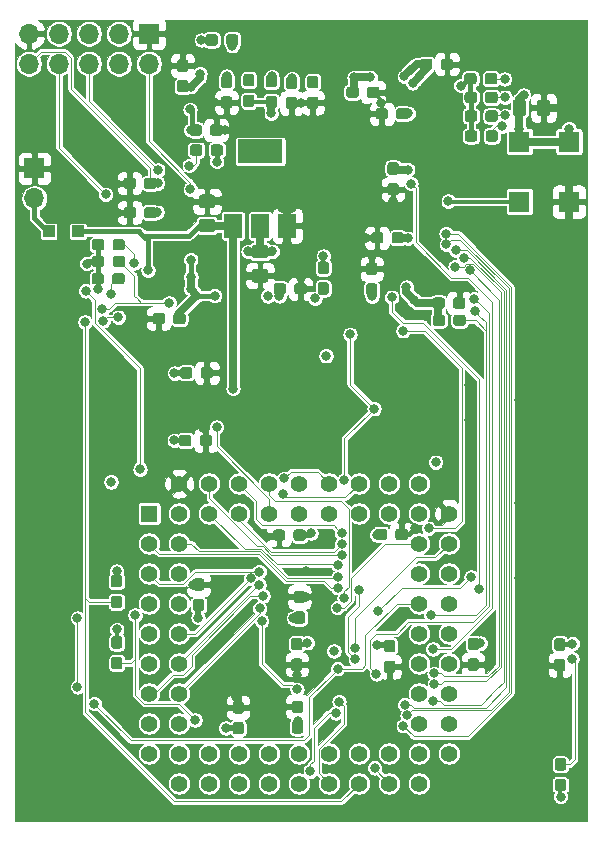
<source format=gbr>
G04 #@! TF.GenerationSoftware,KiCad,Pcbnew,(5.1.5)-3*
G04 #@! TF.CreationDate,2020-06-09T16:57:13+01:00*
G04 #@! TF.ProjectId,ElectronULA,456c6563-7472-46f6-9e55-4c412e6b6963,rev?*
G04 #@! TF.SameCoordinates,Original*
G04 #@! TF.FileFunction,Copper,L4,Bot*
G04 #@! TF.FilePolarity,Positive*
%FSLAX46Y46*%
G04 Gerber Fmt 4.6, Leading zero omitted, Abs format (unit mm)*
G04 Created by KiCad (PCBNEW (5.1.5)-3) date 2020-06-09 16:57:13*
%MOMM*%
%LPD*%
G04 APERTURE LIST*
%ADD10R,1.000000X1.000000*%
%ADD11C,0.150000*%
%ADD12O,1.700000X1.700000*%
%ADD13R,1.700000X1.700000*%
%ADD14R,1.800000X1.800000*%
%ADD15R,1.500000X2.000000*%
%ADD16R,3.800000X2.000000*%
%ADD17C,1.422400*%
%ADD18R,1.422400X1.422400*%
%ADD19C,0.800000*%
%ADD20C,0.400000*%
%ADD21C,0.700000*%
%ADD22C,0.500000*%
%ADD23C,0.300000*%
%ADD24C,0.102000*%
%ADD25C,0.100000*%
G04 APERTURE END LIST*
D10*
X132818820Y-74455020D03*
X135318820Y-74455020D03*
G04 #@! TA.AperFunction,SMDPad,CuDef*
D11*
G36*
X137327299Y-75101304D02*
G01*
X137350354Y-75104723D01*
X137372963Y-75110387D01*
X137394907Y-75118239D01*
X137415977Y-75128204D01*
X137435968Y-75140186D01*
X137454688Y-75154070D01*
X137471958Y-75169722D01*
X137487610Y-75186992D01*
X137501494Y-75205712D01*
X137513476Y-75225703D01*
X137523441Y-75246773D01*
X137531293Y-75268717D01*
X137536957Y-75291326D01*
X137540376Y-75314381D01*
X137541520Y-75337660D01*
X137541520Y-75812660D01*
X137540376Y-75835939D01*
X137536957Y-75858994D01*
X137531293Y-75881603D01*
X137523441Y-75903547D01*
X137513476Y-75924617D01*
X137501494Y-75944608D01*
X137487610Y-75963328D01*
X137471958Y-75980598D01*
X137454688Y-75996250D01*
X137435968Y-76010134D01*
X137415977Y-76022116D01*
X137394907Y-76032081D01*
X137372963Y-76039933D01*
X137350354Y-76045597D01*
X137327299Y-76049016D01*
X137304020Y-76050160D01*
X136729020Y-76050160D01*
X136705741Y-76049016D01*
X136682686Y-76045597D01*
X136660077Y-76039933D01*
X136638133Y-76032081D01*
X136617063Y-76022116D01*
X136597072Y-76010134D01*
X136578352Y-75996250D01*
X136561082Y-75980598D01*
X136545430Y-75963328D01*
X136531546Y-75944608D01*
X136519564Y-75924617D01*
X136509599Y-75903547D01*
X136501747Y-75881603D01*
X136496083Y-75858994D01*
X136492664Y-75835939D01*
X136491520Y-75812660D01*
X136491520Y-75337660D01*
X136492664Y-75314381D01*
X136496083Y-75291326D01*
X136501747Y-75268717D01*
X136509599Y-75246773D01*
X136519564Y-75225703D01*
X136531546Y-75205712D01*
X136545430Y-75186992D01*
X136561082Y-75169722D01*
X136578352Y-75154070D01*
X136597072Y-75140186D01*
X136617063Y-75128204D01*
X136638133Y-75118239D01*
X136660077Y-75110387D01*
X136682686Y-75104723D01*
X136705741Y-75101304D01*
X136729020Y-75100160D01*
X137304020Y-75100160D01*
X137327299Y-75101304D01*
G37*
G04 #@! TD.AperFunction*
G04 #@! TA.AperFunction,SMDPad,CuDef*
G36*
X139077299Y-75101304D02*
G01*
X139100354Y-75104723D01*
X139122963Y-75110387D01*
X139144907Y-75118239D01*
X139165977Y-75128204D01*
X139185968Y-75140186D01*
X139204688Y-75154070D01*
X139221958Y-75169722D01*
X139237610Y-75186992D01*
X139251494Y-75205712D01*
X139263476Y-75225703D01*
X139273441Y-75246773D01*
X139281293Y-75268717D01*
X139286957Y-75291326D01*
X139290376Y-75314381D01*
X139291520Y-75337660D01*
X139291520Y-75812660D01*
X139290376Y-75835939D01*
X139286957Y-75858994D01*
X139281293Y-75881603D01*
X139273441Y-75903547D01*
X139263476Y-75924617D01*
X139251494Y-75944608D01*
X139237610Y-75963328D01*
X139221958Y-75980598D01*
X139204688Y-75996250D01*
X139185968Y-76010134D01*
X139165977Y-76022116D01*
X139144907Y-76032081D01*
X139122963Y-76039933D01*
X139100354Y-76045597D01*
X139077299Y-76049016D01*
X139054020Y-76050160D01*
X138479020Y-76050160D01*
X138455741Y-76049016D01*
X138432686Y-76045597D01*
X138410077Y-76039933D01*
X138388133Y-76032081D01*
X138367063Y-76022116D01*
X138347072Y-76010134D01*
X138328352Y-75996250D01*
X138311082Y-75980598D01*
X138295430Y-75963328D01*
X138281546Y-75944608D01*
X138269564Y-75924617D01*
X138259599Y-75903547D01*
X138251747Y-75881603D01*
X138246083Y-75858994D01*
X138242664Y-75835939D01*
X138241520Y-75812660D01*
X138241520Y-75337660D01*
X138242664Y-75314381D01*
X138246083Y-75291326D01*
X138251747Y-75268717D01*
X138259599Y-75246773D01*
X138269564Y-75225703D01*
X138281546Y-75205712D01*
X138295430Y-75186992D01*
X138311082Y-75169722D01*
X138328352Y-75154070D01*
X138347072Y-75140186D01*
X138367063Y-75128204D01*
X138388133Y-75118239D01*
X138410077Y-75110387D01*
X138432686Y-75104723D01*
X138455741Y-75101304D01*
X138479020Y-75100160D01*
X139054020Y-75100160D01*
X139077299Y-75101304D01*
G37*
G04 #@! TD.AperFunction*
G04 #@! TA.AperFunction,SMDPad,CuDef*
G36*
X145628019Y-67090144D02*
G01*
X145651074Y-67093563D01*
X145673683Y-67099227D01*
X145695627Y-67107079D01*
X145716697Y-67117044D01*
X145736688Y-67129026D01*
X145755408Y-67142910D01*
X145772678Y-67158562D01*
X145788330Y-67175832D01*
X145802214Y-67194552D01*
X145814196Y-67214543D01*
X145824161Y-67235613D01*
X145832013Y-67257557D01*
X145837677Y-67280166D01*
X145841096Y-67303221D01*
X145842240Y-67326500D01*
X145842240Y-67801500D01*
X145841096Y-67824779D01*
X145837677Y-67847834D01*
X145832013Y-67870443D01*
X145824161Y-67892387D01*
X145814196Y-67913457D01*
X145802214Y-67933448D01*
X145788330Y-67952168D01*
X145772678Y-67969438D01*
X145755408Y-67985090D01*
X145736688Y-67998974D01*
X145716697Y-68010956D01*
X145695627Y-68020921D01*
X145673683Y-68028773D01*
X145651074Y-68034437D01*
X145628019Y-68037856D01*
X145604740Y-68039000D01*
X145029740Y-68039000D01*
X145006461Y-68037856D01*
X144983406Y-68034437D01*
X144960797Y-68028773D01*
X144938853Y-68020921D01*
X144917783Y-68010956D01*
X144897792Y-67998974D01*
X144879072Y-67985090D01*
X144861802Y-67969438D01*
X144846150Y-67952168D01*
X144832266Y-67933448D01*
X144820284Y-67913457D01*
X144810319Y-67892387D01*
X144802467Y-67870443D01*
X144796803Y-67847834D01*
X144793384Y-67824779D01*
X144792240Y-67801500D01*
X144792240Y-67326500D01*
X144793384Y-67303221D01*
X144796803Y-67280166D01*
X144802467Y-67257557D01*
X144810319Y-67235613D01*
X144820284Y-67214543D01*
X144832266Y-67194552D01*
X144846150Y-67175832D01*
X144861802Y-67158562D01*
X144879072Y-67142910D01*
X144897792Y-67129026D01*
X144917783Y-67117044D01*
X144938853Y-67107079D01*
X144960797Y-67099227D01*
X144983406Y-67093563D01*
X145006461Y-67090144D01*
X145029740Y-67089000D01*
X145604740Y-67089000D01*
X145628019Y-67090144D01*
G37*
G04 #@! TD.AperFunction*
G04 #@! TA.AperFunction,SMDPad,CuDef*
G36*
X147378019Y-67090144D02*
G01*
X147401074Y-67093563D01*
X147423683Y-67099227D01*
X147445627Y-67107079D01*
X147466697Y-67117044D01*
X147486688Y-67129026D01*
X147505408Y-67142910D01*
X147522678Y-67158562D01*
X147538330Y-67175832D01*
X147552214Y-67194552D01*
X147564196Y-67214543D01*
X147574161Y-67235613D01*
X147582013Y-67257557D01*
X147587677Y-67280166D01*
X147591096Y-67303221D01*
X147592240Y-67326500D01*
X147592240Y-67801500D01*
X147591096Y-67824779D01*
X147587677Y-67847834D01*
X147582013Y-67870443D01*
X147574161Y-67892387D01*
X147564196Y-67913457D01*
X147552214Y-67933448D01*
X147538330Y-67952168D01*
X147522678Y-67969438D01*
X147505408Y-67985090D01*
X147486688Y-67998974D01*
X147466697Y-68010956D01*
X147445627Y-68020921D01*
X147423683Y-68028773D01*
X147401074Y-68034437D01*
X147378019Y-68037856D01*
X147354740Y-68039000D01*
X146779740Y-68039000D01*
X146756461Y-68037856D01*
X146733406Y-68034437D01*
X146710797Y-68028773D01*
X146688853Y-68020921D01*
X146667783Y-68010956D01*
X146647792Y-67998974D01*
X146629072Y-67985090D01*
X146611802Y-67969438D01*
X146596150Y-67952168D01*
X146582266Y-67933448D01*
X146570284Y-67913457D01*
X146560319Y-67892387D01*
X146552467Y-67870443D01*
X146546803Y-67847834D01*
X146543384Y-67824779D01*
X146542240Y-67801500D01*
X146542240Y-67326500D01*
X146543384Y-67303221D01*
X146546803Y-67280166D01*
X146552467Y-67257557D01*
X146560319Y-67235613D01*
X146570284Y-67214543D01*
X146582266Y-67194552D01*
X146596150Y-67175832D01*
X146611802Y-67158562D01*
X146629072Y-67142910D01*
X146647792Y-67129026D01*
X146667783Y-67117044D01*
X146688853Y-67107079D01*
X146710797Y-67099227D01*
X146733406Y-67093563D01*
X146756461Y-67090144D01*
X146779740Y-67089000D01*
X147354740Y-67089000D01*
X147378019Y-67090144D01*
G37*
G04 #@! TD.AperFunction*
G04 #@! TA.AperFunction,SMDPad,CuDef*
G36*
X168904579Y-65891264D02*
G01*
X168927634Y-65894683D01*
X168950243Y-65900347D01*
X168972187Y-65908199D01*
X168993257Y-65918164D01*
X169013248Y-65930146D01*
X169031968Y-65944030D01*
X169049238Y-65959682D01*
X169064890Y-65976952D01*
X169078774Y-65995672D01*
X169090756Y-66015663D01*
X169100721Y-66036733D01*
X169108573Y-66058677D01*
X169114237Y-66081286D01*
X169117656Y-66104341D01*
X169118800Y-66127620D01*
X169118800Y-66602620D01*
X169117656Y-66625899D01*
X169114237Y-66648954D01*
X169108573Y-66671563D01*
X169100721Y-66693507D01*
X169090756Y-66714577D01*
X169078774Y-66734568D01*
X169064890Y-66753288D01*
X169049238Y-66770558D01*
X169031968Y-66786210D01*
X169013248Y-66800094D01*
X168993257Y-66812076D01*
X168972187Y-66822041D01*
X168950243Y-66829893D01*
X168927634Y-66835557D01*
X168904579Y-66838976D01*
X168881300Y-66840120D01*
X168306300Y-66840120D01*
X168283021Y-66838976D01*
X168259966Y-66835557D01*
X168237357Y-66829893D01*
X168215413Y-66822041D01*
X168194343Y-66812076D01*
X168174352Y-66800094D01*
X168155632Y-66786210D01*
X168138362Y-66770558D01*
X168122710Y-66753288D01*
X168108826Y-66734568D01*
X168096844Y-66714577D01*
X168086879Y-66693507D01*
X168079027Y-66671563D01*
X168073363Y-66648954D01*
X168069944Y-66625899D01*
X168068800Y-66602620D01*
X168068800Y-66127620D01*
X168069944Y-66104341D01*
X168073363Y-66081286D01*
X168079027Y-66058677D01*
X168086879Y-66036733D01*
X168096844Y-66015663D01*
X168108826Y-65995672D01*
X168122710Y-65976952D01*
X168138362Y-65959682D01*
X168155632Y-65944030D01*
X168174352Y-65930146D01*
X168194343Y-65918164D01*
X168215413Y-65908199D01*
X168237357Y-65900347D01*
X168259966Y-65894683D01*
X168283021Y-65891264D01*
X168306300Y-65890120D01*
X168881300Y-65890120D01*
X168904579Y-65891264D01*
G37*
G04 #@! TD.AperFunction*
G04 #@! TA.AperFunction,SMDPad,CuDef*
G36*
X170654579Y-65891264D02*
G01*
X170677634Y-65894683D01*
X170700243Y-65900347D01*
X170722187Y-65908199D01*
X170743257Y-65918164D01*
X170763248Y-65930146D01*
X170781968Y-65944030D01*
X170799238Y-65959682D01*
X170814890Y-65976952D01*
X170828774Y-65995672D01*
X170840756Y-66015663D01*
X170850721Y-66036733D01*
X170858573Y-66058677D01*
X170864237Y-66081286D01*
X170867656Y-66104341D01*
X170868800Y-66127620D01*
X170868800Y-66602620D01*
X170867656Y-66625899D01*
X170864237Y-66648954D01*
X170858573Y-66671563D01*
X170850721Y-66693507D01*
X170840756Y-66714577D01*
X170828774Y-66734568D01*
X170814890Y-66753288D01*
X170799238Y-66770558D01*
X170781968Y-66786210D01*
X170763248Y-66800094D01*
X170743257Y-66812076D01*
X170722187Y-66822041D01*
X170700243Y-66829893D01*
X170677634Y-66835557D01*
X170654579Y-66838976D01*
X170631300Y-66840120D01*
X170056300Y-66840120D01*
X170033021Y-66838976D01*
X170009966Y-66835557D01*
X169987357Y-66829893D01*
X169965413Y-66822041D01*
X169944343Y-66812076D01*
X169924352Y-66800094D01*
X169905632Y-66786210D01*
X169888362Y-66770558D01*
X169872710Y-66753288D01*
X169858826Y-66734568D01*
X169846844Y-66714577D01*
X169836879Y-66693507D01*
X169829027Y-66671563D01*
X169823363Y-66648954D01*
X169819944Y-66625899D01*
X169818800Y-66602620D01*
X169818800Y-66127620D01*
X169819944Y-66104341D01*
X169823363Y-66081286D01*
X169829027Y-66058677D01*
X169836879Y-66036733D01*
X169846844Y-66015663D01*
X169858826Y-65995672D01*
X169872710Y-65976952D01*
X169888362Y-65959682D01*
X169905632Y-65944030D01*
X169924352Y-65930146D01*
X169944343Y-65918164D01*
X169965413Y-65908199D01*
X169987357Y-65900347D01*
X170009966Y-65894683D01*
X170033021Y-65891264D01*
X170056300Y-65890120D01*
X170631300Y-65890120D01*
X170654579Y-65891264D01*
G37*
G04 #@! TD.AperFunction*
G04 #@! TA.AperFunction,SMDPad,CuDef*
G36*
X168894419Y-64204704D02*
G01*
X168917474Y-64208123D01*
X168940083Y-64213787D01*
X168962027Y-64221639D01*
X168983097Y-64231604D01*
X169003088Y-64243586D01*
X169021808Y-64257470D01*
X169039078Y-64273122D01*
X169054730Y-64290392D01*
X169068614Y-64309112D01*
X169080596Y-64329103D01*
X169090561Y-64350173D01*
X169098413Y-64372117D01*
X169104077Y-64394726D01*
X169107496Y-64417781D01*
X169108640Y-64441060D01*
X169108640Y-64916060D01*
X169107496Y-64939339D01*
X169104077Y-64962394D01*
X169098413Y-64985003D01*
X169090561Y-65006947D01*
X169080596Y-65028017D01*
X169068614Y-65048008D01*
X169054730Y-65066728D01*
X169039078Y-65083998D01*
X169021808Y-65099650D01*
X169003088Y-65113534D01*
X168983097Y-65125516D01*
X168962027Y-65135481D01*
X168940083Y-65143333D01*
X168917474Y-65148997D01*
X168894419Y-65152416D01*
X168871140Y-65153560D01*
X168296140Y-65153560D01*
X168272861Y-65152416D01*
X168249806Y-65148997D01*
X168227197Y-65143333D01*
X168205253Y-65135481D01*
X168184183Y-65125516D01*
X168164192Y-65113534D01*
X168145472Y-65099650D01*
X168128202Y-65083998D01*
X168112550Y-65066728D01*
X168098666Y-65048008D01*
X168086684Y-65028017D01*
X168076719Y-65006947D01*
X168068867Y-64985003D01*
X168063203Y-64962394D01*
X168059784Y-64939339D01*
X168058640Y-64916060D01*
X168058640Y-64441060D01*
X168059784Y-64417781D01*
X168063203Y-64394726D01*
X168068867Y-64372117D01*
X168076719Y-64350173D01*
X168086684Y-64329103D01*
X168098666Y-64309112D01*
X168112550Y-64290392D01*
X168128202Y-64273122D01*
X168145472Y-64257470D01*
X168164192Y-64243586D01*
X168184183Y-64231604D01*
X168205253Y-64221639D01*
X168227197Y-64213787D01*
X168249806Y-64208123D01*
X168272861Y-64204704D01*
X168296140Y-64203560D01*
X168871140Y-64203560D01*
X168894419Y-64204704D01*
G37*
G04 #@! TD.AperFunction*
G04 #@! TA.AperFunction,SMDPad,CuDef*
G36*
X170644419Y-64204704D02*
G01*
X170667474Y-64208123D01*
X170690083Y-64213787D01*
X170712027Y-64221639D01*
X170733097Y-64231604D01*
X170753088Y-64243586D01*
X170771808Y-64257470D01*
X170789078Y-64273122D01*
X170804730Y-64290392D01*
X170818614Y-64309112D01*
X170830596Y-64329103D01*
X170840561Y-64350173D01*
X170848413Y-64372117D01*
X170854077Y-64394726D01*
X170857496Y-64417781D01*
X170858640Y-64441060D01*
X170858640Y-64916060D01*
X170857496Y-64939339D01*
X170854077Y-64962394D01*
X170848413Y-64985003D01*
X170840561Y-65006947D01*
X170830596Y-65028017D01*
X170818614Y-65048008D01*
X170804730Y-65066728D01*
X170789078Y-65083998D01*
X170771808Y-65099650D01*
X170753088Y-65113534D01*
X170733097Y-65125516D01*
X170712027Y-65135481D01*
X170690083Y-65143333D01*
X170667474Y-65148997D01*
X170644419Y-65152416D01*
X170621140Y-65153560D01*
X170046140Y-65153560D01*
X170022861Y-65152416D01*
X169999806Y-65148997D01*
X169977197Y-65143333D01*
X169955253Y-65135481D01*
X169934183Y-65125516D01*
X169914192Y-65113534D01*
X169895472Y-65099650D01*
X169878202Y-65083998D01*
X169862550Y-65066728D01*
X169848666Y-65048008D01*
X169836684Y-65028017D01*
X169826719Y-65006947D01*
X169818867Y-64985003D01*
X169813203Y-64962394D01*
X169809784Y-64939339D01*
X169808640Y-64916060D01*
X169808640Y-64441060D01*
X169809784Y-64417781D01*
X169813203Y-64394726D01*
X169818867Y-64372117D01*
X169826719Y-64350173D01*
X169836684Y-64329103D01*
X169848666Y-64309112D01*
X169862550Y-64290392D01*
X169878202Y-64273122D01*
X169895472Y-64257470D01*
X169914192Y-64243586D01*
X169934183Y-64231604D01*
X169955253Y-64221639D01*
X169977197Y-64213787D01*
X169999806Y-64208123D01*
X170022861Y-64204704D01*
X170046140Y-64203560D01*
X170621140Y-64203560D01*
X170644419Y-64204704D01*
G37*
G04 #@! TD.AperFunction*
G04 #@! TA.AperFunction,SMDPad,CuDef*
G36*
X168874099Y-62629904D02*
G01*
X168897154Y-62633323D01*
X168919763Y-62638987D01*
X168941707Y-62646839D01*
X168962777Y-62656804D01*
X168982768Y-62668786D01*
X169001488Y-62682670D01*
X169018758Y-62698322D01*
X169034410Y-62715592D01*
X169048294Y-62734312D01*
X169060276Y-62754303D01*
X169070241Y-62775373D01*
X169078093Y-62797317D01*
X169083757Y-62819926D01*
X169087176Y-62842981D01*
X169088320Y-62866260D01*
X169088320Y-63341260D01*
X169087176Y-63364539D01*
X169083757Y-63387594D01*
X169078093Y-63410203D01*
X169070241Y-63432147D01*
X169060276Y-63453217D01*
X169048294Y-63473208D01*
X169034410Y-63491928D01*
X169018758Y-63509198D01*
X169001488Y-63524850D01*
X168982768Y-63538734D01*
X168962777Y-63550716D01*
X168941707Y-63560681D01*
X168919763Y-63568533D01*
X168897154Y-63574197D01*
X168874099Y-63577616D01*
X168850820Y-63578760D01*
X168275820Y-63578760D01*
X168252541Y-63577616D01*
X168229486Y-63574197D01*
X168206877Y-63568533D01*
X168184933Y-63560681D01*
X168163863Y-63550716D01*
X168143872Y-63538734D01*
X168125152Y-63524850D01*
X168107882Y-63509198D01*
X168092230Y-63491928D01*
X168078346Y-63473208D01*
X168066364Y-63453217D01*
X168056399Y-63432147D01*
X168048547Y-63410203D01*
X168042883Y-63387594D01*
X168039464Y-63364539D01*
X168038320Y-63341260D01*
X168038320Y-62866260D01*
X168039464Y-62842981D01*
X168042883Y-62819926D01*
X168048547Y-62797317D01*
X168056399Y-62775373D01*
X168066364Y-62754303D01*
X168078346Y-62734312D01*
X168092230Y-62715592D01*
X168107882Y-62698322D01*
X168125152Y-62682670D01*
X168143872Y-62668786D01*
X168163863Y-62656804D01*
X168184933Y-62646839D01*
X168206877Y-62638987D01*
X168229486Y-62633323D01*
X168252541Y-62629904D01*
X168275820Y-62628760D01*
X168850820Y-62628760D01*
X168874099Y-62629904D01*
G37*
G04 #@! TD.AperFunction*
G04 #@! TA.AperFunction,SMDPad,CuDef*
G36*
X170624099Y-62629904D02*
G01*
X170647154Y-62633323D01*
X170669763Y-62638987D01*
X170691707Y-62646839D01*
X170712777Y-62656804D01*
X170732768Y-62668786D01*
X170751488Y-62682670D01*
X170768758Y-62698322D01*
X170784410Y-62715592D01*
X170798294Y-62734312D01*
X170810276Y-62754303D01*
X170820241Y-62775373D01*
X170828093Y-62797317D01*
X170833757Y-62819926D01*
X170837176Y-62842981D01*
X170838320Y-62866260D01*
X170838320Y-63341260D01*
X170837176Y-63364539D01*
X170833757Y-63387594D01*
X170828093Y-63410203D01*
X170820241Y-63432147D01*
X170810276Y-63453217D01*
X170798294Y-63473208D01*
X170784410Y-63491928D01*
X170768758Y-63509198D01*
X170751488Y-63524850D01*
X170732768Y-63538734D01*
X170712777Y-63550716D01*
X170691707Y-63560681D01*
X170669763Y-63568533D01*
X170647154Y-63574197D01*
X170624099Y-63577616D01*
X170600820Y-63578760D01*
X170025820Y-63578760D01*
X170002541Y-63577616D01*
X169979486Y-63574197D01*
X169956877Y-63568533D01*
X169934933Y-63560681D01*
X169913863Y-63550716D01*
X169893872Y-63538734D01*
X169875152Y-63524850D01*
X169857882Y-63509198D01*
X169842230Y-63491928D01*
X169828346Y-63473208D01*
X169816364Y-63453217D01*
X169806399Y-63432147D01*
X169798547Y-63410203D01*
X169792883Y-63387594D01*
X169789464Y-63364539D01*
X169788320Y-63341260D01*
X169788320Y-62866260D01*
X169789464Y-62842981D01*
X169792883Y-62819926D01*
X169798547Y-62797317D01*
X169806399Y-62775373D01*
X169816364Y-62754303D01*
X169828346Y-62734312D01*
X169842230Y-62715592D01*
X169857882Y-62698322D01*
X169875152Y-62682670D01*
X169893872Y-62668786D01*
X169913863Y-62656804D01*
X169934933Y-62646839D01*
X169956877Y-62638987D01*
X169979486Y-62633323D01*
X170002541Y-62629904D01*
X170025820Y-62628760D01*
X170600820Y-62628760D01*
X170624099Y-62629904D01*
G37*
G04 #@! TD.AperFunction*
G04 #@! TA.AperFunction,SMDPad,CuDef*
G36*
X168843619Y-61050024D02*
G01*
X168866674Y-61053443D01*
X168889283Y-61059107D01*
X168911227Y-61066959D01*
X168932297Y-61076924D01*
X168952288Y-61088906D01*
X168971008Y-61102790D01*
X168988278Y-61118442D01*
X169003930Y-61135712D01*
X169017814Y-61154432D01*
X169029796Y-61174423D01*
X169039761Y-61195493D01*
X169047613Y-61217437D01*
X169053277Y-61240046D01*
X169056696Y-61263101D01*
X169057840Y-61286380D01*
X169057840Y-61761380D01*
X169056696Y-61784659D01*
X169053277Y-61807714D01*
X169047613Y-61830323D01*
X169039761Y-61852267D01*
X169029796Y-61873337D01*
X169017814Y-61893328D01*
X169003930Y-61912048D01*
X168988278Y-61929318D01*
X168971008Y-61944970D01*
X168952288Y-61958854D01*
X168932297Y-61970836D01*
X168911227Y-61980801D01*
X168889283Y-61988653D01*
X168866674Y-61994317D01*
X168843619Y-61997736D01*
X168820340Y-61998880D01*
X168245340Y-61998880D01*
X168222061Y-61997736D01*
X168199006Y-61994317D01*
X168176397Y-61988653D01*
X168154453Y-61980801D01*
X168133383Y-61970836D01*
X168113392Y-61958854D01*
X168094672Y-61944970D01*
X168077402Y-61929318D01*
X168061750Y-61912048D01*
X168047866Y-61893328D01*
X168035884Y-61873337D01*
X168025919Y-61852267D01*
X168018067Y-61830323D01*
X168012403Y-61807714D01*
X168008984Y-61784659D01*
X168007840Y-61761380D01*
X168007840Y-61286380D01*
X168008984Y-61263101D01*
X168012403Y-61240046D01*
X168018067Y-61217437D01*
X168025919Y-61195493D01*
X168035884Y-61174423D01*
X168047866Y-61154432D01*
X168061750Y-61135712D01*
X168077402Y-61118442D01*
X168094672Y-61102790D01*
X168113392Y-61088906D01*
X168133383Y-61076924D01*
X168154453Y-61066959D01*
X168176397Y-61059107D01*
X168199006Y-61053443D01*
X168222061Y-61050024D01*
X168245340Y-61048880D01*
X168820340Y-61048880D01*
X168843619Y-61050024D01*
G37*
G04 #@! TD.AperFunction*
G04 #@! TA.AperFunction,SMDPad,CuDef*
G36*
X170593619Y-61050024D02*
G01*
X170616674Y-61053443D01*
X170639283Y-61059107D01*
X170661227Y-61066959D01*
X170682297Y-61076924D01*
X170702288Y-61088906D01*
X170721008Y-61102790D01*
X170738278Y-61118442D01*
X170753930Y-61135712D01*
X170767814Y-61154432D01*
X170779796Y-61174423D01*
X170789761Y-61195493D01*
X170797613Y-61217437D01*
X170803277Y-61240046D01*
X170806696Y-61263101D01*
X170807840Y-61286380D01*
X170807840Y-61761380D01*
X170806696Y-61784659D01*
X170803277Y-61807714D01*
X170797613Y-61830323D01*
X170789761Y-61852267D01*
X170779796Y-61873337D01*
X170767814Y-61893328D01*
X170753930Y-61912048D01*
X170738278Y-61929318D01*
X170721008Y-61944970D01*
X170702288Y-61958854D01*
X170682297Y-61970836D01*
X170661227Y-61980801D01*
X170639283Y-61988653D01*
X170616674Y-61994317D01*
X170593619Y-61997736D01*
X170570340Y-61998880D01*
X169995340Y-61998880D01*
X169972061Y-61997736D01*
X169949006Y-61994317D01*
X169926397Y-61988653D01*
X169904453Y-61980801D01*
X169883383Y-61970836D01*
X169863392Y-61958854D01*
X169844672Y-61944970D01*
X169827402Y-61929318D01*
X169811750Y-61912048D01*
X169797866Y-61893328D01*
X169785884Y-61873337D01*
X169775919Y-61852267D01*
X169768067Y-61830323D01*
X169762403Y-61807714D01*
X169758984Y-61784659D01*
X169757840Y-61761380D01*
X169757840Y-61286380D01*
X169758984Y-61263101D01*
X169762403Y-61240046D01*
X169768067Y-61217437D01*
X169775919Y-61195493D01*
X169785884Y-61174423D01*
X169797866Y-61154432D01*
X169811750Y-61135712D01*
X169827402Y-61118442D01*
X169844672Y-61102790D01*
X169863392Y-61088906D01*
X169883383Y-61076924D01*
X169904453Y-61066959D01*
X169926397Y-61059107D01*
X169949006Y-61053443D01*
X169972061Y-61050024D01*
X169995340Y-61048880D01*
X170570340Y-61048880D01*
X170593619Y-61050024D01*
G37*
G04 #@! TD.AperFunction*
G04 #@! TA.AperFunction,SMDPad,CuDef*
G36*
X138833019Y-103546324D02*
G01*
X138856074Y-103549743D01*
X138878683Y-103555407D01*
X138900627Y-103563259D01*
X138921697Y-103573224D01*
X138941688Y-103585206D01*
X138960408Y-103599090D01*
X138977678Y-103614742D01*
X138993330Y-103632012D01*
X139007214Y-103650732D01*
X139019196Y-103670723D01*
X139029161Y-103691793D01*
X139037013Y-103713737D01*
X139042677Y-103736346D01*
X139046096Y-103759401D01*
X139047240Y-103782680D01*
X139047240Y-104357680D01*
X139046096Y-104380959D01*
X139042677Y-104404014D01*
X139037013Y-104426623D01*
X139029161Y-104448567D01*
X139019196Y-104469637D01*
X139007214Y-104489628D01*
X138993330Y-104508348D01*
X138977678Y-104525618D01*
X138960408Y-104541270D01*
X138941688Y-104555154D01*
X138921697Y-104567136D01*
X138900627Y-104577101D01*
X138878683Y-104584953D01*
X138856074Y-104590617D01*
X138833019Y-104594036D01*
X138809740Y-104595180D01*
X138334740Y-104595180D01*
X138311461Y-104594036D01*
X138288406Y-104590617D01*
X138265797Y-104584953D01*
X138243853Y-104577101D01*
X138222783Y-104567136D01*
X138202792Y-104555154D01*
X138184072Y-104541270D01*
X138166802Y-104525618D01*
X138151150Y-104508348D01*
X138137266Y-104489628D01*
X138125284Y-104469637D01*
X138115319Y-104448567D01*
X138107467Y-104426623D01*
X138101803Y-104404014D01*
X138098384Y-104380959D01*
X138097240Y-104357680D01*
X138097240Y-103782680D01*
X138098384Y-103759401D01*
X138101803Y-103736346D01*
X138107467Y-103713737D01*
X138115319Y-103691793D01*
X138125284Y-103670723D01*
X138137266Y-103650732D01*
X138151150Y-103632012D01*
X138166802Y-103614742D01*
X138184072Y-103599090D01*
X138202792Y-103585206D01*
X138222783Y-103573224D01*
X138243853Y-103563259D01*
X138265797Y-103555407D01*
X138288406Y-103549743D01*
X138311461Y-103546324D01*
X138334740Y-103545180D01*
X138809740Y-103545180D01*
X138833019Y-103546324D01*
G37*
G04 #@! TD.AperFunction*
G04 #@! TA.AperFunction,SMDPad,CuDef*
G36*
X138833019Y-105296324D02*
G01*
X138856074Y-105299743D01*
X138878683Y-105305407D01*
X138900627Y-105313259D01*
X138921697Y-105323224D01*
X138941688Y-105335206D01*
X138960408Y-105349090D01*
X138977678Y-105364742D01*
X138993330Y-105382012D01*
X139007214Y-105400732D01*
X139019196Y-105420723D01*
X139029161Y-105441793D01*
X139037013Y-105463737D01*
X139042677Y-105486346D01*
X139046096Y-105509401D01*
X139047240Y-105532680D01*
X139047240Y-106107680D01*
X139046096Y-106130959D01*
X139042677Y-106154014D01*
X139037013Y-106176623D01*
X139029161Y-106198567D01*
X139019196Y-106219637D01*
X139007214Y-106239628D01*
X138993330Y-106258348D01*
X138977678Y-106275618D01*
X138960408Y-106291270D01*
X138941688Y-106305154D01*
X138921697Y-106317136D01*
X138900627Y-106327101D01*
X138878683Y-106334953D01*
X138856074Y-106340617D01*
X138833019Y-106344036D01*
X138809740Y-106345180D01*
X138334740Y-106345180D01*
X138311461Y-106344036D01*
X138288406Y-106340617D01*
X138265797Y-106334953D01*
X138243853Y-106327101D01*
X138222783Y-106317136D01*
X138202792Y-106305154D01*
X138184072Y-106291270D01*
X138166802Y-106275618D01*
X138151150Y-106258348D01*
X138137266Y-106239628D01*
X138125284Y-106219637D01*
X138115319Y-106198567D01*
X138107467Y-106176623D01*
X138101803Y-106154014D01*
X138098384Y-106130959D01*
X138097240Y-106107680D01*
X138097240Y-105532680D01*
X138098384Y-105509401D01*
X138101803Y-105486346D01*
X138107467Y-105463737D01*
X138115319Y-105441793D01*
X138125284Y-105420723D01*
X138137266Y-105400732D01*
X138151150Y-105382012D01*
X138166802Y-105364742D01*
X138184072Y-105349090D01*
X138202792Y-105335206D01*
X138222783Y-105323224D01*
X138243853Y-105313259D01*
X138265797Y-105305407D01*
X138288406Y-105299743D01*
X138311461Y-105296324D01*
X138334740Y-105295180D01*
X138809740Y-105295180D01*
X138833019Y-105296324D01*
G37*
G04 #@! TD.AperFunction*
G04 #@! TA.AperFunction,SMDPad,CuDef*
G36*
X137322219Y-76508464D02*
G01*
X137345274Y-76511883D01*
X137367883Y-76517547D01*
X137389827Y-76525399D01*
X137410897Y-76535364D01*
X137430888Y-76547346D01*
X137449608Y-76561230D01*
X137466878Y-76576882D01*
X137482530Y-76594152D01*
X137496414Y-76612872D01*
X137508396Y-76632863D01*
X137518361Y-76653933D01*
X137526213Y-76675877D01*
X137531877Y-76698486D01*
X137535296Y-76721541D01*
X137536440Y-76744820D01*
X137536440Y-77219820D01*
X137535296Y-77243099D01*
X137531877Y-77266154D01*
X137526213Y-77288763D01*
X137518361Y-77310707D01*
X137508396Y-77331777D01*
X137496414Y-77351768D01*
X137482530Y-77370488D01*
X137466878Y-77387758D01*
X137449608Y-77403410D01*
X137430888Y-77417294D01*
X137410897Y-77429276D01*
X137389827Y-77439241D01*
X137367883Y-77447093D01*
X137345274Y-77452757D01*
X137322219Y-77456176D01*
X137298940Y-77457320D01*
X136723940Y-77457320D01*
X136700661Y-77456176D01*
X136677606Y-77452757D01*
X136654997Y-77447093D01*
X136633053Y-77439241D01*
X136611983Y-77429276D01*
X136591992Y-77417294D01*
X136573272Y-77403410D01*
X136556002Y-77387758D01*
X136540350Y-77370488D01*
X136526466Y-77351768D01*
X136514484Y-77331777D01*
X136504519Y-77310707D01*
X136496667Y-77288763D01*
X136491003Y-77266154D01*
X136487584Y-77243099D01*
X136486440Y-77219820D01*
X136486440Y-76744820D01*
X136487584Y-76721541D01*
X136491003Y-76698486D01*
X136496667Y-76675877D01*
X136504519Y-76653933D01*
X136514484Y-76632863D01*
X136526466Y-76612872D01*
X136540350Y-76594152D01*
X136556002Y-76576882D01*
X136573272Y-76561230D01*
X136591992Y-76547346D01*
X136611983Y-76535364D01*
X136633053Y-76525399D01*
X136654997Y-76517547D01*
X136677606Y-76511883D01*
X136700661Y-76508464D01*
X136723940Y-76507320D01*
X137298940Y-76507320D01*
X137322219Y-76508464D01*
G37*
G04 #@! TD.AperFunction*
G04 #@! TA.AperFunction,SMDPad,CuDef*
G36*
X139072219Y-76508464D02*
G01*
X139095274Y-76511883D01*
X139117883Y-76517547D01*
X139139827Y-76525399D01*
X139160897Y-76535364D01*
X139180888Y-76547346D01*
X139199608Y-76561230D01*
X139216878Y-76576882D01*
X139232530Y-76594152D01*
X139246414Y-76612872D01*
X139258396Y-76632863D01*
X139268361Y-76653933D01*
X139276213Y-76675877D01*
X139281877Y-76698486D01*
X139285296Y-76721541D01*
X139286440Y-76744820D01*
X139286440Y-77219820D01*
X139285296Y-77243099D01*
X139281877Y-77266154D01*
X139276213Y-77288763D01*
X139268361Y-77310707D01*
X139258396Y-77331777D01*
X139246414Y-77351768D01*
X139232530Y-77370488D01*
X139216878Y-77387758D01*
X139199608Y-77403410D01*
X139180888Y-77417294D01*
X139160897Y-77429276D01*
X139139827Y-77439241D01*
X139117883Y-77447093D01*
X139095274Y-77452757D01*
X139072219Y-77456176D01*
X139048940Y-77457320D01*
X138473940Y-77457320D01*
X138450661Y-77456176D01*
X138427606Y-77452757D01*
X138404997Y-77447093D01*
X138383053Y-77439241D01*
X138361983Y-77429276D01*
X138341992Y-77417294D01*
X138323272Y-77403410D01*
X138306002Y-77387758D01*
X138290350Y-77370488D01*
X138276466Y-77351768D01*
X138264484Y-77331777D01*
X138254519Y-77310707D01*
X138246667Y-77288763D01*
X138241003Y-77266154D01*
X138237584Y-77243099D01*
X138236440Y-77219820D01*
X138236440Y-76744820D01*
X138237584Y-76721541D01*
X138241003Y-76698486D01*
X138246667Y-76675877D01*
X138254519Y-76653933D01*
X138264484Y-76632863D01*
X138276466Y-76612872D01*
X138290350Y-76594152D01*
X138306002Y-76576882D01*
X138323272Y-76561230D01*
X138341992Y-76547346D01*
X138361983Y-76535364D01*
X138383053Y-76525399D01*
X138404997Y-76517547D01*
X138427606Y-76511883D01*
X138450661Y-76508464D01*
X138473940Y-76507320D01*
X139048940Y-76507320D01*
X139072219Y-76508464D01*
G37*
G04 #@! TD.AperFunction*
G04 #@! TA.AperFunction,SMDPad,CuDef*
G36*
X137296819Y-77976584D02*
G01*
X137319874Y-77980003D01*
X137342483Y-77985667D01*
X137364427Y-77993519D01*
X137385497Y-78003484D01*
X137405488Y-78015466D01*
X137424208Y-78029350D01*
X137441478Y-78045002D01*
X137457130Y-78062272D01*
X137471014Y-78080992D01*
X137482996Y-78100983D01*
X137492961Y-78122053D01*
X137500813Y-78143997D01*
X137506477Y-78166606D01*
X137509896Y-78189661D01*
X137511040Y-78212940D01*
X137511040Y-78687940D01*
X137509896Y-78711219D01*
X137506477Y-78734274D01*
X137500813Y-78756883D01*
X137492961Y-78778827D01*
X137482996Y-78799897D01*
X137471014Y-78819888D01*
X137457130Y-78838608D01*
X137441478Y-78855878D01*
X137424208Y-78871530D01*
X137405488Y-78885414D01*
X137385497Y-78897396D01*
X137364427Y-78907361D01*
X137342483Y-78915213D01*
X137319874Y-78920877D01*
X137296819Y-78924296D01*
X137273540Y-78925440D01*
X136698540Y-78925440D01*
X136675261Y-78924296D01*
X136652206Y-78920877D01*
X136629597Y-78915213D01*
X136607653Y-78907361D01*
X136586583Y-78897396D01*
X136566592Y-78885414D01*
X136547872Y-78871530D01*
X136530602Y-78855878D01*
X136514950Y-78838608D01*
X136501066Y-78819888D01*
X136489084Y-78799897D01*
X136479119Y-78778827D01*
X136471267Y-78756883D01*
X136465603Y-78734274D01*
X136462184Y-78711219D01*
X136461040Y-78687940D01*
X136461040Y-78212940D01*
X136462184Y-78189661D01*
X136465603Y-78166606D01*
X136471267Y-78143997D01*
X136479119Y-78122053D01*
X136489084Y-78100983D01*
X136501066Y-78080992D01*
X136514950Y-78062272D01*
X136530602Y-78045002D01*
X136547872Y-78029350D01*
X136566592Y-78015466D01*
X136586583Y-78003484D01*
X136607653Y-77993519D01*
X136629597Y-77985667D01*
X136652206Y-77980003D01*
X136675261Y-77976584D01*
X136698540Y-77975440D01*
X137273540Y-77975440D01*
X137296819Y-77976584D01*
G37*
G04 #@! TD.AperFunction*
G04 #@! TA.AperFunction,SMDPad,CuDef*
G36*
X139046819Y-77976584D02*
G01*
X139069874Y-77980003D01*
X139092483Y-77985667D01*
X139114427Y-77993519D01*
X139135497Y-78003484D01*
X139155488Y-78015466D01*
X139174208Y-78029350D01*
X139191478Y-78045002D01*
X139207130Y-78062272D01*
X139221014Y-78080992D01*
X139232996Y-78100983D01*
X139242961Y-78122053D01*
X139250813Y-78143997D01*
X139256477Y-78166606D01*
X139259896Y-78189661D01*
X139261040Y-78212940D01*
X139261040Y-78687940D01*
X139259896Y-78711219D01*
X139256477Y-78734274D01*
X139250813Y-78756883D01*
X139242961Y-78778827D01*
X139232996Y-78799897D01*
X139221014Y-78819888D01*
X139207130Y-78838608D01*
X139191478Y-78855878D01*
X139174208Y-78871530D01*
X139155488Y-78885414D01*
X139135497Y-78897396D01*
X139114427Y-78907361D01*
X139092483Y-78915213D01*
X139069874Y-78920877D01*
X139046819Y-78924296D01*
X139023540Y-78925440D01*
X138448540Y-78925440D01*
X138425261Y-78924296D01*
X138402206Y-78920877D01*
X138379597Y-78915213D01*
X138357653Y-78907361D01*
X138336583Y-78897396D01*
X138316592Y-78885414D01*
X138297872Y-78871530D01*
X138280602Y-78855878D01*
X138264950Y-78838608D01*
X138251066Y-78819888D01*
X138239084Y-78799897D01*
X138229119Y-78778827D01*
X138221267Y-78756883D01*
X138215603Y-78734274D01*
X138212184Y-78711219D01*
X138211040Y-78687940D01*
X138211040Y-78212940D01*
X138212184Y-78189661D01*
X138215603Y-78166606D01*
X138221267Y-78143997D01*
X138229119Y-78122053D01*
X138239084Y-78100983D01*
X138251066Y-78080992D01*
X138264950Y-78062272D01*
X138280602Y-78045002D01*
X138297872Y-78029350D01*
X138316592Y-78015466D01*
X138336583Y-78003484D01*
X138357653Y-77993519D01*
X138379597Y-77985667D01*
X138402206Y-77980003D01*
X138425261Y-77976584D01*
X138448540Y-77975440D01*
X139023540Y-77975440D01*
X139046819Y-77976584D01*
G37*
G04 #@! TD.AperFunction*
D12*
X131620260Y-71653400D03*
D13*
X131620260Y-69113400D03*
G04 #@! TA.AperFunction,SMDPad,CuDef*
D11*
G36*
X167926619Y-81504644D02*
G01*
X167949674Y-81508063D01*
X167972283Y-81513727D01*
X167994227Y-81521579D01*
X168015297Y-81531544D01*
X168035288Y-81543526D01*
X168054008Y-81557410D01*
X168071278Y-81573062D01*
X168086930Y-81590332D01*
X168100814Y-81609052D01*
X168112796Y-81629043D01*
X168122761Y-81650113D01*
X168130613Y-81672057D01*
X168136277Y-81694666D01*
X168139696Y-81717721D01*
X168140840Y-81741000D01*
X168140840Y-82216000D01*
X168139696Y-82239279D01*
X168136277Y-82262334D01*
X168130613Y-82284943D01*
X168122761Y-82306887D01*
X168112796Y-82327957D01*
X168100814Y-82347948D01*
X168086930Y-82366668D01*
X168071278Y-82383938D01*
X168054008Y-82399590D01*
X168035288Y-82413474D01*
X168015297Y-82425456D01*
X167994227Y-82435421D01*
X167972283Y-82443273D01*
X167949674Y-82448937D01*
X167926619Y-82452356D01*
X167903340Y-82453500D01*
X167328340Y-82453500D01*
X167305061Y-82452356D01*
X167282006Y-82448937D01*
X167259397Y-82443273D01*
X167237453Y-82435421D01*
X167216383Y-82425456D01*
X167196392Y-82413474D01*
X167177672Y-82399590D01*
X167160402Y-82383938D01*
X167144750Y-82366668D01*
X167130866Y-82347948D01*
X167118884Y-82327957D01*
X167108919Y-82306887D01*
X167101067Y-82284943D01*
X167095403Y-82262334D01*
X167091984Y-82239279D01*
X167090840Y-82216000D01*
X167090840Y-81741000D01*
X167091984Y-81717721D01*
X167095403Y-81694666D01*
X167101067Y-81672057D01*
X167108919Y-81650113D01*
X167118884Y-81629043D01*
X167130866Y-81609052D01*
X167144750Y-81590332D01*
X167160402Y-81573062D01*
X167177672Y-81557410D01*
X167196392Y-81543526D01*
X167216383Y-81531544D01*
X167237453Y-81521579D01*
X167259397Y-81513727D01*
X167282006Y-81508063D01*
X167305061Y-81504644D01*
X167328340Y-81503500D01*
X167903340Y-81503500D01*
X167926619Y-81504644D01*
G37*
G04 #@! TD.AperFunction*
G04 #@! TA.AperFunction,SMDPad,CuDef*
G36*
X166176619Y-81504644D02*
G01*
X166199674Y-81508063D01*
X166222283Y-81513727D01*
X166244227Y-81521579D01*
X166265297Y-81531544D01*
X166285288Y-81543526D01*
X166304008Y-81557410D01*
X166321278Y-81573062D01*
X166336930Y-81590332D01*
X166350814Y-81609052D01*
X166362796Y-81629043D01*
X166372761Y-81650113D01*
X166380613Y-81672057D01*
X166386277Y-81694666D01*
X166389696Y-81717721D01*
X166390840Y-81741000D01*
X166390840Y-82216000D01*
X166389696Y-82239279D01*
X166386277Y-82262334D01*
X166380613Y-82284943D01*
X166372761Y-82306887D01*
X166362796Y-82327957D01*
X166350814Y-82347948D01*
X166336930Y-82366668D01*
X166321278Y-82383938D01*
X166304008Y-82399590D01*
X166285288Y-82413474D01*
X166265297Y-82425456D01*
X166244227Y-82435421D01*
X166222283Y-82443273D01*
X166199674Y-82448937D01*
X166176619Y-82452356D01*
X166153340Y-82453500D01*
X165578340Y-82453500D01*
X165555061Y-82452356D01*
X165532006Y-82448937D01*
X165509397Y-82443273D01*
X165487453Y-82435421D01*
X165466383Y-82425456D01*
X165446392Y-82413474D01*
X165427672Y-82399590D01*
X165410402Y-82383938D01*
X165394750Y-82366668D01*
X165380866Y-82347948D01*
X165368884Y-82327957D01*
X165358919Y-82306887D01*
X165351067Y-82284943D01*
X165345403Y-82262334D01*
X165341984Y-82239279D01*
X165340840Y-82216000D01*
X165340840Y-81741000D01*
X165341984Y-81717721D01*
X165345403Y-81694666D01*
X165351067Y-81672057D01*
X165358919Y-81650113D01*
X165368884Y-81629043D01*
X165380866Y-81609052D01*
X165394750Y-81590332D01*
X165410402Y-81573062D01*
X165427672Y-81557410D01*
X165446392Y-81543526D01*
X165466383Y-81531544D01*
X165487453Y-81521579D01*
X165509397Y-81513727D01*
X165532006Y-81508063D01*
X165555061Y-81504644D01*
X165578340Y-81503500D01*
X166153340Y-81503500D01*
X166176619Y-81504644D01*
G37*
G04 #@! TD.AperFunction*
G04 #@! TA.AperFunction,SMDPad,CuDef*
G36*
X156338699Y-76995704D02*
G01*
X156361754Y-76999123D01*
X156384363Y-77004787D01*
X156406307Y-77012639D01*
X156427377Y-77022604D01*
X156447368Y-77034586D01*
X156466088Y-77048470D01*
X156483358Y-77064122D01*
X156499010Y-77081392D01*
X156512894Y-77100112D01*
X156524876Y-77120103D01*
X156534841Y-77141173D01*
X156542693Y-77163117D01*
X156548357Y-77185726D01*
X156551776Y-77208781D01*
X156552920Y-77232060D01*
X156552920Y-77807060D01*
X156551776Y-77830339D01*
X156548357Y-77853394D01*
X156542693Y-77876003D01*
X156534841Y-77897947D01*
X156524876Y-77919017D01*
X156512894Y-77939008D01*
X156499010Y-77957728D01*
X156483358Y-77974998D01*
X156466088Y-77990650D01*
X156447368Y-78004534D01*
X156427377Y-78016516D01*
X156406307Y-78026481D01*
X156384363Y-78034333D01*
X156361754Y-78039997D01*
X156338699Y-78043416D01*
X156315420Y-78044560D01*
X155840420Y-78044560D01*
X155817141Y-78043416D01*
X155794086Y-78039997D01*
X155771477Y-78034333D01*
X155749533Y-78026481D01*
X155728463Y-78016516D01*
X155708472Y-78004534D01*
X155689752Y-77990650D01*
X155672482Y-77974998D01*
X155656830Y-77957728D01*
X155642946Y-77939008D01*
X155630964Y-77919017D01*
X155620999Y-77897947D01*
X155613147Y-77876003D01*
X155607483Y-77853394D01*
X155604064Y-77830339D01*
X155602920Y-77807060D01*
X155602920Y-77232060D01*
X155604064Y-77208781D01*
X155607483Y-77185726D01*
X155613147Y-77163117D01*
X155620999Y-77141173D01*
X155630964Y-77120103D01*
X155642946Y-77100112D01*
X155656830Y-77081392D01*
X155672482Y-77064122D01*
X155689752Y-77048470D01*
X155708472Y-77034586D01*
X155728463Y-77022604D01*
X155749533Y-77012639D01*
X155771477Y-77004787D01*
X155794086Y-76999123D01*
X155817141Y-76995704D01*
X155840420Y-76994560D01*
X156315420Y-76994560D01*
X156338699Y-76995704D01*
G37*
G04 #@! TD.AperFunction*
G04 #@! TA.AperFunction,SMDPad,CuDef*
G36*
X156338699Y-78745704D02*
G01*
X156361754Y-78749123D01*
X156384363Y-78754787D01*
X156406307Y-78762639D01*
X156427377Y-78772604D01*
X156447368Y-78784586D01*
X156466088Y-78798470D01*
X156483358Y-78814122D01*
X156499010Y-78831392D01*
X156512894Y-78850112D01*
X156524876Y-78870103D01*
X156534841Y-78891173D01*
X156542693Y-78913117D01*
X156548357Y-78935726D01*
X156551776Y-78958781D01*
X156552920Y-78982060D01*
X156552920Y-79557060D01*
X156551776Y-79580339D01*
X156548357Y-79603394D01*
X156542693Y-79626003D01*
X156534841Y-79647947D01*
X156524876Y-79669017D01*
X156512894Y-79689008D01*
X156499010Y-79707728D01*
X156483358Y-79724998D01*
X156466088Y-79740650D01*
X156447368Y-79754534D01*
X156427377Y-79766516D01*
X156406307Y-79776481D01*
X156384363Y-79784333D01*
X156361754Y-79789997D01*
X156338699Y-79793416D01*
X156315420Y-79794560D01*
X155840420Y-79794560D01*
X155817141Y-79793416D01*
X155794086Y-79789997D01*
X155771477Y-79784333D01*
X155749533Y-79776481D01*
X155728463Y-79766516D01*
X155708472Y-79754534D01*
X155689752Y-79740650D01*
X155672482Y-79724998D01*
X155656830Y-79707728D01*
X155642946Y-79689008D01*
X155630964Y-79669017D01*
X155620999Y-79647947D01*
X155613147Y-79626003D01*
X155607483Y-79603394D01*
X155604064Y-79580339D01*
X155602920Y-79557060D01*
X155602920Y-78982060D01*
X155604064Y-78958781D01*
X155607483Y-78935726D01*
X155613147Y-78913117D01*
X155620999Y-78891173D01*
X155630964Y-78870103D01*
X155642946Y-78850112D01*
X155656830Y-78831392D01*
X155672482Y-78814122D01*
X155689752Y-78798470D01*
X155708472Y-78784586D01*
X155728463Y-78772604D01*
X155749533Y-78762639D01*
X155771477Y-78754787D01*
X155794086Y-78749123D01*
X155817141Y-78745704D01*
X155840420Y-78744560D01*
X156315420Y-78744560D01*
X156338699Y-78745704D01*
G37*
G04 #@! TD.AperFunction*
G04 #@! TA.AperFunction,SMDPad,CuDef*
G36*
X176419939Y-119045404D02*
G01*
X176442994Y-119048823D01*
X176465603Y-119054487D01*
X176487547Y-119062339D01*
X176508617Y-119072304D01*
X176528608Y-119084286D01*
X176547328Y-119098170D01*
X176564598Y-119113822D01*
X176580250Y-119131092D01*
X176594134Y-119149812D01*
X176606116Y-119169803D01*
X176616081Y-119190873D01*
X176623933Y-119212817D01*
X176629597Y-119235426D01*
X176633016Y-119258481D01*
X176634160Y-119281760D01*
X176634160Y-119856760D01*
X176633016Y-119880039D01*
X176629597Y-119903094D01*
X176623933Y-119925703D01*
X176616081Y-119947647D01*
X176606116Y-119968717D01*
X176594134Y-119988708D01*
X176580250Y-120007428D01*
X176564598Y-120024698D01*
X176547328Y-120040350D01*
X176528608Y-120054234D01*
X176508617Y-120066216D01*
X176487547Y-120076181D01*
X176465603Y-120084033D01*
X176442994Y-120089697D01*
X176419939Y-120093116D01*
X176396660Y-120094260D01*
X175921660Y-120094260D01*
X175898381Y-120093116D01*
X175875326Y-120089697D01*
X175852717Y-120084033D01*
X175830773Y-120076181D01*
X175809703Y-120066216D01*
X175789712Y-120054234D01*
X175770992Y-120040350D01*
X175753722Y-120024698D01*
X175738070Y-120007428D01*
X175724186Y-119988708D01*
X175712204Y-119968717D01*
X175702239Y-119947647D01*
X175694387Y-119925703D01*
X175688723Y-119903094D01*
X175685304Y-119880039D01*
X175684160Y-119856760D01*
X175684160Y-119281760D01*
X175685304Y-119258481D01*
X175688723Y-119235426D01*
X175694387Y-119212817D01*
X175702239Y-119190873D01*
X175712204Y-119169803D01*
X175724186Y-119149812D01*
X175738070Y-119131092D01*
X175753722Y-119113822D01*
X175770992Y-119098170D01*
X175789712Y-119084286D01*
X175809703Y-119072304D01*
X175830773Y-119062339D01*
X175852717Y-119054487D01*
X175875326Y-119048823D01*
X175898381Y-119045404D01*
X175921660Y-119044260D01*
X176396660Y-119044260D01*
X176419939Y-119045404D01*
G37*
G04 #@! TD.AperFunction*
G04 #@! TA.AperFunction,SMDPad,CuDef*
G36*
X176419939Y-120795404D02*
G01*
X176442994Y-120798823D01*
X176465603Y-120804487D01*
X176487547Y-120812339D01*
X176508617Y-120822304D01*
X176528608Y-120834286D01*
X176547328Y-120848170D01*
X176564598Y-120863822D01*
X176580250Y-120881092D01*
X176594134Y-120899812D01*
X176606116Y-120919803D01*
X176616081Y-120940873D01*
X176623933Y-120962817D01*
X176629597Y-120985426D01*
X176633016Y-121008481D01*
X176634160Y-121031760D01*
X176634160Y-121606760D01*
X176633016Y-121630039D01*
X176629597Y-121653094D01*
X176623933Y-121675703D01*
X176616081Y-121697647D01*
X176606116Y-121718717D01*
X176594134Y-121738708D01*
X176580250Y-121757428D01*
X176564598Y-121774698D01*
X176547328Y-121790350D01*
X176528608Y-121804234D01*
X176508617Y-121816216D01*
X176487547Y-121826181D01*
X176465603Y-121834033D01*
X176442994Y-121839697D01*
X176419939Y-121843116D01*
X176396660Y-121844260D01*
X175921660Y-121844260D01*
X175898381Y-121843116D01*
X175875326Y-121839697D01*
X175852717Y-121834033D01*
X175830773Y-121826181D01*
X175809703Y-121816216D01*
X175789712Y-121804234D01*
X175770992Y-121790350D01*
X175753722Y-121774698D01*
X175738070Y-121757428D01*
X175724186Y-121738708D01*
X175712204Y-121718717D01*
X175702239Y-121697647D01*
X175694387Y-121675703D01*
X175688723Y-121653094D01*
X175685304Y-121630039D01*
X175684160Y-121606760D01*
X175684160Y-121031760D01*
X175685304Y-121008481D01*
X175688723Y-120985426D01*
X175694387Y-120962817D01*
X175702239Y-120940873D01*
X175712204Y-120919803D01*
X175724186Y-120899812D01*
X175738070Y-120881092D01*
X175753722Y-120863822D01*
X175770992Y-120848170D01*
X175789712Y-120834286D01*
X175809703Y-120822304D01*
X175830773Y-120812339D01*
X175852717Y-120804487D01*
X175875326Y-120798823D01*
X175898381Y-120795404D01*
X175921660Y-120794260D01*
X176396660Y-120794260D01*
X176419939Y-120795404D01*
G37*
G04 #@! TD.AperFunction*
G04 #@! TA.AperFunction,SMDPad,CuDef*
G36*
X138855879Y-108720304D02*
G01*
X138878934Y-108723723D01*
X138901543Y-108729387D01*
X138923487Y-108737239D01*
X138944557Y-108747204D01*
X138964548Y-108759186D01*
X138983268Y-108773070D01*
X139000538Y-108788722D01*
X139016190Y-108805992D01*
X139030074Y-108824712D01*
X139042056Y-108844703D01*
X139052021Y-108865773D01*
X139059873Y-108887717D01*
X139065537Y-108910326D01*
X139068956Y-108933381D01*
X139070100Y-108956660D01*
X139070100Y-109531660D01*
X139068956Y-109554939D01*
X139065537Y-109577994D01*
X139059873Y-109600603D01*
X139052021Y-109622547D01*
X139042056Y-109643617D01*
X139030074Y-109663608D01*
X139016190Y-109682328D01*
X139000538Y-109699598D01*
X138983268Y-109715250D01*
X138964548Y-109729134D01*
X138944557Y-109741116D01*
X138923487Y-109751081D01*
X138901543Y-109758933D01*
X138878934Y-109764597D01*
X138855879Y-109768016D01*
X138832600Y-109769160D01*
X138357600Y-109769160D01*
X138334321Y-109768016D01*
X138311266Y-109764597D01*
X138288657Y-109758933D01*
X138266713Y-109751081D01*
X138245643Y-109741116D01*
X138225652Y-109729134D01*
X138206932Y-109715250D01*
X138189662Y-109699598D01*
X138174010Y-109682328D01*
X138160126Y-109663608D01*
X138148144Y-109643617D01*
X138138179Y-109622547D01*
X138130327Y-109600603D01*
X138124663Y-109577994D01*
X138121244Y-109554939D01*
X138120100Y-109531660D01*
X138120100Y-108956660D01*
X138121244Y-108933381D01*
X138124663Y-108910326D01*
X138130327Y-108887717D01*
X138138179Y-108865773D01*
X138148144Y-108844703D01*
X138160126Y-108824712D01*
X138174010Y-108805992D01*
X138189662Y-108788722D01*
X138206932Y-108773070D01*
X138225652Y-108759186D01*
X138245643Y-108747204D01*
X138266713Y-108737239D01*
X138288657Y-108729387D01*
X138311266Y-108723723D01*
X138334321Y-108720304D01*
X138357600Y-108719160D01*
X138832600Y-108719160D01*
X138855879Y-108720304D01*
G37*
G04 #@! TD.AperFunction*
G04 #@! TA.AperFunction,SMDPad,CuDef*
G36*
X138855879Y-110470304D02*
G01*
X138878934Y-110473723D01*
X138901543Y-110479387D01*
X138923487Y-110487239D01*
X138944557Y-110497204D01*
X138964548Y-110509186D01*
X138983268Y-110523070D01*
X139000538Y-110538722D01*
X139016190Y-110555992D01*
X139030074Y-110574712D01*
X139042056Y-110594703D01*
X139052021Y-110615773D01*
X139059873Y-110637717D01*
X139065537Y-110660326D01*
X139068956Y-110683381D01*
X139070100Y-110706660D01*
X139070100Y-111281660D01*
X139068956Y-111304939D01*
X139065537Y-111327994D01*
X139059873Y-111350603D01*
X139052021Y-111372547D01*
X139042056Y-111393617D01*
X139030074Y-111413608D01*
X139016190Y-111432328D01*
X139000538Y-111449598D01*
X138983268Y-111465250D01*
X138964548Y-111479134D01*
X138944557Y-111491116D01*
X138923487Y-111501081D01*
X138901543Y-111508933D01*
X138878934Y-111514597D01*
X138855879Y-111518016D01*
X138832600Y-111519160D01*
X138357600Y-111519160D01*
X138334321Y-111518016D01*
X138311266Y-111514597D01*
X138288657Y-111508933D01*
X138266713Y-111501081D01*
X138245643Y-111491116D01*
X138225652Y-111479134D01*
X138206932Y-111465250D01*
X138189662Y-111449598D01*
X138174010Y-111432328D01*
X138160126Y-111413608D01*
X138148144Y-111393617D01*
X138138179Y-111372547D01*
X138130327Y-111350603D01*
X138124663Y-111327994D01*
X138121244Y-111304939D01*
X138120100Y-111281660D01*
X138120100Y-110706660D01*
X138121244Y-110683381D01*
X138124663Y-110660326D01*
X138130327Y-110637717D01*
X138138179Y-110615773D01*
X138148144Y-110594703D01*
X138160126Y-110574712D01*
X138174010Y-110555992D01*
X138189662Y-110538722D01*
X138206932Y-110523070D01*
X138225652Y-110509186D01*
X138245643Y-110497204D01*
X138266713Y-110487239D01*
X138288657Y-110479387D01*
X138311266Y-110473723D01*
X138334321Y-110470304D01*
X138357600Y-110469160D01*
X138832600Y-110469160D01*
X138855879Y-110470304D01*
G37*
G04 #@! TD.AperFunction*
D12*
X131165600Y-60251340D03*
X131165600Y-57711340D03*
X133705600Y-60251340D03*
X133705600Y-57711340D03*
X136245600Y-60251340D03*
X136245600Y-57711340D03*
X138785600Y-60251340D03*
X138785600Y-57711340D03*
X141325600Y-60251340D03*
D13*
X141325600Y-57711340D03*
G04 #@! TA.AperFunction,SMDPad,CuDef*
D11*
G36*
X155449699Y-61278184D02*
G01*
X155472754Y-61281603D01*
X155495363Y-61287267D01*
X155517307Y-61295119D01*
X155538377Y-61305084D01*
X155558368Y-61317066D01*
X155577088Y-61330950D01*
X155594358Y-61346602D01*
X155610010Y-61363872D01*
X155623894Y-61382592D01*
X155635876Y-61402583D01*
X155645841Y-61423653D01*
X155653693Y-61445597D01*
X155659357Y-61468206D01*
X155662776Y-61491261D01*
X155663920Y-61514540D01*
X155663920Y-62089540D01*
X155662776Y-62112819D01*
X155659357Y-62135874D01*
X155653693Y-62158483D01*
X155645841Y-62180427D01*
X155635876Y-62201497D01*
X155623894Y-62221488D01*
X155610010Y-62240208D01*
X155594358Y-62257478D01*
X155577088Y-62273130D01*
X155558368Y-62287014D01*
X155538377Y-62298996D01*
X155517307Y-62308961D01*
X155495363Y-62316813D01*
X155472754Y-62322477D01*
X155449699Y-62325896D01*
X155426420Y-62327040D01*
X154951420Y-62327040D01*
X154928141Y-62325896D01*
X154905086Y-62322477D01*
X154882477Y-62316813D01*
X154860533Y-62308961D01*
X154839463Y-62298996D01*
X154819472Y-62287014D01*
X154800752Y-62273130D01*
X154783482Y-62257478D01*
X154767830Y-62240208D01*
X154753946Y-62221488D01*
X154741964Y-62201497D01*
X154731999Y-62180427D01*
X154724147Y-62158483D01*
X154718483Y-62135874D01*
X154715064Y-62112819D01*
X154713920Y-62089540D01*
X154713920Y-61514540D01*
X154715064Y-61491261D01*
X154718483Y-61468206D01*
X154724147Y-61445597D01*
X154731999Y-61423653D01*
X154741964Y-61402583D01*
X154753946Y-61382592D01*
X154767830Y-61363872D01*
X154783482Y-61346602D01*
X154800752Y-61330950D01*
X154819472Y-61317066D01*
X154839463Y-61305084D01*
X154860533Y-61295119D01*
X154882477Y-61287267D01*
X154905086Y-61281603D01*
X154928141Y-61278184D01*
X154951420Y-61277040D01*
X155426420Y-61277040D01*
X155449699Y-61278184D01*
G37*
G04 #@! TD.AperFunction*
G04 #@! TA.AperFunction,SMDPad,CuDef*
G36*
X155449699Y-63028184D02*
G01*
X155472754Y-63031603D01*
X155495363Y-63037267D01*
X155517307Y-63045119D01*
X155538377Y-63055084D01*
X155558368Y-63067066D01*
X155577088Y-63080950D01*
X155594358Y-63096602D01*
X155610010Y-63113872D01*
X155623894Y-63132592D01*
X155635876Y-63152583D01*
X155645841Y-63173653D01*
X155653693Y-63195597D01*
X155659357Y-63218206D01*
X155662776Y-63241261D01*
X155663920Y-63264540D01*
X155663920Y-63839540D01*
X155662776Y-63862819D01*
X155659357Y-63885874D01*
X155653693Y-63908483D01*
X155645841Y-63930427D01*
X155635876Y-63951497D01*
X155623894Y-63971488D01*
X155610010Y-63990208D01*
X155594358Y-64007478D01*
X155577088Y-64023130D01*
X155558368Y-64037014D01*
X155538377Y-64048996D01*
X155517307Y-64058961D01*
X155495363Y-64066813D01*
X155472754Y-64072477D01*
X155449699Y-64075896D01*
X155426420Y-64077040D01*
X154951420Y-64077040D01*
X154928141Y-64075896D01*
X154905086Y-64072477D01*
X154882477Y-64066813D01*
X154860533Y-64058961D01*
X154839463Y-64048996D01*
X154819472Y-64037014D01*
X154800752Y-64023130D01*
X154783482Y-64007478D01*
X154767830Y-63990208D01*
X154753946Y-63971488D01*
X154741964Y-63951497D01*
X154731999Y-63930427D01*
X154724147Y-63908483D01*
X154718483Y-63885874D01*
X154715064Y-63862819D01*
X154713920Y-63839540D01*
X154713920Y-63264540D01*
X154715064Y-63241261D01*
X154718483Y-63218206D01*
X154724147Y-63195597D01*
X154731999Y-63173653D01*
X154741964Y-63152583D01*
X154753946Y-63132592D01*
X154767830Y-63113872D01*
X154783482Y-63096602D01*
X154800752Y-63080950D01*
X154819472Y-63067066D01*
X154839463Y-63055084D01*
X154860533Y-63045119D01*
X154882477Y-63037267D01*
X154905086Y-63031603D01*
X154928141Y-63028184D01*
X154951420Y-63027040D01*
X155426420Y-63027040D01*
X155449699Y-63028184D01*
G37*
G04 #@! TD.AperFunction*
G04 #@! TA.AperFunction,SMDPad,CuDef*
G36*
X148688659Y-57765804D02*
G01*
X148711714Y-57769223D01*
X148734323Y-57774887D01*
X148756267Y-57782739D01*
X148777337Y-57792704D01*
X148797328Y-57804686D01*
X148816048Y-57818570D01*
X148833318Y-57834222D01*
X148848970Y-57851492D01*
X148862854Y-57870212D01*
X148874836Y-57890203D01*
X148884801Y-57911273D01*
X148892653Y-57933217D01*
X148898317Y-57955826D01*
X148901736Y-57978881D01*
X148902880Y-58002160D01*
X148902880Y-58477160D01*
X148901736Y-58500439D01*
X148898317Y-58523494D01*
X148892653Y-58546103D01*
X148884801Y-58568047D01*
X148874836Y-58589117D01*
X148862854Y-58609108D01*
X148848970Y-58627828D01*
X148833318Y-58645098D01*
X148816048Y-58660750D01*
X148797328Y-58674634D01*
X148777337Y-58686616D01*
X148756267Y-58696581D01*
X148734323Y-58704433D01*
X148711714Y-58710097D01*
X148688659Y-58713516D01*
X148665380Y-58714660D01*
X148090380Y-58714660D01*
X148067101Y-58713516D01*
X148044046Y-58710097D01*
X148021437Y-58704433D01*
X147999493Y-58696581D01*
X147978423Y-58686616D01*
X147958432Y-58674634D01*
X147939712Y-58660750D01*
X147922442Y-58645098D01*
X147906790Y-58627828D01*
X147892906Y-58609108D01*
X147880924Y-58589117D01*
X147870959Y-58568047D01*
X147863107Y-58546103D01*
X147857443Y-58523494D01*
X147854024Y-58500439D01*
X147852880Y-58477160D01*
X147852880Y-58002160D01*
X147854024Y-57978881D01*
X147857443Y-57955826D01*
X147863107Y-57933217D01*
X147870959Y-57911273D01*
X147880924Y-57890203D01*
X147892906Y-57870212D01*
X147906790Y-57851492D01*
X147922442Y-57834222D01*
X147939712Y-57818570D01*
X147958432Y-57804686D01*
X147978423Y-57792704D01*
X147999493Y-57782739D01*
X148021437Y-57774887D01*
X148044046Y-57769223D01*
X148067101Y-57765804D01*
X148090380Y-57764660D01*
X148665380Y-57764660D01*
X148688659Y-57765804D01*
G37*
G04 #@! TD.AperFunction*
G04 #@! TA.AperFunction,SMDPad,CuDef*
G36*
X146938659Y-57765804D02*
G01*
X146961714Y-57769223D01*
X146984323Y-57774887D01*
X147006267Y-57782739D01*
X147027337Y-57792704D01*
X147047328Y-57804686D01*
X147066048Y-57818570D01*
X147083318Y-57834222D01*
X147098970Y-57851492D01*
X147112854Y-57870212D01*
X147124836Y-57890203D01*
X147134801Y-57911273D01*
X147142653Y-57933217D01*
X147148317Y-57955826D01*
X147151736Y-57978881D01*
X147152880Y-58002160D01*
X147152880Y-58477160D01*
X147151736Y-58500439D01*
X147148317Y-58523494D01*
X147142653Y-58546103D01*
X147134801Y-58568047D01*
X147124836Y-58589117D01*
X147112854Y-58609108D01*
X147098970Y-58627828D01*
X147083318Y-58645098D01*
X147066048Y-58660750D01*
X147047328Y-58674634D01*
X147027337Y-58686616D01*
X147006267Y-58696581D01*
X146984323Y-58704433D01*
X146961714Y-58710097D01*
X146938659Y-58713516D01*
X146915380Y-58714660D01*
X146340380Y-58714660D01*
X146317101Y-58713516D01*
X146294046Y-58710097D01*
X146271437Y-58704433D01*
X146249493Y-58696581D01*
X146228423Y-58686616D01*
X146208432Y-58674634D01*
X146189712Y-58660750D01*
X146172442Y-58645098D01*
X146156790Y-58627828D01*
X146142906Y-58609108D01*
X146130924Y-58589117D01*
X146120959Y-58568047D01*
X146113107Y-58546103D01*
X146107443Y-58523494D01*
X146104024Y-58500439D01*
X146102880Y-58477160D01*
X146102880Y-58002160D01*
X146104024Y-57978881D01*
X146107443Y-57955826D01*
X146113107Y-57933217D01*
X146120959Y-57911273D01*
X146130924Y-57890203D01*
X146142906Y-57870212D01*
X146156790Y-57851492D01*
X146172442Y-57834222D01*
X146189712Y-57818570D01*
X146208432Y-57804686D01*
X146228423Y-57792704D01*
X146249493Y-57782739D01*
X146271437Y-57774887D01*
X146294046Y-57769223D01*
X146317101Y-57765804D01*
X146340380Y-57764660D01*
X146915380Y-57764660D01*
X146938659Y-57765804D01*
G37*
G04 #@! TD.AperFunction*
G04 #@! TA.AperFunction,SMDPad,CuDef*
G36*
X150039499Y-61120704D02*
G01*
X150062554Y-61124123D01*
X150085163Y-61129787D01*
X150107107Y-61137639D01*
X150128177Y-61147604D01*
X150148168Y-61159586D01*
X150166888Y-61173470D01*
X150184158Y-61189122D01*
X150199810Y-61206392D01*
X150213694Y-61225112D01*
X150225676Y-61245103D01*
X150235641Y-61266173D01*
X150243493Y-61288117D01*
X150249157Y-61310726D01*
X150252576Y-61333781D01*
X150253720Y-61357060D01*
X150253720Y-61932060D01*
X150252576Y-61955339D01*
X150249157Y-61978394D01*
X150243493Y-62001003D01*
X150235641Y-62022947D01*
X150225676Y-62044017D01*
X150213694Y-62064008D01*
X150199810Y-62082728D01*
X150184158Y-62099998D01*
X150166888Y-62115650D01*
X150148168Y-62129534D01*
X150128177Y-62141516D01*
X150107107Y-62151481D01*
X150085163Y-62159333D01*
X150062554Y-62164997D01*
X150039499Y-62168416D01*
X150016220Y-62169560D01*
X149541220Y-62169560D01*
X149517941Y-62168416D01*
X149494886Y-62164997D01*
X149472277Y-62159333D01*
X149450333Y-62151481D01*
X149429263Y-62141516D01*
X149409272Y-62129534D01*
X149390552Y-62115650D01*
X149373282Y-62099998D01*
X149357630Y-62082728D01*
X149343746Y-62064008D01*
X149331764Y-62044017D01*
X149321799Y-62022947D01*
X149313947Y-62001003D01*
X149308283Y-61978394D01*
X149304864Y-61955339D01*
X149303720Y-61932060D01*
X149303720Y-61357060D01*
X149304864Y-61333781D01*
X149308283Y-61310726D01*
X149313947Y-61288117D01*
X149321799Y-61266173D01*
X149331764Y-61245103D01*
X149343746Y-61225112D01*
X149357630Y-61206392D01*
X149373282Y-61189122D01*
X149390552Y-61173470D01*
X149409272Y-61159586D01*
X149429263Y-61147604D01*
X149450333Y-61137639D01*
X149472277Y-61129787D01*
X149494886Y-61124123D01*
X149517941Y-61120704D01*
X149541220Y-61119560D01*
X150016220Y-61119560D01*
X150039499Y-61120704D01*
G37*
G04 #@! TD.AperFunction*
G04 #@! TA.AperFunction,SMDPad,CuDef*
G36*
X150039499Y-62870704D02*
G01*
X150062554Y-62874123D01*
X150085163Y-62879787D01*
X150107107Y-62887639D01*
X150128177Y-62897604D01*
X150148168Y-62909586D01*
X150166888Y-62923470D01*
X150184158Y-62939122D01*
X150199810Y-62956392D01*
X150213694Y-62975112D01*
X150225676Y-62995103D01*
X150235641Y-63016173D01*
X150243493Y-63038117D01*
X150249157Y-63060726D01*
X150252576Y-63083781D01*
X150253720Y-63107060D01*
X150253720Y-63682060D01*
X150252576Y-63705339D01*
X150249157Y-63728394D01*
X150243493Y-63751003D01*
X150235641Y-63772947D01*
X150225676Y-63794017D01*
X150213694Y-63814008D01*
X150199810Y-63832728D01*
X150184158Y-63849998D01*
X150166888Y-63865650D01*
X150148168Y-63879534D01*
X150128177Y-63891516D01*
X150107107Y-63901481D01*
X150085163Y-63909333D01*
X150062554Y-63914997D01*
X150039499Y-63918416D01*
X150016220Y-63919560D01*
X149541220Y-63919560D01*
X149517941Y-63918416D01*
X149494886Y-63914997D01*
X149472277Y-63909333D01*
X149450333Y-63901481D01*
X149429263Y-63891516D01*
X149409272Y-63879534D01*
X149390552Y-63865650D01*
X149373282Y-63849998D01*
X149357630Y-63832728D01*
X149343746Y-63814008D01*
X149331764Y-63794017D01*
X149321799Y-63772947D01*
X149313947Y-63751003D01*
X149308283Y-63728394D01*
X149304864Y-63705339D01*
X149303720Y-63682060D01*
X149303720Y-63107060D01*
X149304864Y-63083781D01*
X149308283Y-63060726D01*
X149313947Y-63038117D01*
X149321799Y-63016173D01*
X149331764Y-62995103D01*
X149343746Y-62975112D01*
X149357630Y-62956392D01*
X149373282Y-62939122D01*
X149390552Y-62923470D01*
X149409272Y-62909586D01*
X149429263Y-62897604D01*
X149450333Y-62887639D01*
X149472277Y-62879787D01*
X149494886Y-62874123D01*
X149517941Y-62870704D01*
X149541220Y-62869560D01*
X150016220Y-62869560D01*
X150039499Y-62870704D01*
G37*
G04 #@! TD.AperFunction*
G04 #@! TA.AperFunction,SMDPad,CuDef*
G36*
X151944499Y-61212144D02*
G01*
X151967554Y-61215563D01*
X151990163Y-61221227D01*
X152012107Y-61229079D01*
X152033177Y-61239044D01*
X152053168Y-61251026D01*
X152071888Y-61264910D01*
X152089158Y-61280562D01*
X152104810Y-61297832D01*
X152118694Y-61316552D01*
X152130676Y-61336543D01*
X152140641Y-61357613D01*
X152148493Y-61379557D01*
X152154157Y-61402166D01*
X152157576Y-61425221D01*
X152158720Y-61448500D01*
X152158720Y-62023500D01*
X152157576Y-62046779D01*
X152154157Y-62069834D01*
X152148493Y-62092443D01*
X152140641Y-62114387D01*
X152130676Y-62135457D01*
X152118694Y-62155448D01*
X152104810Y-62174168D01*
X152089158Y-62191438D01*
X152071888Y-62207090D01*
X152053168Y-62220974D01*
X152033177Y-62232956D01*
X152012107Y-62242921D01*
X151990163Y-62250773D01*
X151967554Y-62256437D01*
X151944499Y-62259856D01*
X151921220Y-62261000D01*
X151446220Y-62261000D01*
X151422941Y-62259856D01*
X151399886Y-62256437D01*
X151377277Y-62250773D01*
X151355333Y-62242921D01*
X151334263Y-62232956D01*
X151314272Y-62220974D01*
X151295552Y-62207090D01*
X151278282Y-62191438D01*
X151262630Y-62174168D01*
X151248746Y-62155448D01*
X151236764Y-62135457D01*
X151226799Y-62114387D01*
X151218947Y-62092443D01*
X151213283Y-62069834D01*
X151209864Y-62046779D01*
X151208720Y-62023500D01*
X151208720Y-61448500D01*
X151209864Y-61425221D01*
X151213283Y-61402166D01*
X151218947Y-61379557D01*
X151226799Y-61357613D01*
X151236764Y-61336543D01*
X151248746Y-61316552D01*
X151262630Y-61297832D01*
X151278282Y-61280562D01*
X151295552Y-61264910D01*
X151314272Y-61251026D01*
X151334263Y-61239044D01*
X151355333Y-61229079D01*
X151377277Y-61221227D01*
X151399886Y-61215563D01*
X151422941Y-61212144D01*
X151446220Y-61211000D01*
X151921220Y-61211000D01*
X151944499Y-61212144D01*
G37*
G04 #@! TD.AperFunction*
G04 #@! TA.AperFunction,SMDPad,CuDef*
G36*
X151944499Y-62962144D02*
G01*
X151967554Y-62965563D01*
X151990163Y-62971227D01*
X152012107Y-62979079D01*
X152033177Y-62989044D01*
X152053168Y-63001026D01*
X152071888Y-63014910D01*
X152089158Y-63030562D01*
X152104810Y-63047832D01*
X152118694Y-63066552D01*
X152130676Y-63086543D01*
X152140641Y-63107613D01*
X152148493Y-63129557D01*
X152154157Y-63152166D01*
X152157576Y-63175221D01*
X152158720Y-63198500D01*
X152158720Y-63773500D01*
X152157576Y-63796779D01*
X152154157Y-63819834D01*
X152148493Y-63842443D01*
X152140641Y-63864387D01*
X152130676Y-63885457D01*
X152118694Y-63905448D01*
X152104810Y-63924168D01*
X152089158Y-63941438D01*
X152071888Y-63957090D01*
X152053168Y-63970974D01*
X152033177Y-63982956D01*
X152012107Y-63992921D01*
X151990163Y-64000773D01*
X151967554Y-64006437D01*
X151944499Y-64009856D01*
X151921220Y-64011000D01*
X151446220Y-64011000D01*
X151422941Y-64009856D01*
X151399886Y-64006437D01*
X151377277Y-64000773D01*
X151355333Y-63992921D01*
X151334263Y-63982956D01*
X151314272Y-63970974D01*
X151295552Y-63957090D01*
X151278282Y-63941438D01*
X151262630Y-63924168D01*
X151248746Y-63905448D01*
X151236764Y-63885457D01*
X151226799Y-63864387D01*
X151218947Y-63842443D01*
X151213283Y-63819834D01*
X151209864Y-63796779D01*
X151208720Y-63773500D01*
X151208720Y-63198500D01*
X151209864Y-63175221D01*
X151213283Y-63152166D01*
X151218947Y-63129557D01*
X151226799Y-63107613D01*
X151236764Y-63086543D01*
X151248746Y-63066552D01*
X151262630Y-63047832D01*
X151278282Y-63030562D01*
X151295552Y-63014910D01*
X151314272Y-63001026D01*
X151334263Y-62989044D01*
X151355333Y-62979079D01*
X151377277Y-62971227D01*
X151399886Y-62965563D01*
X151422941Y-62962144D01*
X151446220Y-62961000D01*
X151921220Y-62961000D01*
X151944499Y-62962144D01*
G37*
G04 #@! TD.AperFunction*
G04 #@! TA.AperFunction,SMDPad,CuDef*
G36*
X141744299Y-69896844D02*
G01*
X141767354Y-69900263D01*
X141789963Y-69905927D01*
X141811907Y-69913779D01*
X141832977Y-69923744D01*
X141852968Y-69935726D01*
X141871688Y-69949610D01*
X141888958Y-69965262D01*
X141904610Y-69982532D01*
X141918494Y-70001252D01*
X141930476Y-70021243D01*
X141940441Y-70042313D01*
X141948293Y-70064257D01*
X141953957Y-70086866D01*
X141957376Y-70109921D01*
X141958520Y-70133200D01*
X141958520Y-70608200D01*
X141957376Y-70631479D01*
X141953957Y-70654534D01*
X141948293Y-70677143D01*
X141940441Y-70699087D01*
X141930476Y-70720157D01*
X141918494Y-70740148D01*
X141904610Y-70758868D01*
X141888958Y-70776138D01*
X141871688Y-70791790D01*
X141852968Y-70805674D01*
X141832977Y-70817656D01*
X141811907Y-70827621D01*
X141789963Y-70835473D01*
X141767354Y-70841137D01*
X141744299Y-70844556D01*
X141721020Y-70845700D01*
X141146020Y-70845700D01*
X141122741Y-70844556D01*
X141099686Y-70841137D01*
X141077077Y-70835473D01*
X141055133Y-70827621D01*
X141034063Y-70817656D01*
X141014072Y-70805674D01*
X140995352Y-70791790D01*
X140978082Y-70776138D01*
X140962430Y-70758868D01*
X140948546Y-70740148D01*
X140936564Y-70720157D01*
X140926599Y-70699087D01*
X140918747Y-70677143D01*
X140913083Y-70654534D01*
X140909664Y-70631479D01*
X140908520Y-70608200D01*
X140908520Y-70133200D01*
X140909664Y-70109921D01*
X140913083Y-70086866D01*
X140918747Y-70064257D01*
X140926599Y-70042313D01*
X140936564Y-70021243D01*
X140948546Y-70001252D01*
X140962430Y-69982532D01*
X140978082Y-69965262D01*
X140995352Y-69949610D01*
X141014072Y-69935726D01*
X141034063Y-69923744D01*
X141055133Y-69913779D01*
X141077077Y-69905927D01*
X141099686Y-69900263D01*
X141122741Y-69896844D01*
X141146020Y-69895700D01*
X141721020Y-69895700D01*
X141744299Y-69896844D01*
G37*
G04 #@! TD.AperFunction*
G04 #@! TA.AperFunction,SMDPad,CuDef*
G36*
X139994299Y-69896844D02*
G01*
X140017354Y-69900263D01*
X140039963Y-69905927D01*
X140061907Y-69913779D01*
X140082977Y-69923744D01*
X140102968Y-69935726D01*
X140121688Y-69949610D01*
X140138958Y-69965262D01*
X140154610Y-69982532D01*
X140168494Y-70001252D01*
X140180476Y-70021243D01*
X140190441Y-70042313D01*
X140198293Y-70064257D01*
X140203957Y-70086866D01*
X140207376Y-70109921D01*
X140208520Y-70133200D01*
X140208520Y-70608200D01*
X140207376Y-70631479D01*
X140203957Y-70654534D01*
X140198293Y-70677143D01*
X140190441Y-70699087D01*
X140180476Y-70720157D01*
X140168494Y-70740148D01*
X140154610Y-70758868D01*
X140138958Y-70776138D01*
X140121688Y-70791790D01*
X140102968Y-70805674D01*
X140082977Y-70817656D01*
X140061907Y-70827621D01*
X140039963Y-70835473D01*
X140017354Y-70841137D01*
X139994299Y-70844556D01*
X139971020Y-70845700D01*
X139396020Y-70845700D01*
X139372741Y-70844556D01*
X139349686Y-70841137D01*
X139327077Y-70835473D01*
X139305133Y-70827621D01*
X139284063Y-70817656D01*
X139264072Y-70805674D01*
X139245352Y-70791790D01*
X139228082Y-70776138D01*
X139212430Y-70758868D01*
X139198546Y-70740148D01*
X139186564Y-70720157D01*
X139176599Y-70699087D01*
X139168747Y-70677143D01*
X139163083Y-70654534D01*
X139159664Y-70631479D01*
X139158520Y-70608200D01*
X139158520Y-70133200D01*
X139159664Y-70109921D01*
X139163083Y-70086866D01*
X139168747Y-70064257D01*
X139176599Y-70042313D01*
X139186564Y-70021243D01*
X139198546Y-70001252D01*
X139212430Y-69982532D01*
X139228082Y-69965262D01*
X139245352Y-69949610D01*
X139264072Y-69935726D01*
X139284063Y-69923744D01*
X139305133Y-69913779D01*
X139327077Y-69905927D01*
X139349686Y-69900263D01*
X139372741Y-69896844D01*
X139396020Y-69895700D01*
X139971020Y-69895700D01*
X139994299Y-69896844D01*
G37*
G04 #@! TD.AperFunction*
G04 #@! TA.AperFunction,SMDPad,CuDef*
G36*
X147324679Y-65390884D02*
G01*
X147347734Y-65394303D01*
X147370343Y-65399967D01*
X147392287Y-65407819D01*
X147413357Y-65417784D01*
X147433348Y-65429766D01*
X147452068Y-65443650D01*
X147469338Y-65459302D01*
X147484990Y-65476572D01*
X147498874Y-65495292D01*
X147510856Y-65515283D01*
X147520821Y-65536353D01*
X147528673Y-65558297D01*
X147534337Y-65580906D01*
X147537756Y-65603961D01*
X147538900Y-65627240D01*
X147538900Y-66102240D01*
X147537756Y-66125519D01*
X147534337Y-66148574D01*
X147528673Y-66171183D01*
X147520821Y-66193127D01*
X147510856Y-66214197D01*
X147498874Y-66234188D01*
X147484990Y-66252908D01*
X147469338Y-66270178D01*
X147452068Y-66285830D01*
X147433348Y-66299714D01*
X147413357Y-66311696D01*
X147392287Y-66321661D01*
X147370343Y-66329513D01*
X147347734Y-66335177D01*
X147324679Y-66338596D01*
X147301400Y-66339740D01*
X146726400Y-66339740D01*
X146703121Y-66338596D01*
X146680066Y-66335177D01*
X146657457Y-66329513D01*
X146635513Y-66321661D01*
X146614443Y-66311696D01*
X146594452Y-66299714D01*
X146575732Y-66285830D01*
X146558462Y-66270178D01*
X146542810Y-66252908D01*
X146528926Y-66234188D01*
X146516944Y-66214197D01*
X146506979Y-66193127D01*
X146499127Y-66171183D01*
X146493463Y-66148574D01*
X146490044Y-66125519D01*
X146488900Y-66102240D01*
X146488900Y-65627240D01*
X146490044Y-65603961D01*
X146493463Y-65580906D01*
X146499127Y-65558297D01*
X146506979Y-65536353D01*
X146516944Y-65515283D01*
X146528926Y-65495292D01*
X146542810Y-65476572D01*
X146558462Y-65459302D01*
X146575732Y-65443650D01*
X146594452Y-65429766D01*
X146614443Y-65417784D01*
X146635513Y-65407819D01*
X146657457Y-65399967D01*
X146680066Y-65394303D01*
X146703121Y-65390884D01*
X146726400Y-65389740D01*
X147301400Y-65389740D01*
X147324679Y-65390884D01*
G37*
G04 #@! TD.AperFunction*
G04 #@! TA.AperFunction,SMDPad,CuDef*
G36*
X145574679Y-65390884D02*
G01*
X145597734Y-65394303D01*
X145620343Y-65399967D01*
X145642287Y-65407819D01*
X145663357Y-65417784D01*
X145683348Y-65429766D01*
X145702068Y-65443650D01*
X145719338Y-65459302D01*
X145734990Y-65476572D01*
X145748874Y-65495292D01*
X145760856Y-65515283D01*
X145770821Y-65536353D01*
X145778673Y-65558297D01*
X145784337Y-65580906D01*
X145787756Y-65603961D01*
X145788900Y-65627240D01*
X145788900Y-66102240D01*
X145787756Y-66125519D01*
X145784337Y-66148574D01*
X145778673Y-66171183D01*
X145770821Y-66193127D01*
X145760856Y-66214197D01*
X145748874Y-66234188D01*
X145734990Y-66252908D01*
X145719338Y-66270178D01*
X145702068Y-66285830D01*
X145683348Y-66299714D01*
X145663357Y-66311696D01*
X145642287Y-66321661D01*
X145620343Y-66329513D01*
X145597734Y-66335177D01*
X145574679Y-66338596D01*
X145551400Y-66339740D01*
X144976400Y-66339740D01*
X144953121Y-66338596D01*
X144930066Y-66335177D01*
X144907457Y-66329513D01*
X144885513Y-66321661D01*
X144864443Y-66311696D01*
X144844452Y-66299714D01*
X144825732Y-66285830D01*
X144808462Y-66270178D01*
X144792810Y-66252908D01*
X144778926Y-66234188D01*
X144766944Y-66214197D01*
X144756979Y-66193127D01*
X144749127Y-66171183D01*
X144743463Y-66148574D01*
X144740044Y-66125519D01*
X144738900Y-66102240D01*
X144738900Y-65627240D01*
X144740044Y-65603961D01*
X144743463Y-65580906D01*
X144749127Y-65558297D01*
X144756979Y-65536353D01*
X144766944Y-65515283D01*
X144778926Y-65495292D01*
X144792810Y-65476572D01*
X144808462Y-65459302D01*
X144825732Y-65443650D01*
X144844452Y-65429766D01*
X144864443Y-65417784D01*
X144885513Y-65407819D01*
X144907457Y-65399967D01*
X144930066Y-65394303D01*
X144953121Y-65390884D01*
X144976400Y-65389740D01*
X145551400Y-65389740D01*
X145574679Y-65390884D01*
G37*
G04 #@! TD.AperFunction*
G04 #@! TA.AperFunction,SMDPad,CuDef*
G36*
X154472239Y-78835104D02*
G01*
X154495294Y-78838523D01*
X154517903Y-78844187D01*
X154539847Y-78852039D01*
X154560917Y-78862004D01*
X154580908Y-78873986D01*
X154599628Y-78887870D01*
X154616898Y-78903522D01*
X154632550Y-78920792D01*
X154646434Y-78939512D01*
X154658416Y-78959503D01*
X154668381Y-78980573D01*
X154676233Y-79002517D01*
X154681897Y-79025126D01*
X154685316Y-79048181D01*
X154686460Y-79071460D01*
X154686460Y-79546460D01*
X154685316Y-79569739D01*
X154681897Y-79592794D01*
X154676233Y-79615403D01*
X154668381Y-79637347D01*
X154658416Y-79658417D01*
X154646434Y-79678408D01*
X154632550Y-79697128D01*
X154616898Y-79714398D01*
X154599628Y-79730050D01*
X154580908Y-79743934D01*
X154560917Y-79755916D01*
X154539847Y-79765881D01*
X154517903Y-79773733D01*
X154495294Y-79779397D01*
X154472239Y-79782816D01*
X154448960Y-79783960D01*
X153873960Y-79783960D01*
X153850681Y-79782816D01*
X153827626Y-79779397D01*
X153805017Y-79773733D01*
X153783073Y-79765881D01*
X153762003Y-79755916D01*
X153742012Y-79743934D01*
X153723292Y-79730050D01*
X153706022Y-79714398D01*
X153690370Y-79697128D01*
X153676486Y-79678408D01*
X153664504Y-79658417D01*
X153654539Y-79637347D01*
X153646687Y-79615403D01*
X153641023Y-79592794D01*
X153637604Y-79569739D01*
X153636460Y-79546460D01*
X153636460Y-79071460D01*
X153637604Y-79048181D01*
X153641023Y-79025126D01*
X153646687Y-79002517D01*
X153654539Y-78980573D01*
X153664504Y-78959503D01*
X153676486Y-78939512D01*
X153690370Y-78920792D01*
X153706022Y-78903522D01*
X153723292Y-78887870D01*
X153742012Y-78873986D01*
X153762003Y-78862004D01*
X153783073Y-78852039D01*
X153805017Y-78844187D01*
X153827626Y-78838523D01*
X153850681Y-78835104D01*
X153873960Y-78833960D01*
X154448960Y-78833960D01*
X154472239Y-78835104D01*
G37*
G04 #@! TD.AperFunction*
G04 #@! TA.AperFunction,SMDPad,CuDef*
G36*
X152722239Y-78835104D02*
G01*
X152745294Y-78838523D01*
X152767903Y-78844187D01*
X152789847Y-78852039D01*
X152810917Y-78862004D01*
X152830908Y-78873986D01*
X152849628Y-78887870D01*
X152866898Y-78903522D01*
X152882550Y-78920792D01*
X152896434Y-78939512D01*
X152908416Y-78959503D01*
X152918381Y-78980573D01*
X152926233Y-79002517D01*
X152931897Y-79025126D01*
X152935316Y-79048181D01*
X152936460Y-79071460D01*
X152936460Y-79546460D01*
X152935316Y-79569739D01*
X152931897Y-79592794D01*
X152926233Y-79615403D01*
X152918381Y-79637347D01*
X152908416Y-79658417D01*
X152896434Y-79678408D01*
X152882550Y-79697128D01*
X152866898Y-79714398D01*
X152849628Y-79730050D01*
X152830908Y-79743934D01*
X152810917Y-79755916D01*
X152789847Y-79765881D01*
X152767903Y-79773733D01*
X152745294Y-79779397D01*
X152722239Y-79782816D01*
X152698960Y-79783960D01*
X152123960Y-79783960D01*
X152100681Y-79782816D01*
X152077626Y-79779397D01*
X152055017Y-79773733D01*
X152033073Y-79765881D01*
X152012003Y-79755916D01*
X151992012Y-79743934D01*
X151973292Y-79730050D01*
X151956022Y-79714398D01*
X151940370Y-79697128D01*
X151926486Y-79678408D01*
X151914504Y-79658417D01*
X151904539Y-79637347D01*
X151896687Y-79615403D01*
X151891023Y-79592794D01*
X151887604Y-79569739D01*
X151886460Y-79546460D01*
X151886460Y-79071460D01*
X151887604Y-79048181D01*
X151891023Y-79025126D01*
X151896687Y-79002517D01*
X151904539Y-78980573D01*
X151914504Y-78959503D01*
X151926486Y-78939512D01*
X151940370Y-78920792D01*
X151956022Y-78903522D01*
X151973292Y-78887870D01*
X151992012Y-78873986D01*
X152012003Y-78862004D01*
X152033073Y-78852039D01*
X152055017Y-78844187D01*
X152077626Y-78838523D01*
X152100681Y-78835104D01*
X152123960Y-78833960D01*
X152698960Y-78833960D01*
X152722239Y-78835104D01*
G37*
G04 #@! TD.AperFunction*
G04 #@! TA.AperFunction,SMDPad,CuDef*
G36*
X142462979Y-81357144D02*
G01*
X142486034Y-81360563D01*
X142508643Y-81366227D01*
X142530587Y-81374079D01*
X142551657Y-81384044D01*
X142571648Y-81396026D01*
X142590368Y-81409910D01*
X142607638Y-81425562D01*
X142623290Y-81442832D01*
X142637174Y-81461552D01*
X142649156Y-81481543D01*
X142659121Y-81502613D01*
X142666973Y-81524557D01*
X142672637Y-81547166D01*
X142676056Y-81570221D01*
X142677200Y-81593500D01*
X142677200Y-82068500D01*
X142676056Y-82091779D01*
X142672637Y-82114834D01*
X142666973Y-82137443D01*
X142659121Y-82159387D01*
X142649156Y-82180457D01*
X142637174Y-82200448D01*
X142623290Y-82219168D01*
X142607638Y-82236438D01*
X142590368Y-82252090D01*
X142571648Y-82265974D01*
X142551657Y-82277956D01*
X142530587Y-82287921D01*
X142508643Y-82295773D01*
X142486034Y-82301437D01*
X142462979Y-82304856D01*
X142439700Y-82306000D01*
X141864700Y-82306000D01*
X141841421Y-82304856D01*
X141818366Y-82301437D01*
X141795757Y-82295773D01*
X141773813Y-82287921D01*
X141752743Y-82277956D01*
X141732752Y-82265974D01*
X141714032Y-82252090D01*
X141696762Y-82236438D01*
X141681110Y-82219168D01*
X141667226Y-82200448D01*
X141655244Y-82180457D01*
X141645279Y-82159387D01*
X141637427Y-82137443D01*
X141631763Y-82114834D01*
X141628344Y-82091779D01*
X141627200Y-82068500D01*
X141627200Y-81593500D01*
X141628344Y-81570221D01*
X141631763Y-81547166D01*
X141637427Y-81524557D01*
X141645279Y-81502613D01*
X141655244Y-81481543D01*
X141667226Y-81461552D01*
X141681110Y-81442832D01*
X141696762Y-81425562D01*
X141714032Y-81409910D01*
X141732752Y-81396026D01*
X141752743Y-81384044D01*
X141773813Y-81374079D01*
X141795757Y-81366227D01*
X141818366Y-81360563D01*
X141841421Y-81357144D01*
X141864700Y-81356000D01*
X142439700Y-81356000D01*
X142462979Y-81357144D01*
G37*
G04 #@! TD.AperFunction*
G04 #@! TA.AperFunction,SMDPad,CuDef*
G36*
X144212979Y-81357144D02*
G01*
X144236034Y-81360563D01*
X144258643Y-81366227D01*
X144280587Y-81374079D01*
X144301657Y-81384044D01*
X144321648Y-81396026D01*
X144340368Y-81409910D01*
X144357638Y-81425562D01*
X144373290Y-81442832D01*
X144387174Y-81461552D01*
X144399156Y-81481543D01*
X144409121Y-81502613D01*
X144416973Y-81524557D01*
X144422637Y-81547166D01*
X144426056Y-81570221D01*
X144427200Y-81593500D01*
X144427200Y-82068500D01*
X144426056Y-82091779D01*
X144422637Y-82114834D01*
X144416973Y-82137443D01*
X144409121Y-82159387D01*
X144399156Y-82180457D01*
X144387174Y-82200448D01*
X144373290Y-82219168D01*
X144357638Y-82236438D01*
X144340368Y-82252090D01*
X144321648Y-82265974D01*
X144301657Y-82277956D01*
X144280587Y-82287921D01*
X144258643Y-82295773D01*
X144236034Y-82301437D01*
X144212979Y-82304856D01*
X144189700Y-82306000D01*
X143614700Y-82306000D01*
X143591421Y-82304856D01*
X143568366Y-82301437D01*
X143545757Y-82295773D01*
X143523813Y-82287921D01*
X143502743Y-82277956D01*
X143482752Y-82265974D01*
X143464032Y-82252090D01*
X143446762Y-82236438D01*
X143431110Y-82219168D01*
X143417226Y-82200448D01*
X143405244Y-82180457D01*
X143395279Y-82159387D01*
X143387427Y-82137443D01*
X143381763Y-82114834D01*
X143378344Y-82091779D01*
X143377200Y-82068500D01*
X143377200Y-81593500D01*
X143378344Y-81570221D01*
X143381763Y-81547166D01*
X143387427Y-81524557D01*
X143395279Y-81502613D01*
X143405244Y-81481543D01*
X143417226Y-81461552D01*
X143431110Y-81442832D01*
X143446762Y-81425562D01*
X143464032Y-81409910D01*
X143482752Y-81396026D01*
X143502743Y-81384044D01*
X143523813Y-81374079D01*
X143545757Y-81366227D01*
X143568366Y-81360563D01*
X143591421Y-81357144D01*
X143614700Y-81356000D01*
X144189700Y-81356000D01*
X144212979Y-81357144D01*
G37*
G04 #@! TD.AperFunction*
G04 #@! TA.AperFunction,SMDPad,CuDef*
G36*
X140012079Y-72380964D02*
G01*
X140035134Y-72384383D01*
X140057743Y-72390047D01*
X140079687Y-72397899D01*
X140100757Y-72407864D01*
X140120748Y-72419846D01*
X140139468Y-72433730D01*
X140156738Y-72449382D01*
X140172390Y-72466652D01*
X140186274Y-72485372D01*
X140198256Y-72505363D01*
X140208221Y-72526433D01*
X140216073Y-72548377D01*
X140221737Y-72570986D01*
X140225156Y-72594041D01*
X140226300Y-72617320D01*
X140226300Y-73092320D01*
X140225156Y-73115599D01*
X140221737Y-73138654D01*
X140216073Y-73161263D01*
X140208221Y-73183207D01*
X140198256Y-73204277D01*
X140186274Y-73224268D01*
X140172390Y-73242988D01*
X140156738Y-73260258D01*
X140139468Y-73275910D01*
X140120748Y-73289794D01*
X140100757Y-73301776D01*
X140079687Y-73311741D01*
X140057743Y-73319593D01*
X140035134Y-73325257D01*
X140012079Y-73328676D01*
X139988800Y-73329820D01*
X139413800Y-73329820D01*
X139390521Y-73328676D01*
X139367466Y-73325257D01*
X139344857Y-73319593D01*
X139322913Y-73311741D01*
X139301843Y-73301776D01*
X139281852Y-73289794D01*
X139263132Y-73275910D01*
X139245862Y-73260258D01*
X139230210Y-73242988D01*
X139216326Y-73224268D01*
X139204344Y-73204277D01*
X139194379Y-73183207D01*
X139186527Y-73161263D01*
X139180863Y-73138654D01*
X139177444Y-73115599D01*
X139176300Y-73092320D01*
X139176300Y-72617320D01*
X139177444Y-72594041D01*
X139180863Y-72570986D01*
X139186527Y-72548377D01*
X139194379Y-72526433D01*
X139204344Y-72505363D01*
X139216326Y-72485372D01*
X139230210Y-72466652D01*
X139245862Y-72449382D01*
X139263132Y-72433730D01*
X139281852Y-72419846D01*
X139301843Y-72407864D01*
X139322913Y-72397899D01*
X139344857Y-72390047D01*
X139367466Y-72384383D01*
X139390521Y-72380964D01*
X139413800Y-72379820D01*
X139988800Y-72379820D01*
X140012079Y-72380964D01*
G37*
G04 #@! TD.AperFunction*
G04 #@! TA.AperFunction,SMDPad,CuDef*
G36*
X141762079Y-72380964D02*
G01*
X141785134Y-72384383D01*
X141807743Y-72390047D01*
X141829687Y-72397899D01*
X141850757Y-72407864D01*
X141870748Y-72419846D01*
X141889468Y-72433730D01*
X141906738Y-72449382D01*
X141922390Y-72466652D01*
X141936274Y-72485372D01*
X141948256Y-72505363D01*
X141958221Y-72526433D01*
X141966073Y-72548377D01*
X141971737Y-72570986D01*
X141975156Y-72594041D01*
X141976300Y-72617320D01*
X141976300Y-73092320D01*
X141975156Y-73115599D01*
X141971737Y-73138654D01*
X141966073Y-73161263D01*
X141958221Y-73183207D01*
X141948256Y-73204277D01*
X141936274Y-73224268D01*
X141922390Y-73242988D01*
X141906738Y-73260258D01*
X141889468Y-73275910D01*
X141870748Y-73289794D01*
X141850757Y-73301776D01*
X141829687Y-73311741D01*
X141807743Y-73319593D01*
X141785134Y-73325257D01*
X141762079Y-73328676D01*
X141738800Y-73329820D01*
X141163800Y-73329820D01*
X141140521Y-73328676D01*
X141117466Y-73325257D01*
X141094857Y-73319593D01*
X141072913Y-73311741D01*
X141051843Y-73301776D01*
X141031852Y-73289794D01*
X141013132Y-73275910D01*
X140995862Y-73260258D01*
X140980210Y-73242988D01*
X140966326Y-73224268D01*
X140954344Y-73204277D01*
X140944379Y-73183207D01*
X140936527Y-73161263D01*
X140930863Y-73138654D01*
X140927444Y-73115599D01*
X140926300Y-73092320D01*
X140926300Y-72617320D01*
X140927444Y-72594041D01*
X140930863Y-72570986D01*
X140936527Y-72548377D01*
X140944379Y-72526433D01*
X140954344Y-72505363D01*
X140966326Y-72485372D01*
X140980210Y-72466652D01*
X140995862Y-72449382D01*
X141013132Y-72433730D01*
X141031852Y-72419846D01*
X141051843Y-72407864D01*
X141072913Y-72397899D01*
X141094857Y-72390047D01*
X141117466Y-72384383D01*
X141140521Y-72380964D01*
X141163800Y-72379820D01*
X141738800Y-72379820D01*
X141762079Y-72380964D01*
G37*
G04 #@! TD.AperFunction*
G04 #@! TA.AperFunction,SMDPad,CuDef*
G36*
X167893599Y-80041604D02*
G01*
X167916654Y-80045023D01*
X167939263Y-80050687D01*
X167961207Y-80058539D01*
X167982277Y-80068504D01*
X168002268Y-80080486D01*
X168020988Y-80094370D01*
X168038258Y-80110022D01*
X168053910Y-80127292D01*
X168067794Y-80146012D01*
X168079776Y-80166003D01*
X168089741Y-80187073D01*
X168097593Y-80209017D01*
X168103257Y-80231626D01*
X168106676Y-80254681D01*
X168107820Y-80277960D01*
X168107820Y-80752960D01*
X168106676Y-80776239D01*
X168103257Y-80799294D01*
X168097593Y-80821903D01*
X168089741Y-80843847D01*
X168079776Y-80864917D01*
X168067794Y-80884908D01*
X168053910Y-80903628D01*
X168038258Y-80920898D01*
X168020988Y-80936550D01*
X168002268Y-80950434D01*
X167982277Y-80962416D01*
X167961207Y-80972381D01*
X167939263Y-80980233D01*
X167916654Y-80985897D01*
X167893599Y-80989316D01*
X167870320Y-80990460D01*
X167295320Y-80990460D01*
X167272041Y-80989316D01*
X167248986Y-80985897D01*
X167226377Y-80980233D01*
X167204433Y-80972381D01*
X167183363Y-80962416D01*
X167163372Y-80950434D01*
X167144652Y-80936550D01*
X167127382Y-80920898D01*
X167111730Y-80903628D01*
X167097846Y-80884908D01*
X167085864Y-80864917D01*
X167075899Y-80843847D01*
X167068047Y-80821903D01*
X167062383Y-80799294D01*
X167058964Y-80776239D01*
X167057820Y-80752960D01*
X167057820Y-80277960D01*
X167058964Y-80254681D01*
X167062383Y-80231626D01*
X167068047Y-80209017D01*
X167075899Y-80187073D01*
X167085864Y-80166003D01*
X167097846Y-80146012D01*
X167111730Y-80127292D01*
X167127382Y-80110022D01*
X167144652Y-80094370D01*
X167163372Y-80080486D01*
X167183363Y-80068504D01*
X167204433Y-80058539D01*
X167226377Y-80050687D01*
X167248986Y-80045023D01*
X167272041Y-80041604D01*
X167295320Y-80040460D01*
X167870320Y-80040460D01*
X167893599Y-80041604D01*
G37*
G04 #@! TD.AperFunction*
G04 #@! TA.AperFunction,SMDPad,CuDef*
G36*
X166143599Y-80041604D02*
G01*
X166166654Y-80045023D01*
X166189263Y-80050687D01*
X166211207Y-80058539D01*
X166232277Y-80068504D01*
X166252268Y-80080486D01*
X166270988Y-80094370D01*
X166288258Y-80110022D01*
X166303910Y-80127292D01*
X166317794Y-80146012D01*
X166329776Y-80166003D01*
X166339741Y-80187073D01*
X166347593Y-80209017D01*
X166353257Y-80231626D01*
X166356676Y-80254681D01*
X166357820Y-80277960D01*
X166357820Y-80752960D01*
X166356676Y-80776239D01*
X166353257Y-80799294D01*
X166347593Y-80821903D01*
X166339741Y-80843847D01*
X166329776Y-80864917D01*
X166317794Y-80884908D01*
X166303910Y-80903628D01*
X166288258Y-80920898D01*
X166270988Y-80936550D01*
X166252268Y-80950434D01*
X166232277Y-80962416D01*
X166211207Y-80972381D01*
X166189263Y-80980233D01*
X166166654Y-80985897D01*
X166143599Y-80989316D01*
X166120320Y-80990460D01*
X165545320Y-80990460D01*
X165522041Y-80989316D01*
X165498986Y-80985897D01*
X165476377Y-80980233D01*
X165454433Y-80972381D01*
X165433363Y-80962416D01*
X165413372Y-80950434D01*
X165394652Y-80936550D01*
X165377382Y-80920898D01*
X165361730Y-80903628D01*
X165347846Y-80884908D01*
X165335864Y-80864917D01*
X165325899Y-80843847D01*
X165318047Y-80821903D01*
X165312383Y-80799294D01*
X165308964Y-80776239D01*
X165307820Y-80752960D01*
X165307820Y-80277960D01*
X165308964Y-80254681D01*
X165312383Y-80231626D01*
X165318047Y-80209017D01*
X165325899Y-80187073D01*
X165335864Y-80166003D01*
X165347846Y-80146012D01*
X165361730Y-80127292D01*
X165377382Y-80110022D01*
X165394652Y-80094370D01*
X165413372Y-80080486D01*
X165433363Y-80068504D01*
X165454433Y-80058539D01*
X165476377Y-80050687D01*
X165498986Y-80045023D01*
X165522041Y-80041604D01*
X165545320Y-80040460D01*
X166120320Y-80040460D01*
X166143599Y-80041604D01*
G37*
G04 #@! TD.AperFunction*
G04 #@! TA.AperFunction,SMDPad,CuDef*
G36*
X162251819Y-70353544D02*
G01*
X162274874Y-70356963D01*
X162297483Y-70362627D01*
X162319427Y-70370479D01*
X162340497Y-70380444D01*
X162360488Y-70392426D01*
X162379208Y-70406310D01*
X162396478Y-70421962D01*
X162412130Y-70439232D01*
X162426014Y-70457952D01*
X162437996Y-70477943D01*
X162447961Y-70499013D01*
X162455813Y-70520957D01*
X162461477Y-70543566D01*
X162464896Y-70566621D01*
X162466040Y-70589900D01*
X162466040Y-71164900D01*
X162464896Y-71188179D01*
X162461477Y-71211234D01*
X162455813Y-71233843D01*
X162447961Y-71255787D01*
X162437996Y-71276857D01*
X162426014Y-71296848D01*
X162412130Y-71315568D01*
X162396478Y-71332838D01*
X162379208Y-71348490D01*
X162360488Y-71362374D01*
X162340497Y-71374356D01*
X162319427Y-71384321D01*
X162297483Y-71392173D01*
X162274874Y-71397837D01*
X162251819Y-71401256D01*
X162228540Y-71402400D01*
X161753540Y-71402400D01*
X161730261Y-71401256D01*
X161707206Y-71397837D01*
X161684597Y-71392173D01*
X161662653Y-71384321D01*
X161641583Y-71374356D01*
X161621592Y-71362374D01*
X161602872Y-71348490D01*
X161585602Y-71332838D01*
X161569950Y-71315568D01*
X161556066Y-71296848D01*
X161544084Y-71276857D01*
X161534119Y-71255787D01*
X161526267Y-71233843D01*
X161520603Y-71211234D01*
X161517184Y-71188179D01*
X161516040Y-71164900D01*
X161516040Y-70589900D01*
X161517184Y-70566621D01*
X161520603Y-70543566D01*
X161526267Y-70520957D01*
X161534119Y-70499013D01*
X161544084Y-70477943D01*
X161556066Y-70457952D01*
X161569950Y-70439232D01*
X161585602Y-70421962D01*
X161602872Y-70406310D01*
X161621592Y-70392426D01*
X161641583Y-70380444D01*
X161662653Y-70370479D01*
X161684597Y-70362627D01*
X161707206Y-70356963D01*
X161730261Y-70353544D01*
X161753540Y-70352400D01*
X162228540Y-70352400D01*
X162251819Y-70353544D01*
G37*
G04 #@! TD.AperFunction*
G04 #@! TA.AperFunction,SMDPad,CuDef*
G36*
X162251819Y-68603544D02*
G01*
X162274874Y-68606963D01*
X162297483Y-68612627D01*
X162319427Y-68620479D01*
X162340497Y-68630444D01*
X162360488Y-68642426D01*
X162379208Y-68656310D01*
X162396478Y-68671962D01*
X162412130Y-68689232D01*
X162426014Y-68707952D01*
X162437996Y-68727943D01*
X162447961Y-68749013D01*
X162455813Y-68770957D01*
X162461477Y-68793566D01*
X162464896Y-68816621D01*
X162466040Y-68839900D01*
X162466040Y-69414900D01*
X162464896Y-69438179D01*
X162461477Y-69461234D01*
X162455813Y-69483843D01*
X162447961Y-69505787D01*
X162437996Y-69526857D01*
X162426014Y-69546848D01*
X162412130Y-69565568D01*
X162396478Y-69582838D01*
X162379208Y-69598490D01*
X162360488Y-69612374D01*
X162340497Y-69624356D01*
X162319427Y-69634321D01*
X162297483Y-69642173D01*
X162274874Y-69647837D01*
X162251819Y-69651256D01*
X162228540Y-69652400D01*
X161753540Y-69652400D01*
X161730261Y-69651256D01*
X161707206Y-69647837D01*
X161684597Y-69642173D01*
X161662653Y-69634321D01*
X161641583Y-69624356D01*
X161621592Y-69612374D01*
X161602872Y-69598490D01*
X161585602Y-69582838D01*
X161569950Y-69565568D01*
X161556066Y-69546848D01*
X161544084Y-69526857D01*
X161534119Y-69505787D01*
X161526267Y-69483843D01*
X161520603Y-69461234D01*
X161517184Y-69438179D01*
X161516040Y-69414900D01*
X161516040Y-68839900D01*
X161517184Y-68816621D01*
X161520603Y-68793566D01*
X161526267Y-68770957D01*
X161534119Y-68749013D01*
X161544084Y-68727943D01*
X161556066Y-68707952D01*
X161569950Y-68689232D01*
X161585602Y-68671962D01*
X161602872Y-68656310D01*
X161621592Y-68642426D01*
X161641583Y-68630444D01*
X161662653Y-68620479D01*
X161684597Y-68612627D01*
X161707206Y-68606963D01*
X161730261Y-68603544D01*
X161753540Y-68602400D01*
X162228540Y-68602400D01*
X162251819Y-68603544D01*
G37*
G04 #@! TD.AperFunction*
G04 #@! TA.AperFunction,SMDPad,CuDef*
G36*
X148144659Y-63002784D02*
G01*
X148167714Y-63006203D01*
X148190323Y-63011867D01*
X148212267Y-63019719D01*
X148233337Y-63029684D01*
X148253328Y-63041666D01*
X148272048Y-63055550D01*
X148289318Y-63071202D01*
X148304970Y-63088472D01*
X148318854Y-63107192D01*
X148330836Y-63127183D01*
X148340801Y-63148253D01*
X148348653Y-63170197D01*
X148354317Y-63192806D01*
X148357736Y-63215861D01*
X148358880Y-63239140D01*
X148358880Y-63814140D01*
X148357736Y-63837419D01*
X148354317Y-63860474D01*
X148348653Y-63883083D01*
X148340801Y-63905027D01*
X148330836Y-63926097D01*
X148318854Y-63946088D01*
X148304970Y-63964808D01*
X148289318Y-63982078D01*
X148272048Y-63997730D01*
X148253328Y-64011614D01*
X148233337Y-64023596D01*
X148212267Y-64033561D01*
X148190323Y-64041413D01*
X148167714Y-64047077D01*
X148144659Y-64050496D01*
X148121380Y-64051640D01*
X147646380Y-64051640D01*
X147623101Y-64050496D01*
X147600046Y-64047077D01*
X147577437Y-64041413D01*
X147555493Y-64033561D01*
X147534423Y-64023596D01*
X147514432Y-64011614D01*
X147495712Y-63997730D01*
X147478442Y-63982078D01*
X147462790Y-63964808D01*
X147448906Y-63946088D01*
X147436924Y-63926097D01*
X147426959Y-63905027D01*
X147419107Y-63883083D01*
X147413443Y-63860474D01*
X147410024Y-63837419D01*
X147408880Y-63814140D01*
X147408880Y-63239140D01*
X147410024Y-63215861D01*
X147413443Y-63192806D01*
X147419107Y-63170197D01*
X147426959Y-63148253D01*
X147436924Y-63127183D01*
X147448906Y-63107192D01*
X147462790Y-63088472D01*
X147478442Y-63071202D01*
X147495712Y-63055550D01*
X147514432Y-63041666D01*
X147534423Y-63029684D01*
X147555493Y-63019719D01*
X147577437Y-63011867D01*
X147600046Y-63006203D01*
X147623101Y-63002784D01*
X147646380Y-63001640D01*
X148121380Y-63001640D01*
X148144659Y-63002784D01*
G37*
G04 #@! TD.AperFunction*
G04 #@! TA.AperFunction,SMDPad,CuDef*
G36*
X148144659Y-61252784D02*
G01*
X148167714Y-61256203D01*
X148190323Y-61261867D01*
X148212267Y-61269719D01*
X148233337Y-61279684D01*
X148253328Y-61291666D01*
X148272048Y-61305550D01*
X148289318Y-61321202D01*
X148304970Y-61338472D01*
X148318854Y-61357192D01*
X148330836Y-61377183D01*
X148340801Y-61398253D01*
X148348653Y-61420197D01*
X148354317Y-61442806D01*
X148357736Y-61465861D01*
X148358880Y-61489140D01*
X148358880Y-62064140D01*
X148357736Y-62087419D01*
X148354317Y-62110474D01*
X148348653Y-62133083D01*
X148340801Y-62155027D01*
X148330836Y-62176097D01*
X148318854Y-62196088D01*
X148304970Y-62214808D01*
X148289318Y-62232078D01*
X148272048Y-62247730D01*
X148253328Y-62261614D01*
X148233337Y-62273596D01*
X148212267Y-62283561D01*
X148190323Y-62291413D01*
X148167714Y-62297077D01*
X148144659Y-62300496D01*
X148121380Y-62301640D01*
X147646380Y-62301640D01*
X147623101Y-62300496D01*
X147600046Y-62297077D01*
X147577437Y-62291413D01*
X147555493Y-62283561D01*
X147534423Y-62273596D01*
X147514432Y-62261614D01*
X147495712Y-62247730D01*
X147478442Y-62232078D01*
X147462790Y-62214808D01*
X147448906Y-62196088D01*
X147436924Y-62176097D01*
X147426959Y-62155027D01*
X147419107Y-62133083D01*
X147413443Y-62110474D01*
X147410024Y-62087419D01*
X147408880Y-62064140D01*
X147408880Y-61489140D01*
X147410024Y-61465861D01*
X147413443Y-61442806D01*
X147419107Y-61420197D01*
X147426959Y-61398253D01*
X147436924Y-61377183D01*
X147448906Y-61357192D01*
X147462790Y-61338472D01*
X147478442Y-61321202D01*
X147495712Y-61305550D01*
X147514432Y-61291666D01*
X147534423Y-61279684D01*
X147555493Y-61269719D01*
X147577437Y-61261867D01*
X147600046Y-61256203D01*
X147623101Y-61252784D01*
X147646380Y-61251640D01*
X148121380Y-61251640D01*
X148144659Y-61252784D01*
G37*
G04 #@! TD.AperFunction*
G04 #@! TA.AperFunction,SMDPad,CuDef*
G36*
X166862359Y-59813044D02*
G01*
X166885414Y-59816463D01*
X166908023Y-59822127D01*
X166929967Y-59829979D01*
X166951037Y-59839944D01*
X166971028Y-59851926D01*
X166989748Y-59865810D01*
X167007018Y-59881462D01*
X167022670Y-59898732D01*
X167036554Y-59917452D01*
X167048536Y-59937443D01*
X167058501Y-59958513D01*
X167066353Y-59980457D01*
X167072017Y-60003066D01*
X167075436Y-60026121D01*
X167076580Y-60049400D01*
X167076580Y-60524400D01*
X167075436Y-60547679D01*
X167072017Y-60570734D01*
X167066353Y-60593343D01*
X167058501Y-60615287D01*
X167048536Y-60636357D01*
X167036554Y-60656348D01*
X167022670Y-60675068D01*
X167007018Y-60692338D01*
X166989748Y-60707990D01*
X166971028Y-60721874D01*
X166951037Y-60733856D01*
X166929967Y-60743821D01*
X166908023Y-60751673D01*
X166885414Y-60757337D01*
X166862359Y-60760756D01*
X166839080Y-60761900D01*
X166264080Y-60761900D01*
X166240801Y-60760756D01*
X166217746Y-60757337D01*
X166195137Y-60751673D01*
X166173193Y-60743821D01*
X166152123Y-60733856D01*
X166132132Y-60721874D01*
X166113412Y-60707990D01*
X166096142Y-60692338D01*
X166080490Y-60675068D01*
X166066606Y-60656348D01*
X166054624Y-60636357D01*
X166044659Y-60615287D01*
X166036807Y-60593343D01*
X166031143Y-60570734D01*
X166027724Y-60547679D01*
X166026580Y-60524400D01*
X166026580Y-60049400D01*
X166027724Y-60026121D01*
X166031143Y-60003066D01*
X166036807Y-59980457D01*
X166044659Y-59958513D01*
X166054624Y-59937443D01*
X166066606Y-59917452D01*
X166080490Y-59898732D01*
X166096142Y-59881462D01*
X166113412Y-59865810D01*
X166132132Y-59851926D01*
X166152123Y-59839944D01*
X166173193Y-59829979D01*
X166195137Y-59822127D01*
X166217746Y-59816463D01*
X166240801Y-59813044D01*
X166264080Y-59811900D01*
X166839080Y-59811900D01*
X166862359Y-59813044D01*
G37*
G04 #@! TD.AperFunction*
G04 #@! TA.AperFunction,SMDPad,CuDef*
G36*
X165112359Y-59813044D02*
G01*
X165135414Y-59816463D01*
X165158023Y-59822127D01*
X165179967Y-59829979D01*
X165201037Y-59839944D01*
X165221028Y-59851926D01*
X165239748Y-59865810D01*
X165257018Y-59881462D01*
X165272670Y-59898732D01*
X165286554Y-59917452D01*
X165298536Y-59937443D01*
X165308501Y-59958513D01*
X165316353Y-59980457D01*
X165322017Y-60003066D01*
X165325436Y-60026121D01*
X165326580Y-60049400D01*
X165326580Y-60524400D01*
X165325436Y-60547679D01*
X165322017Y-60570734D01*
X165316353Y-60593343D01*
X165308501Y-60615287D01*
X165298536Y-60636357D01*
X165286554Y-60656348D01*
X165272670Y-60675068D01*
X165257018Y-60692338D01*
X165239748Y-60707990D01*
X165221028Y-60721874D01*
X165201037Y-60733856D01*
X165179967Y-60743821D01*
X165158023Y-60751673D01*
X165135414Y-60757337D01*
X165112359Y-60760756D01*
X165089080Y-60761900D01*
X164514080Y-60761900D01*
X164490801Y-60760756D01*
X164467746Y-60757337D01*
X164445137Y-60751673D01*
X164423193Y-60743821D01*
X164402123Y-60733856D01*
X164382132Y-60721874D01*
X164363412Y-60707990D01*
X164346142Y-60692338D01*
X164330490Y-60675068D01*
X164316606Y-60656348D01*
X164304624Y-60636357D01*
X164294659Y-60615287D01*
X164286807Y-60593343D01*
X164281143Y-60570734D01*
X164277724Y-60547679D01*
X164276580Y-60524400D01*
X164276580Y-60049400D01*
X164277724Y-60026121D01*
X164281143Y-60003066D01*
X164286807Y-59980457D01*
X164294659Y-59958513D01*
X164304624Y-59937443D01*
X164316606Y-59917452D01*
X164330490Y-59898732D01*
X164346142Y-59881462D01*
X164363412Y-59865810D01*
X164382132Y-59851926D01*
X164402123Y-59839944D01*
X164423193Y-59829979D01*
X164445137Y-59822127D01*
X164467746Y-59816463D01*
X164490801Y-59813044D01*
X164514080Y-59811900D01*
X165089080Y-59811900D01*
X165112359Y-59813044D01*
G37*
G04 #@! TD.AperFunction*
G04 #@! TA.AperFunction,SMDPad,CuDef*
G36*
X160445879Y-77092224D02*
G01*
X160468934Y-77095643D01*
X160491543Y-77101307D01*
X160513487Y-77109159D01*
X160534557Y-77119124D01*
X160554548Y-77131106D01*
X160573268Y-77144990D01*
X160590538Y-77160642D01*
X160606190Y-77177912D01*
X160620074Y-77196632D01*
X160632056Y-77216623D01*
X160642021Y-77237693D01*
X160649873Y-77259637D01*
X160655537Y-77282246D01*
X160658956Y-77305301D01*
X160660100Y-77328580D01*
X160660100Y-77903580D01*
X160658956Y-77926859D01*
X160655537Y-77949914D01*
X160649873Y-77972523D01*
X160642021Y-77994467D01*
X160632056Y-78015537D01*
X160620074Y-78035528D01*
X160606190Y-78054248D01*
X160590538Y-78071518D01*
X160573268Y-78087170D01*
X160554548Y-78101054D01*
X160534557Y-78113036D01*
X160513487Y-78123001D01*
X160491543Y-78130853D01*
X160468934Y-78136517D01*
X160445879Y-78139936D01*
X160422600Y-78141080D01*
X159947600Y-78141080D01*
X159924321Y-78139936D01*
X159901266Y-78136517D01*
X159878657Y-78130853D01*
X159856713Y-78123001D01*
X159835643Y-78113036D01*
X159815652Y-78101054D01*
X159796932Y-78087170D01*
X159779662Y-78071518D01*
X159764010Y-78054248D01*
X159750126Y-78035528D01*
X159738144Y-78015537D01*
X159728179Y-77994467D01*
X159720327Y-77972523D01*
X159714663Y-77949914D01*
X159711244Y-77926859D01*
X159710100Y-77903580D01*
X159710100Y-77328580D01*
X159711244Y-77305301D01*
X159714663Y-77282246D01*
X159720327Y-77259637D01*
X159728179Y-77237693D01*
X159738144Y-77216623D01*
X159750126Y-77196632D01*
X159764010Y-77177912D01*
X159779662Y-77160642D01*
X159796932Y-77144990D01*
X159815652Y-77131106D01*
X159835643Y-77119124D01*
X159856713Y-77109159D01*
X159878657Y-77101307D01*
X159901266Y-77095643D01*
X159924321Y-77092224D01*
X159947600Y-77091080D01*
X160422600Y-77091080D01*
X160445879Y-77092224D01*
G37*
G04 #@! TD.AperFunction*
G04 #@! TA.AperFunction,SMDPad,CuDef*
G36*
X160445879Y-78842224D02*
G01*
X160468934Y-78845643D01*
X160491543Y-78851307D01*
X160513487Y-78859159D01*
X160534557Y-78869124D01*
X160554548Y-78881106D01*
X160573268Y-78894990D01*
X160590538Y-78910642D01*
X160606190Y-78927912D01*
X160620074Y-78946632D01*
X160632056Y-78966623D01*
X160642021Y-78987693D01*
X160649873Y-79009637D01*
X160655537Y-79032246D01*
X160658956Y-79055301D01*
X160660100Y-79078580D01*
X160660100Y-79653580D01*
X160658956Y-79676859D01*
X160655537Y-79699914D01*
X160649873Y-79722523D01*
X160642021Y-79744467D01*
X160632056Y-79765537D01*
X160620074Y-79785528D01*
X160606190Y-79804248D01*
X160590538Y-79821518D01*
X160573268Y-79837170D01*
X160554548Y-79851054D01*
X160534557Y-79863036D01*
X160513487Y-79873001D01*
X160491543Y-79880853D01*
X160468934Y-79886517D01*
X160445879Y-79889936D01*
X160422600Y-79891080D01*
X159947600Y-79891080D01*
X159924321Y-79889936D01*
X159901266Y-79886517D01*
X159878657Y-79880853D01*
X159856713Y-79873001D01*
X159835643Y-79863036D01*
X159815652Y-79851054D01*
X159796932Y-79837170D01*
X159779662Y-79821518D01*
X159764010Y-79804248D01*
X159750126Y-79785528D01*
X159738144Y-79765537D01*
X159728179Y-79744467D01*
X159720327Y-79722523D01*
X159714663Y-79699914D01*
X159711244Y-79676859D01*
X159710100Y-79653580D01*
X159710100Y-79078580D01*
X159711244Y-79055301D01*
X159714663Y-79032246D01*
X159720327Y-79009637D01*
X159728179Y-78987693D01*
X159738144Y-78966623D01*
X159750126Y-78946632D01*
X159764010Y-78927912D01*
X159779662Y-78910642D01*
X159796932Y-78894990D01*
X159815652Y-78881106D01*
X159835643Y-78869124D01*
X159856713Y-78859159D01*
X159878657Y-78851307D01*
X159901266Y-78845643D01*
X159924321Y-78842224D01*
X159947600Y-78841080D01*
X160422600Y-78841080D01*
X160445879Y-78842224D01*
G37*
G04 #@! TD.AperFunction*
G04 #@! TA.AperFunction,SMDPad,CuDef*
G36*
X144431179Y-59886264D02*
G01*
X144454234Y-59889683D01*
X144476843Y-59895347D01*
X144498787Y-59903199D01*
X144519857Y-59913164D01*
X144539848Y-59925146D01*
X144558568Y-59939030D01*
X144575838Y-59954682D01*
X144591490Y-59971952D01*
X144605374Y-59990672D01*
X144617356Y-60010663D01*
X144627321Y-60031733D01*
X144635173Y-60053677D01*
X144640837Y-60076286D01*
X144644256Y-60099341D01*
X144645400Y-60122620D01*
X144645400Y-60697620D01*
X144644256Y-60720899D01*
X144640837Y-60743954D01*
X144635173Y-60766563D01*
X144627321Y-60788507D01*
X144617356Y-60809577D01*
X144605374Y-60829568D01*
X144591490Y-60848288D01*
X144575838Y-60865558D01*
X144558568Y-60881210D01*
X144539848Y-60895094D01*
X144519857Y-60907076D01*
X144498787Y-60917041D01*
X144476843Y-60924893D01*
X144454234Y-60930557D01*
X144431179Y-60933976D01*
X144407900Y-60935120D01*
X143932900Y-60935120D01*
X143909621Y-60933976D01*
X143886566Y-60930557D01*
X143863957Y-60924893D01*
X143842013Y-60917041D01*
X143820943Y-60907076D01*
X143800952Y-60895094D01*
X143782232Y-60881210D01*
X143764962Y-60865558D01*
X143749310Y-60848288D01*
X143735426Y-60829568D01*
X143723444Y-60809577D01*
X143713479Y-60788507D01*
X143705627Y-60766563D01*
X143699963Y-60743954D01*
X143696544Y-60720899D01*
X143695400Y-60697620D01*
X143695400Y-60122620D01*
X143696544Y-60099341D01*
X143699963Y-60076286D01*
X143705627Y-60053677D01*
X143713479Y-60031733D01*
X143723444Y-60010663D01*
X143735426Y-59990672D01*
X143749310Y-59971952D01*
X143764962Y-59954682D01*
X143782232Y-59939030D01*
X143800952Y-59925146D01*
X143820943Y-59913164D01*
X143842013Y-59903199D01*
X143863957Y-59895347D01*
X143886566Y-59889683D01*
X143909621Y-59886264D01*
X143932900Y-59885120D01*
X144407900Y-59885120D01*
X144431179Y-59886264D01*
G37*
G04 #@! TD.AperFunction*
G04 #@! TA.AperFunction,SMDPad,CuDef*
G36*
X144431179Y-61636264D02*
G01*
X144454234Y-61639683D01*
X144476843Y-61645347D01*
X144498787Y-61653199D01*
X144519857Y-61663164D01*
X144539848Y-61675146D01*
X144558568Y-61689030D01*
X144575838Y-61704682D01*
X144591490Y-61721952D01*
X144605374Y-61740672D01*
X144617356Y-61760663D01*
X144627321Y-61781733D01*
X144635173Y-61803677D01*
X144640837Y-61826286D01*
X144644256Y-61849341D01*
X144645400Y-61872620D01*
X144645400Y-62447620D01*
X144644256Y-62470899D01*
X144640837Y-62493954D01*
X144635173Y-62516563D01*
X144627321Y-62538507D01*
X144617356Y-62559577D01*
X144605374Y-62579568D01*
X144591490Y-62598288D01*
X144575838Y-62615558D01*
X144558568Y-62631210D01*
X144539848Y-62645094D01*
X144519857Y-62657076D01*
X144498787Y-62667041D01*
X144476843Y-62674893D01*
X144454234Y-62680557D01*
X144431179Y-62683976D01*
X144407900Y-62685120D01*
X143932900Y-62685120D01*
X143909621Y-62683976D01*
X143886566Y-62680557D01*
X143863957Y-62674893D01*
X143842013Y-62667041D01*
X143820943Y-62657076D01*
X143800952Y-62645094D01*
X143782232Y-62631210D01*
X143764962Y-62615558D01*
X143749310Y-62598288D01*
X143735426Y-62579568D01*
X143723444Y-62559577D01*
X143713479Y-62538507D01*
X143705627Y-62516563D01*
X143699963Y-62493954D01*
X143696544Y-62470899D01*
X143695400Y-62447620D01*
X143695400Y-61872620D01*
X143696544Y-61849341D01*
X143699963Y-61826286D01*
X143705627Y-61803677D01*
X143713479Y-61781733D01*
X143723444Y-61760663D01*
X143735426Y-61740672D01*
X143749310Y-61721952D01*
X143764962Y-61704682D01*
X143782232Y-61689030D01*
X143800952Y-61675146D01*
X143820943Y-61663164D01*
X143842013Y-61653199D01*
X143863957Y-61645347D01*
X143886566Y-61639683D01*
X143909621Y-61636264D01*
X143932900Y-61635120D01*
X144407900Y-61635120D01*
X144431179Y-61636264D01*
G37*
G04 #@! TD.AperFunction*
G04 #@! TA.AperFunction,SMDPad,CuDef*
G36*
X160619039Y-62190484D02*
G01*
X160642094Y-62193903D01*
X160664703Y-62199567D01*
X160686647Y-62207419D01*
X160707717Y-62217384D01*
X160727708Y-62229366D01*
X160746428Y-62243250D01*
X160763698Y-62258902D01*
X160779350Y-62276172D01*
X160793234Y-62294892D01*
X160805216Y-62314883D01*
X160815181Y-62335953D01*
X160823033Y-62357897D01*
X160828697Y-62380506D01*
X160832116Y-62403561D01*
X160833260Y-62426840D01*
X160833260Y-62901840D01*
X160832116Y-62925119D01*
X160828697Y-62948174D01*
X160823033Y-62970783D01*
X160815181Y-62992727D01*
X160805216Y-63013797D01*
X160793234Y-63033788D01*
X160779350Y-63052508D01*
X160763698Y-63069778D01*
X160746428Y-63085430D01*
X160727708Y-63099314D01*
X160707717Y-63111296D01*
X160686647Y-63121261D01*
X160664703Y-63129113D01*
X160642094Y-63134777D01*
X160619039Y-63138196D01*
X160595760Y-63139340D01*
X160020760Y-63139340D01*
X159997481Y-63138196D01*
X159974426Y-63134777D01*
X159951817Y-63129113D01*
X159929873Y-63121261D01*
X159908803Y-63111296D01*
X159888812Y-63099314D01*
X159870092Y-63085430D01*
X159852822Y-63069778D01*
X159837170Y-63052508D01*
X159823286Y-63033788D01*
X159811304Y-63013797D01*
X159801339Y-62992727D01*
X159793487Y-62970783D01*
X159787823Y-62948174D01*
X159784404Y-62925119D01*
X159783260Y-62901840D01*
X159783260Y-62426840D01*
X159784404Y-62403561D01*
X159787823Y-62380506D01*
X159793487Y-62357897D01*
X159801339Y-62335953D01*
X159811304Y-62314883D01*
X159823286Y-62294892D01*
X159837170Y-62276172D01*
X159852822Y-62258902D01*
X159870092Y-62243250D01*
X159888812Y-62229366D01*
X159908803Y-62217384D01*
X159929873Y-62207419D01*
X159951817Y-62199567D01*
X159974426Y-62193903D01*
X159997481Y-62190484D01*
X160020760Y-62189340D01*
X160595760Y-62189340D01*
X160619039Y-62190484D01*
G37*
G04 #@! TD.AperFunction*
G04 #@! TA.AperFunction,SMDPad,CuDef*
G36*
X158869039Y-62190484D02*
G01*
X158892094Y-62193903D01*
X158914703Y-62199567D01*
X158936647Y-62207419D01*
X158957717Y-62217384D01*
X158977708Y-62229366D01*
X158996428Y-62243250D01*
X159013698Y-62258902D01*
X159029350Y-62276172D01*
X159043234Y-62294892D01*
X159055216Y-62314883D01*
X159065181Y-62335953D01*
X159073033Y-62357897D01*
X159078697Y-62380506D01*
X159082116Y-62403561D01*
X159083260Y-62426840D01*
X159083260Y-62901840D01*
X159082116Y-62925119D01*
X159078697Y-62948174D01*
X159073033Y-62970783D01*
X159065181Y-62992727D01*
X159055216Y-63013797D01*
X159043234Y-63033788D01*
X159029350Y-63052508D01*
X159013698Y-63069778D01*
X158996428Y-63085430D01*
X158977708Y-63099314D01*
X158957717Y-63111296D01*
X158936647Y-63121261D01*
X158914703Y-63129113D01*
X158892094Y-63134777D01*
X158869039Y-63138196D01*
X158845760Y-63139340D01*
X158270760Y-63139340D01*
X158247481Y-63138196D01*
X158224426Y-63134777D01*
X158201817Y-63129113D01*
X158179873Y-63121261D01*
X158158803Y-63111296D01*
X158138812Y-63099314D01*
X158120092Y-63085430D01*
X158102822Y-63069778D01*
X158087170Y-63052508D01*
X158073286Y-63033788D01*
X158061304Y-63013797D01*
X158051339Y-62992727D01*
X158043487Y-62970783D01*
X158037823Y-62948174D01*
X158034404Y-62925119D01*
X158033260Y-62901840D01*
X158033260Y-62426840D01*
X158034404Y-62403561D01*
X158037823Y-62380506D01*
X158043487Y-62357897D01*
X158051339Y-62335953D01*
X158061304Y-62314883D01*
X158073286Y-62294892D01*
X158087170Y-62276172D01*
X158102822Y-62258902D01*
X158120092Y-62243250D01*
X158138812Y-62229366D01*
X158158803Y-62217384D01*
X158179873Y-62207419D01*
X158201817Y-62199567D01*
X158224426Y-62193903D01*
X158247481Y-62190484D01*
X158270760Y-62189340D01*
X158845760Y-62189340D01*
X158869039Y-62190484D01*
G37*
G04 #@! TD.AperFunction*
G04 #@! TA.AperFunction,SMDPad,CuDef*
G36*
X153653919Y-63068824D02*
G01*
X153676974Y-63072243D01*
X153699583Y-63077907D01*
X153721527Y-63085759D01*
X153742597Y-63095724D01*
X153762588Y-63107706D01*
X153781308Y-63121590D01*
X153798578Y-63137242D01*
X153814230Y-63154512D01*
X153828114Y-63173232D01*
X153840096Y-63193223D01*
X153850061Y-63214293D01*
X153857913Y-63236237D01*
X153863577Y-63258846D01*
X153866996Y-63281901D01*
X153868140Y-63305180D01*
X153868140Y-63880180D01*
X153866996Y-63903459D01*
X153863577Y-63926514D01*
X153857913Y-63949123D01*
X153850061Y-63971067D01*
X153840096Y-63992137D01*
X153828114Y-64012128D01*
X153814230Y-64030848D01*
X153798578Y-64048118D01*
X153781308Y-64063770D01*
X153762588Y-64077654D01*
X153742597Y-64089636D01*
X153721527Y-64099601D01*
X153699583Y-64107453D01*
X153676974Y-64113117D01*
X153653919Y-64116536D01*
X153630640Y-64117680D01*
X153155640Y-64117680D01*
X153132361Y-64116536D01*
X153109306Y-64113117D01*
X153086697Y-64107453D01*
X153064753Y-64099601D01*
X153043683Y-64089636D01*
X153023692Y-64077654D01*
X153004972Y-64063770D01*
X152987702Y-64048118D01*
X152972050Y-64030848D01*
X152958166Y-64012128D01*
X152946184Y-63992137D01*
X152936219Y-63971067D01*
X152928367Y-63949123D01*
X152922703Y-63926514D01*
X152919284Y-63903459D01*
X152918140Y-63880180D01*
X152918140Y-63305180D01*
X152919284Y-63281901D01*
X152922703Y-63258846D01*
X152928367Y-63236237D01*
X152936219Y-63214293D01*
X152946184Y-63193223D01*
X152958166Y-63173232D01*
X152972050Y-63154512D01*
X152987702Y-63137242D01*
X153004972Y-63121590D01*
X153023692Y-63107706D01*
X153043683Y-63095724D01*
X153064753Y-63085759D01*
X153086697Y-63077907D01*
X153109306Y-63072243D01*
X153132361Y-63068824D01*
X153155640Y-63067680D01*
X153630640Y-63067680D01*
X153653919Y-63068824D01*
G37*
G04 #@! TD.AperFunction*
G04 #@! TA.AperFunction,SMDPad,CuDef*
G36*
X153653919Y-61318824D02*
G01*
X153676974Y-61322243D01*
X153699583Y-61327907D01*
X153721527Y-61335759D01*
X153742597Y-61345724D01*
X153762588Y-61357706D01*
X153781308Y-61371590D01*
X153798578Y-61387242D01*
X153814230Y-61404512D01*
X153828114Y-61423232D01*
X153840096Y-61443223D01*
X153850061Y-61464293D01*
X153857913Y-61486237D01*
X153863577Y-61508846D01*
X153866996Y-61531901D01*
X153868140Y-61555180D01*
X153868140Y-62130180D01*
X153866996Y-62153459D01*
X153863577Y-62176514D01*
X153857913Y-62199123D01*
X153850061Y-62221067D01*
X153840096Y-62242137D01*
X153828114Y-62262128D01*
X153814230Y-62280848D01*
X153798578Y-62298118D01*
X153781308Y-62313770D01*
X153762588Y-62327654D01*
X153742597Y-62339636D01*
X153721527Y-62349601D01*
X153699583Y-62357453D01*
X153676974Y-62363117D01*
X153653919Y-62366536D01*
X153630640Y-62367680D01*
X153155640Y-62367680D01*
X153132361Y-62366536D01*
X153109306Y-62363117D01*
X153086697Y-62357453D01*
X153064753Y-62349601D01*
X153043683Y-62339636D01*
X153023692Y-62327654D01*
X153004972Y-62313770D01*
X152987702Y-62298118D01*
X152972050Y-62280848D01*
X152958166Y-62262128D01*
X152946184Y-62242137D01*
X152936219Y-62221067D01*
X152928367Y-62199123D01*
X152922703Y-62176514D01*
X152919284Y-62153459D01*
X152918140Y-62130180D01*
X152918140Y-61555180D01*
X152919284Y-61531901D01*
X152922703Y-61508846D01*
X152928367Y-61486237D01*
X152936219Y-61464293D01*
X152946184Y-61443223D01*
X152958166Y-61423232D01*
X152972050Y-61404512D01*
X152987702Y-61387242D01*
X153004972Y-61371590D01*
X153023692Y-61357706D01*
X153043683Y-61345724D01*
X153064753Y-61335759D01*
X153086697Y-61327907D01*
X153109306Y-61322243D01*
X153132361Y-61318824D01*
X153155640Y-61317680D01*
X153630640Y-61317680D01*
X153653919Y-61318824D01*
G37*
G04 #@! TD.AperFunction*
G04 #@! TA.AperFunction,SMDPad,CuDef*
G36*
X160946759Y-74522184D02*
G01*
X160969814Y-74525603D01*
X160992423Y-74531267D01*
X161014367Y-74539119D01*
X161035437Y-74549084D01*
X161055428Y-74561066D01*
X161074148Y-74574950D01*
X161091418Y-74590602D01*
X161107070Y-74607872D01*
X161120954Y-74626592D01*
X161132936Y-74646583D01*
X161142901Y-74667653D01*
X161150753Y-74689597D01*
X161156417Y-74712206D01*
X161159836Y-74735261D01*
X161160980Y-74758540D01*
X161160980Y-75233540D01*
X161159836Y-75256819D01*
X161156417Y-75279874D01*
X161150753Y-75302483D01*
X161142901Y-75324427D01*
X161132936Y-75345497D01*
X161120954Y-75365488D01*
X161107070Y-75384208D01*
X161091418Y-75401478D01*
X161074148Y-75417130D01*
X161055428Y-75431014D01*
X161035437Y-75442996D01*
X161014367Y-75452961D01*
X160992423Y-75460813D01*
X160969814Y-75466477D01*
X160946759Y-75469896D01*
X160923480Y-75471040D01*
X160348480Y-75471040D01*
X160325201Y-75469896D01*
X160302146Y-75466477D01*
X160279537Y-75460813D01*
X160257593Y-75452961D01*
X160236523Y-75442996D01*
X160216532Y-75431014D01*
X160197812Y-75417130D01*
X160180542Y-75401478D01*
X160164890Y-75384208D01*
X160151006Y-75365488D01*
X160139024Y-75345497D01*
X160129059Y-75324427D01*
X160121207Y-75302483D01*
X160115543Y-75279874D01*
X160112124Y-75256819D01*
X160110980Y-75233540D01*
X160110980Y-74758540D01*
X160112124Y-74735261D01*
X160115543Y-74712206D01*
X160121207Y-74689597D01*
X160129059Y-74667653D01*
X160139024Y-74646583D01*
X160151006Y-74626592D01*
X160164890Y-74607872D01*
X160180542Y-74590602D01*
X160197812Y-74574950D01*
X160216532Y-74561066D01*
X160236523Y-74549084D01*
X160257593Y-74539119D01*
X160279537Y-74531267D01*
X160302146Y-74525603D01*
X160325201Y-74522184D01*
X160348480Y-74521040D01*
X160923480Y-74521040D01*
X160946759Y-74522184D01*
G37*
G04 #@! TD.AperFunction*
G04 #@! TA.AperFunction,SMDPad,CuDef*
G36*
X162696759Y-74522184D02*
G01*
X162719814Y-74525603D01*
X162742423Y-74531267D01*
X162764367Y-74539119D01*
X162785437Y-74549084D01*
X162805428Y-74561066D01*
X162824148Y-74574950D01*
X162841418Y-74590602D01*
X162857070Y-74607872D01*
X162870954Y-74626592D01*
X162882936Y-74646583D01*
X162892901Y-74667653D01*
X162900753Y-74689597D01*
X162906417Y-74712206D01*
X162909836Y-74735261D01*
X162910980Y-74758540D01*
X162910980Y-75233540D01*
X162909836Y-75256819D01*
X162906417Y-75279874D01*
X162900753Y-75302483D01*
X162892901Y-75324427D01*
X162882936Y-75345497D01*
X162870954Y-75365488D01*
X162857070Y-75384208D01*
X162841418Y-75401478D01*
X162824148Y-75417130D01*
X162805428Y-75431014D01*
X162785437Y-75442996D01*
X162764367Y-75452961D01*
X162742423Y-75460813D01*
X162719814Y-75466477D01*
X162696759Y-75469896D01*
X162673480Y-75471040D01*
X162098480Y-75471040D01*
X162075201Y-75469896D01*
X162052146Y-75466477D01*
X162029537Y-75460813D01*
X162007593Y-75452961D01*
X161986523Y-75442996D01*
X161966532Y-75431014D01*
X161947812Y-75417130D01*
X161930542Y-75401478D01*
X161914890Y-75384208D01*
X161901006Y-75365488D01*
X161889024Y-75345497D01*
X161879059Y-75324427D01*
X161871207Y-75302483D01*
X161865543Y-75279874D01*
X161862124Y-75256819D01*
X161860980Y-75233540D01*
X161860980Y-74758540D01*
X161862124Y-74735261D01*
X161865543Y-74712206D01*
X161871207Y-74689597D01*
X161879059Y-74667653D01*
X161889024Y-74646583D01*
X161901006Y-74626592D01*
X161914890Y-74607872D01*
X161930542Y-74590602D01*
X161947812Y-74574950D01*
X161966532Y-74561066D01*
X161986523Y-74549084D01*
X162007593Y-74539119D01*
X162029537Y-74531267D01*
X162052146Y-74525603D01*
X162075201Y-74522184D01*
X162098480Y-74521040D01*
X162673480Y-74521040D01*
X162696759Y-74522184D01*
G37*
G04 #@! TD.AperFunction*
G04 #@! TA.AperFunction,SMDPad,CuDef*
G36*
X161355699Y-64024364D02*
G01*
X161378754Y-64027783D01*
X161401363Y-64033447D01*
X161423307Y-64041299D01*
X161444377Y-64051264D01*
X161464368Y-64063246D01*
X161483088Y-64077130D01*
X161500358Y-64092782D01*
X161516010Y-64110052D01*
X161529894Y-64128772D01*
X161541876Y-64148763D01*
X161551841Y-64169833D01*
X161559693Y-64191777D01*
X161565357Y-64214386D01*
X161568776Y-64237441D01*
X161569920Y-64260720D01*
X161569920Y-64735720D01*
X161568776Y-64758999D01*
X161565357Y-64782054D01*
X161559693Y-64804663D01*
X161551841Y-64826607D01*
X161541876Y-64847677D01*
X161529894Y-64867668D01*
X161516010Y-64886388D01*
X161500358Y-64903658D01*
X161483088Y-64919310D01*
X161464368Y-64933194D01*
X161444377Y-64945176D01*
X161423307Y-64955141D01*
X161401363Y-64962993D01*
X161378754Y-64968657D01*
X161355699Y-64972076D01*
X161332420Y-64973220D01*
X160757420Y-64973220D01*
X160734141Y-64972076D01*
X160711086Y-64968657D01*
X160688477Y-64962993D01*
X160666533Y-64955141D01*
X160645463Y-64945176D01*
X160625472Y-64933194D01*
X160606752Y-64919310D01*
X160589482Y-64903658D01*
X160573830Y-64886388D01*
X160559946Y-64867668D01*
X160547964Y-64847677D01*
X160537999Y-64826607D01*
X160530147Y-64804663D01*
X160524483Y-64782054D01*
X160521064Y-64758999D01*
X160519920Y-64735720D01*
X160519920Y-64260720D01*
X160521064Y-64237441D01*
X160524483Y-64214386D01*
X160530147Y-64191777D01*
X160537999Y-64169833D01*
X160547964Y-64148763D01*
X160559946Y-64128772D01*
X160573830Y-64110052D01*
X160589482Y-64092782D01*
X160606752Y-64077130D01*
X160625472Y-64063246D01*
X160645463Y-64051264D01*
X160666533Y-64041299D01*
X160688477Y-64033447D01*
X160711086Y-64027783D01*
X160734141Y-64024364D01*
X160757420Y-64023220D01*
X161332420Y-64023220D01*
X161355699Y-64024364D01*
G37*
G04 #@! TD.AperFunction*
G04 #@! TA.AperFunction,SMDPad,CuDef*
G36*
X163105699Y-64024364D02*
G01*
X163128754Y-64027783D01*
X163151363Y-64033447D01*
X163173307Y-64041299D01*
X163194377Y-64051264D01*
X163214368Y-64063246D01*
X163233088Y-64077130D01*
X163250358Y-64092782D01*
X163266010Y-64110052D01*
X163279894Y-64128772D01*
X163291876Y-64148763D01*
X163301841Y-64169833D01*
X163309693Y-64191777D01*
X163315357Y-64214386D01*
X163318776Y-64237441D01*
X163319920Y-64260720D01*
X163319920Y-64735720D01*
X163318776Y-64758999D01*
X163315357Y-64782054D01*
X163309693Y-64804663D01*
X163301841Y-64826607D01*
X163291876Y-64847677D01*
X163279894Y-64867668D01*
X163266010Y-64886388D01*
X163250358Y-64903658D01*
X163233088Y-64919310D01*
X163214368Y-64933194D01*
X163194377Y-64945176D01*
X163173307Y-64955141D01*
X163151363Y-64962993D01*
X163128754Y-64968657D01*
X163105699Y-64972076D01*
X163082420Y-64973220D01*
X162507420Y-64973220D01*
X162484141Y-64972076D01*
X162461086Y-64968657D01*
X162438477Y-64962993D01*
X162416533Y-64955141D01*
X162395463Y-64945176D01*
X162375472Y-64933194D01*
X162356752Y-64919310D01*
X162339482Y-64903658D01*
X162323830Y-64886388D01*
X162309946Y-64867668D01*
X162297964Y-64847677D01*
X162287999Y-64826607D01*
X162280147Y-64804663D01*
X162274483Y-64782054D01*
X162271064Y-64758999D01*
X162269920Y-64735720D01*
X162269920Y-64260720D01*
X162271064Y-64237441D01*
X162274483Y-64214386D01*
X162280147Y-64191777D01*
X162287999Y-64169833D01*
X162297964Y-64148763D01*
X162309946Y-64128772D01*
X162323830Y-64110052D01*
X162339482Y-64092782D01*
X162356752Y-64077130D01*
X162375472Y-64063246D01*
X162395463Y-64051264D01*
X162416533Y-64041299D01*
X162438477Y-64033447D01*
X162461086Y-64027783D01*
X162484141Y-64024364D01*
X162507420Y-64023220D01*
X163082420Y-64023220D01*
X163105699Y-64024364D01*
G37*
G04 #@! TD.AperFunction*
D14*
X172689520Y-66855340D03*
X172689520Y-71935340D03*
X176880520Y-71935340D03*
X176880520Y-66855340D03*
G04 #@! TA.AperFunction,SMDPad,CuDef*
D11*
G36*
X151203185Y-77626564D02*
G01*
X151227453Y-77630164D01*
X151251252Y-77636125D01*
X151274351Y-77644390D01*
X151296530Y-77654880D01*
X151317573Y-77667492D01*
X151337279Y-77682107D01*
X151355457Y-77698583D01*
X151371933Y-77716761D01*
X151386548Y-77736467D01*
X151399160Y-77757510D01*
X151409650Y-77779689D01*
X151417915Y-77802788D01*
X151423876Y-77826587D01*
X151427476Y-77850855D01*
X151428680Y-77875359D01*
X151428680Y-78525361D01*
X151427476Y-78549865D01*
X151423876Y-78574133D01*
X151417915Y-78597932D01*
X151409650Y-78621031D01*
X151399160Y-78643210D01*
X151386548Y-78664253D01*
X151371933Y-78683959D01*
X151355457Y-78702137D01*
X151337279Y-78718613D01*
X151317573Y-78733228D01*
X151296530Y-78745840D01*
X151274351Y-78756330D01*
X151251252Y-78764595D01*
X151227453Y-78770556D01*
X151203185Y-78774156D01*
X151178681Y-78775360D01*
X150278679Y-78775360D01*
X150254175Y-78774156D01*
X150229907Y-78770556D01*
X150206108Y-78764595D01*
X150183009Y-78756330D01*
X150160830Y-78745840D01*
X150139787Y-78733228D01*
X150120081Y-78718613D01*
X150101903Y-78702137D01*
X150085427Y-78683959D01*
X150070812Y-78664253D01*
X150058200Y-78643210D01*
X150047710Y-78621031D01*
X150039445Y-78597932D01*
X150033484Y-78574133D01*
X150029884Y-78549865D01*
X150028680Y-78525361D01*
X150028680Y-77875359D01*
X150029884Y-77850855D01*
X150033484Y-77826587D01*
X150039445Y-77802788D01*
X150047710Y-77779689D01*
X150058200Y-77757510D01*
X150070812Y-77736467D01*
X150085427Y-77716761D01*
X150101903Y-77698583D01*
X150120081Y-77682107D01*
X150139787Y-77667492D01*
X150160830Y-77654880D01*
X150183009Y-77644390D01*
X150206108Y-77636125D01*
X150229907Y-77630164D01*
X150254175Y-77626564D01*
X150278679Y-77625360D01*
X151178681Y-77625360D01*
X151203185Y-77626564D01*
G37*
G04 #@! TD.AperFunction*
G04 #@! TA.AperFunction,SMDPad,CuDef*
G36*
X151203185Y-75576564D02*
G01*
X151227453Y-75580164D01*
X151251252Y-75586125D01*
X151274351Y-75594390D01*
X151296530Y-75604880D01*
X151317573Y-75617492D01*
X151337279Y-75632107D01*
X151355457Y-75648583D01*
X151371933Y-75666761D01*
X151386548Y-75686467D01*
X151399160Y-75707510D01*
X151409650Y-75729689D01*
X151417915Y-75752788D01*
X151423876Y-75776587D01*
X151427476Y-75800855D01*
X151428680Y-75825359D01*
X151428680Y-76475361D01*
X151427476Y-76499865D01*
X151423876Y-76524133D01*
X151417915Y-76547932D01*
X151409650Y-76571031D01*
X151399160Y-76593210D01*
X151386548Y-76614253D01*
X151371933Y-76633959D01*
X151355457Y-76652137D01*
X151337279Y-76668613D01*
X151317573Y-76683228D01*
X151296530Y-76695840D01*
X151274351Y-76706330D01*
X151251252Y-76714595D01*
X151227453Y-76720556D01*
X151203185Y-76724156D01*
X151178681Y-76725360D01*
X150278679Y-76725360D01*
X150254175Y-76724156D01*
X150229907Y-76720556D01*
X150206108Y-76714595D01*
X150183009Y-76706330D01*
X150160830Y-76695840D01*
X150139787Y-76683228D01*
X150120081Y-76668613D01*
X150101903Y-76652137D01*
X150085427Y-76633959D01*
X150070812Y-76614253D01*
X150058200Y-76593210D01*
X150047710Y-76571031D01*
X150039445Y-76547932D01*
X150033484Y-76524133D01*
X150029884Y-76499865D01*
X150028680Y-76475361D01*
X150028680Y-75825359D01*
X150029884Y-75800855D01*
X150033484Y-75776587D01*
X150039445Y-75752788D01*
X150047710Y-75729689D01*
X150058200Y-75707510D01*
X150070812Y-75686467D01*
X150085427Y-75666761D01*
X150101903Y-75648583D01*
X150120081Y-75632107D01*
X150139787Y-75617492D01*
X150160830Y-75604880D01*
X150183009Y-75594390D01*
X150206108Y-75586125D01*
X150229907Y-75580164D01*
X150254175Y-75576564D01*
X150278679Y-75575360D01*
X151178681Y-75575360D01*
X151203185Y-75576564D01*
G37*
G04 #@! TD.AperFunction*
D15*
X153033760Y-73980440D03*
X148433760Y-73980440D03*
X150733760Y-73980440D03*
D16*
X150733760Y-67680440D03*
G04 #@! TA.AperFunction,SMDPad,CuDef*
D11*
G36*
X175080025Y-63286344D02*
G01*
X175104293Y-63289944D01*
X175128092Y-63295905D01*
X175151191Y-63304170D01*
X175173370Y-63314660D01*
X175194413Y-63327272D01*
X175214119Y-63341887D01*
X175232297Y-63358363D01*
X175248773Y-63376541D01*
X175263388Y-63396247D01*
X175276000Y-63417290D01*
X175286490Y-63439469D01*
X175294755Y-63462568D01*
X175300716Y-63486367D01*
X175304316Y-63510635D01*
X175305520Y-63535139D01*
X175305520Y-64435141D01*
X175304316Y-64459645D01*
X175300716Y-64483913D01*
X175294755Y-64507712D01*
X175286490Y-64530811D01*
X175276000Y-64552990D01*
X175263388Y-64574033D01*
X175248773Y-64593739D01*
X175232297Y-64611917D01*
X175214119Y-64628393D01*
X175194413Y-64643008D01*
X175173370Y-64655620D01*
X175151191Y-64666110D01*
X175128092Y-64674375D01*
X175104293Y-64680336D01*
X175080025Y-64683936D01*
X175055521Y-64685140D01*
X174405519Y-64685140D01*
X174381015Y-64683936D01*
X174356747Y-64680336D01*
X174332948Y-64674375D01*
X174309849Y-64666110D01*
X174287670Y-64655620D01*
X174266627Y-64643008D01*
X174246921Y-64628393D01*
X174228743Y-64611917D01*
X174212267Y-64593739D01*
X174197652Y-64574033D01*
X174185040Y-64552990D01*
X174174550Y-64530811D01*
X174166285Y-64507712D01*
X174160324Y-64483913D01*
X174156724Y-64459645D01*
X174155520Y-64435141D01*
X174155520Y-63535139D01*
X174156724Y-63510635D01*
X174160324Y-63486367D01*
X174166285Y-63462568D01*
X174174550Y-63439469D01*
X174185040Y-63417290D01*
X174197652Y-63396247D01*
X174212267Y-63376541D01*
X174228743Y-63358363D01*
X174246921Y-63341887D01*
X174266627Y-63327272D01*
X174287670Y-63314660D01*
X174309849Y-63304170D01*
X174332948Y-63295905D01*
X174356747Y-63289944D01*
X174381015Y-63286344D01*
X174405519Y-63285140D01*
X175055521Y-63285140D01*
X175080025Y-63286344D01*
G37*
G04 #@! TD.AperFunction*
G04 #@! TA.AperFunction,SMDPad,CuDef*
G36*
X173030025Y-63286344D02*
G01*
X173054293Y-63289944D01*
X173078092Y-63295905D01*
X173101191Y-63304170D01*
X173123370Y-63314660D01*
X173144413Y-63327272D01*
X173164119Y-63341887D01*
X173182297Y-63358363D01*
X173198773Y-63376541D01*
X173213388Y-63396247D01*
X173226000Y-63417290D01*
X173236490Y-63439469D01*
X173244755Y-63462568D01*
X173250716Y-63486367D01*
X173254316Y-63510635D01*
X173255520Y-63535139D01*
X173255520Y-64435141D01*
X173254316Y-64459645D01*
X173250716Y-64483913D01*
X173244755Y-64507712D01*
X173236490Y-64530811D01*
X173226000Y-64552990D01*
X173213388Y-64574033D01*
X173198773Y-64593739D01*
X173182297Y-64611917D01*
X173164119Y-64628393D01*
X173144413Y-64643008D01*
X173123370Y-64655620D01*
X173101191Y-64666110D01*
X173078092Y-64674375D01*
X173054293Y-64680336D01*
X173030025Y-64683936D01*
X173005521Y-64685140D01*
X172355519Y-64685140D01*
X172331015Y-64683936D01*
X172306747Y-64680336D01*
X172282948Y-64674375D01*
X172259849Y-64666110D01*
X172237670Y-64655620D01*
X172216627Y-64643008D01*
X172196921Y-64628393D01*
X172178743Y-64611917D01*
X172162267Y-64593739D01*
X172147652Y-64574033D01*
X172135040Y-64552990D01*
X172124550Y-64530811D01*
X172116285Y-64507712D01*
X172110324Y-64483913D01*
X172106724Y-64459645D01*
X172105520Y-64435141D01*
X172105520Y-63535139D01*
X172106724Y-63510635D01*
X172110324Y-63486367D01*
X172116285Y-63462568D01*
X172124550Y-63439469D01*
X172135040Y-63417290D01*
X172147652Y-63396247D01*
X172162267Y-63376541D01*
X172178743Y-63358363D01*
X172196921Y-63341887D01*
X172216627Y-63327272D01*
X172237670Y-63314660D01*
X172259849Y-63304170D01*
X172282948Y-63295905D01*
X172306747Y-63289944D01*
X172331015Y-63286344D01*
X172355519Y-63285140D01*
X173005521Y-63285140D01*
X173030025Y-63286344D01*
G37*
G04 #@! TD.AperFunction*
G04 #@! TA.AperFunction,SMDPad,CuDef*
G36*
X146712465Y-71324604D02*
G01*
X146736733Y-71328204D01*
X146760532Y-71334165D01*
X146783631Y-71342430D01*
X146805810Y-71352920D01*
X146826853Y-71365532D01*
X146846559Y-71380147D01*
X146864737Y-71396623D01*
X146881213Y-71414801D01*
X146895828Y-71434507D01*
X146908440Y-71455550D01*
X146918930Y-71477729D01*
X146927195Y-71500828D01*
X146933156Y-71524627D01*
X146936756Y-71548895D01*
X146937960Y-71573399D01*
X146937960Y-72223401D01*
X146936756Y-72247905D01*
X146933156Y-72272173D01*
X146927195Y-72295972D01*
X146918930Y-72319071D01*
X146908440Y-72341250D01*
X146895828Y-72362293D01*
X146881213Y-72381999D01*
X146864737Y-72400177D01*
X146846559Y-72416653D01*
X146826853Y-72431268D01*
X146805810Y-72443880D01*
X146783631Y-72454370D01*
X146760532Y-72462635D01*
X146736733Y-72468596D01*
X146712465Y-72472196D01*
X146687961Y-72473400D01*
X145787959Y-72473400D01*
X145763455Y-72472196D01*
X145739187Y-72468596D01*
X145715388Y-72462635D01*
X145692289Y-72454370D01*
X145670110Y-72443880D01*
X145649067Y-72431268D01*
X145629361Y-72416653D01*
X145611183Y-72400177D01*
X145594707Y-72381999D01*
X145580092Y-72362293D01*
X145567480Y-72341250D01*
X145556990Y-72319071D01*
X145548725Y-72295972D01*
X145542764Y-72272173D01*
X145539164Y-72247905D01*
X145537960Y-72223401D01*
X145537960Y-71573399D01*
X145539164Y-71548895D01*
X145542764Y-71524627D01*
X145548725Y-71500828D01*
X145556990Y-71477729D01*
X145567480Y-71455550D01*
X145580092Y-71434507D01*
X145594707Y-71414801D01*
X145611183Y-71396623D01*
X145629361Y-71380147D01*
X145649067Y-71365532D01*
X145670110Y-71352920D01*
X145692289Y-71342430D01*
X145715388Y-71334165D01*
X145739187Y-71328204D01*
X145763455Y-71324604D01*
X145787959Y-71323400D01*
X146687961Y-71323400D01*
X146712465Y-71324604D01*
G37*
G04 #@! TD.AperFunction*
G04 #@! TA.AperFunction,SMDPad,CuDef*
G36*
X146712465Y-73374604D02*
G01*
X146736733Y-73378204D01*
X146760532Y-73384165D01*
X146783631Y-73392430D01*
X146805810Y-73402920D01*
X146826853Y-73415532D01*
X146846559Y-73430147D01*
X146864737Y-73446623D01*
X146881213Y-73464801D01*
X146895828Y-73484507D01*
X146908440Y-73505550D01*
X146918930Y-73527729D01*
X146927195Y-73550828D01*
X146933156Y-73574627D01*
X146936756Y-73598895D01*
X146937960Y-73623399D01*
X146937960Y-74273401D01*
X146936756Y-74297905D01*
X146933156Y-74322173D01*
X146927195Y-74345972D01*
X146918930Y-74369071D01*
X146908440Y-74391250D01*
X146895828Y-74412293D01*
X146881213Y-74431999D01*
X146864737Y-74450177D01*
X146846559Y-74466653D01*
X146826853Y-74481268D01*
X146805810Y-74493880D01*
X146783631Y-74504370D01*
X146760532Y-74512635D01*
X146736733Y-74518596D01*
X146712465Y-74522196D01*
X146687961Y-74523400D01*
X145787959Y-74523400D01*
X145763455Y-74522196D01*
X145739187Y-74518596D01*
X145715388Y-74512635D01*
X145692289Y-74504370D01*
X145670110Y-74493880D01*
X145649067Y-74481268D01*
X145629361Y-74466653D01*
X145611183Y-74450177D01*
X145594707Y-74431999D01*
X145580092Y-74412293D01*
X145567480Y-74391250D01*
X145556990Y-74369071D01*
X145548725Y-74345972D01*
X145542764Y-74322173D01*
X145539164Y-74297905D01*
X145537960Y-74273401D01*
X145537960Y-73623399D01*
X145539164Y-73598895D01*
X145542764Y-73574627D01*
X145548725Y-73550828D01*
X145556990Y-73527729D01*
X145567480Y-73505550D01*
X145580092Y-73484507D01*
X145594707Y-73464801D01*
X145611183Y-73446623D01*
X145629361Y-73430147D01*
X145649067Y-73415532D01*
X145670110Y-73402920D01*
X145692289Y-73392430D01*
X145715388Y-73384165D01*
X145739187Y-73378204D01*
X145763455Y-73374604D01*
X145787959Y-73373400D01*
X146687961Y-73373400D01*
X146712465Y-73374604D01*
G37*
G04 #@! TD.AperFunction*
G04 #@! TA.AperFunction,SMDPad,CuDef*
G36*
X154097979Y-110607144D02*
G01*
X154121034Y-110610563D01*
X154143643Y-110616227D01*
X154165587Y-110624079D01*
X154186657Y-110634044D01*
X154206648Y-110646026D01*
X154225368Y-110659910D01*
X154242638Y-110675562D01*
X154258290Y-110692832D01*
X154272174Y-110711552D01*
X154284156Y-110731543D01*
X154294121Y-110752613D01*
X154301973Y-110774557D01*
X154307637Y-110797166D01*
X154311056Y-110820221D01*
X154312200Y-110843500D01*
X154312200Y-111418500D01*
X154311056Y-111441779D01*
X154307637Y-111464834D01*
X154301973Y-111487443D01*
X154294121Y-111509387D01*
X154284156Y-111530457D01*
X154272174Y-111550448D01*
X154258290Y-111569168D01*
X154242638Y-111586438D01*
X154225368Y-111602090D01*
X154206648Y-111615974D01*
X154186657Y-111627956D01*
X154165587Y-111637921D01*
X154143643Y-111645773D01*
X154121034Y-111651437D01*
X154097979Y-111654856D01*
X154074700Y-111656000D01*
X153599700Y-111656000D01*
X153576421Y-111654856D01*
X153553366Y-111651437D01*
X153530757Y-111645773D01*
X153508813Y-111637921D01*
X153487743Y-111627956D01*
X153467752Y-111615974D01*
X153449032Y-111602090D01*
X153431762Y-111586438D01*
X153416110Y-111569168D01*
X153402226Y-111550448D01*
X153390244Y-111530457D01*
X153380279Y-111509387D01*
X153372427Y-111487443D01*
X153366763Y-111464834D01*
X153363344Y-111441779D01*
X153362200Y-111418500D01*
X153362200Y-110843500D01*
X153363344Y-110820221D01*
X153366763Y-110797166D01*
X153372427Y-110774557D01*
X153380279Y-110752613D01*
X153390244Y-110731543D01*
X153402226Y-110711552D01*
X153416110Y-110692832D01*
X153431762Y-110675562D01*
X153449032Y-110659910D01*
X153467752Y-110646026D01*
X153487743Y-110634044D01*
X153508813Y-110624079D01*
X153530757Y-110616227D01*
X153553366Y-110610563D01*
X153576421Y-110607144D01*
X153599700Y-110606000D01*
X154074700Y-110606000D01*
X154097979Y-110607144D01*
G37*
G04 #@! TD.AperFunction*
G04 #@! TA.AperFunction,SMDPad,CuDef*
G36*
X154097979Y-108857144D02*
G01*
X154121034Y-108860563D01*
X154143643Y-108866227D01*
X154165587Y-108874079D01*
X154186657Y-108884044D01*
X154206648Y-108896026D01*
X154225368Y-108909910D01*
X154242638Y-108925562D01*
X154258290Y-108942832D01*
X154272174Y-108961552D01*
X154284156Y-108981543D01*
X154294121Y-109002613D01*
X154301973Y-109024557D01*
X154307637Y-109047166D01*
X154311056Y-109070221D01*
X154312200Y-109093500D01*
X154312200Y-109668500D01*
X154311056Y-109691779D01*
X154307637Y-109714834D01*
X154301973Y-109737443D01*
X154294121Y-109759387D01*
X154284156Y-109780457D01*
X154272174Y-109800448D01*
X154258290Y-109819168D01*
X154242638Y-109836438D01*
X154225368Y-109852090D01*
X154206648Y-109865974D01*
X154186657Y-109877956D01*
X154165587Y-109887921D01*
X154143643Y-109895773D01*
X154121034Y-109901437D01*
X154097979Y-109904856D01*
X154074700Y-109906000D01*
X153599700Y-109906000D01*
X153576421Y-109904856D01*
X153553366Y-109901437D01*
X153530757Y-109895773D01*
X153508813Y-109887921D01*
X153487743Y-109877956D01*
X153467752Y-109865974D01*
X153449032Y-109852090D01*
X153431762Y-109836438D01*
X153416110Y-109819168D01*
X153402226Y-109800448D01*
X153390244Y-109780457D01*
X153380279Y-109759387D01*
X153372427Y-109737443D01*
X153366763Y-109714834D01*
X153363344Y-109691779D01*
X153362200Y-109668500D01*
X153362200Y-109093500D01*
X153363344Y-109070221D01*
X153366763Y-109047166D01*
X153372427Y-109024557D01*
X153380279Y-109002613D01*
X153390244Y-108981543D01*
X153402226Y-108961552D01*
X153416110Y-108942832D01*
X153431762Y-108925562D01*
X153449032Y-108909910D01*
X153467752Y-108896026D01*
X153487743Y-108884044D01*
X153508813Y-108874079D01*
X153530757Y-108866227D01*
X153553366Y-108860563D01*
X153576421Y-108857144D01*
X153599700Y-108856000D01*
X154074700Y-108856000D01*
X154097979Y-108857144D01*
G37*
G04 #@! TD.AperFunction*
G04 #@! TA.AperFunction,SMDPad,CuDef*
G36*
X146452979Y-91683704D02*
G01*
X146476034Y-91687123D01*
X146498643Y-91692787D01*
X146520587Y-91700639D01*
X146541657Y-91710604D01*
X146561648Y-91722586D01*
X146580368Y-91736470D01*
X146597638Y-91752122D01*
X146613290Y-91769392D01*
X146627174Y-91788112D01*
X146639156Y-91808103D01*
X146649121Y-91829173D01*
X146656973Y-91851117D01*
X146662637Y-91873726D01*
X146666056Y-91896781D01*
X146667200Y-91920060D01*
X146667200Y-92395060D01*
X146666056Y-92418339D01*
X146662637Y-92441394D01*
X146656973Y-92464003D01*
X146649121Y-92485947D01*
X146639156Y-92507017D01*
X146627174Y-92527008D01*
X146613290Y-92545728D01*
X146597638Y-92562998D01*
X146580368Y-92578650D01*
X146561648Y-92592534D01*
X146541657Y-92604516D01*
X146520587Y-92614481D01*
X146498643Y-92622333D01*
X146476034Y-92627997D01*
X146452979Y-92631416D01*
X146429700Y-92632560D01*
X145854700Y-92632560D01*
X145831421Y-92631416D01*
X145808366Y-92627997D01*
X145785757Y-92622333D01*
X145763813Y-92614481D01*
X145742743Y-92604516D01*
X145722752Y-92592534D01*
X145704032Y-92578650D01*
X145686762Y-92562998D01*
X145671110Y-92545728D01*
X145657226Y-92527008D01*
X145645244Y-92507017D01*
X145635279Y-92485947D01*
X145627427Y-92464003D01*
X145621763Y-92441394D01*
X145618344Y-92418339D01*
X145617200Y-92395060D01*
X145617200Y-91920060D01*
X145618344Y-91896781D01*
X145621763Y-91873726D01*
X145627427Y-91851117D01*
X145635279Y-91829173D01*
X145645244Y-91808103D01*
X145657226Y-91788112D01*
X145671110Y-91769392D01*
X145686762Y-91752122D01*
X145704032Y-91736470D01*
X145722752Y-91722586D01*
X145742743Y-91710604D01*
X145763813Y-91700639D01*
X145785757Y-91692787D01*
X145808366Y-91687123D01*
X145831421Y-91683704D01*
X145854700Y-91682560D01*
X146429700Y-91682560D01*
X146452979Y-91683704D01*
G37*
G04 #@! TD.AperFunction*
G04 #@! TA.AperFunction,SMDPad,CuDef*
G36*
X144702979Y-91683704D02*
G01*
X144726034Y-91687123D01*
X144748643Y-91692787D01*
X144770587Y-91700639D01*
X144791657Y-91710604D01*
X144811648Y-91722586D01*
X144830368Y-91736470D01*
X144847638Y-91752122D01*
X144863290Y-91769392D01*
X144877174Y-91788112D01*
X144889156Y-91808103D01*
X144899121Y-91829173D01*
X144906973Y-91851117D01*
X144912637Y-91873726D01*
X144916056Y-91896781D01*
X144917200Y-91920060D01*
X144917200Y-92395060D01*
X144916056Y-92418339D01*
X144912637Y-92441394D01*
X144906973Y-92464003D01*
X144899121Y-92485947D01*
X144889156Y-92507017D01*
X144877174Y-92527008D01*
X144863290Y-92545728D01*
X144847638Y-92562998D01*
X144830368Y-92578650D01*
X144811648Y-92592534D01*
X144791657Y-92604516D01*
X144770587Y-92614481D01*
X144748643Y-92622333D01*
X144726034Y-92627997D01*
X144702979Y-92631416D01*
X144679700Y-92632560D01*
X144104700Y-92632560D01*
X144081421Y-92631416D01*
X144058366Y-92627997D01*
X144035757Y-92622333D01*
X144013813Y-92614481D01*
X143992743Y-92604516D01*
X143972752Y-92592534D01*
X143954032Y-92578650D01*
X143936762Y-92562998D01*
X143921110Y-92545728D01*
X143907226Y-92527008D01*
X143895244Y-92507017D01*
X143885279Y-92485947D01*
X143877427Y-92464003D01*
X143871763Y-92441394D01*
X143868344Y-92418339D01*
X143867200Y-92395060D01*
X143867200Y-91920060D01*
X143868344Y-91896781D01*
X143871763Y-91873726D01*
X143877427Y-91851117D01*
X143885279Y-91829173D01*
X143895244Y-91808103D01*
X143907226Y-91788112D01*
X143921110Y-91769392D01*
X143936762Y-91752122D01*
X143954032Y-91736470D01*
X143972752Y-91722586D01*
X143992743Y-91710604D01*
X144013813Y-91700639D01*
X144035757Y-91692787D01*
X144058366Y-91687123D01*
X144081421Y-91683704D01*
X144104700Y-91682560D01*
X144679700Y-91682560D01*
X144702979Y-91683704D01*
G37*
G04 #@! TD.AperFunction*
G04 #@! TA.AperFunction,SMDPad,CuDef*
G36*
X152642979Y-99687144D02*
G01*
X152666034Y-99690563D01*
X152688643Y-99696227D01*
X152710587Y-99704079D01*
X152731657Y-99714044D01*
X152751648Y-99726026D01*
X152770368Y-99739910D01*
X152787638Y-99755562D01*
X152803290Y-99772832D01*
X152817174Y-99791552D01*
X152829156Y-99811543D01*
X152839121Y-99832613D01*
X152846973Y-99854557D01*
X152852637Y-99877166D01*
X152856056Y-99900221D01*
X152857200Y-99923500D01*
X152857200Y-100398500D01*
X152856056Y-100421779D01*
X152852637Y-100444834D01*
X152846973Y-100467443D01*
X152839121Y-100489387D01*
X152829156Y-100510457D01*
X152817174Y-100530448D01*
X152803290Y-100549168D01*
X152787638Y-100566438D01*
X152770368Y-100582090D01*
X152751648Y-100595974D01*
X152731657Y-100607956D01*
X152710587Y-100617921D01*
X152688643Y-100625773D01*
X152666034Y-100631437D01*
X152642979Y-100634856D01*
X152619700Y-100636000D01*
X152044700Y-100636000D01*
X152021421Y-100634856D01*
X151998366Y-100631437D01*
X151975757Y-100625773D01*
X151953813Y-100617921D01*
X151932743Y-100607956D01*
X151912752Y-100595974D01*
X151894032Y-100582090D01*
X151876762Y-100566438D01*
X151861110Y-100549168D01*
X151847226Y-100530448D01*
X151835244Y-100510457D01*
X151825279Y-100489387D01*
X151817427Y-100467443D01*
X151811763Y-100444834D01*
X151808344Y-100421779D01*
X151807200Y-100398500D01*
X151807200Y-99923500D01*
X151808344Y-99900221D01*
X151811763Y-99877166D01*
X151817427Y-99854557D01*
X151825279Y-99832613D01*
X151835244Y-99811543D01*
X151847226Y-99791552D01*
X151861110Y-99772832D01*
X151876762Y-99755562D01*
X151894032Y-99739910D01*
X151912752Y-99726026D01*
X151932743Y-99714044D01*
X151953813Y-99704079D01*
X151975757Y-99696227D01*
X151998366Y-99690563D01*
X152021421Y-99687144D01*
X152044700Y-99686000D01*
X152619700Y-99686000D01*
X152642979Y-99687144D01*
G37*
G04 #@! TD.AperFunction*
G04 #@! TA.AperFunction,SMDPad,CuDef*
G36*
X154392979Y-99687144D02*
G01*
X154416034Y-99690563D01*
X154438643Y-99696227D01*
X154460587Y-99704079D01*
X154481657Y-99714044D01*
X154501648Y-99726026D01*
X154520368Y-99739910D01*
X154537638Y-99755562D01*
X154553290Y-99772832D01*
X154567174Y-99791552D01*
X154579156Y-99811543D01*
X154589121Y-99832613D01*
X154596973Y-99854557D01*
X154602637Y-99877166D01*
X154606056Y-99900221D01*
X154607200Y-99923500D01*
X154607200Y-100398500D01*
X154606056Y-100421779D01*
X154602637Y-100444834D01*
X154596973Y-100467443D01*
X154589121Y-100489387D01*
X154579156Y-100510457D01*
X154567174Y-100530448D01*
X154553290Y-100549168D01*
X154537638Y-100566438D01*
X154520368Y-100582090D01*
X154501648Y-100595974D01*
X154481657Y-100607956D01*
X154460587Y-100617921D01*
X154438643Y-100625773D01*
X154416034Y-100631437D01*
X154392979Y-100634856D01*
X154369700Y-100636000D01*
X153794700Y-100636000D01*
X153771421Y-100634856D01*
X153748366Y-100631437D01*
X153725757Y-100625773D01*
X153703813Y-100617921D01*
X153682743Y-100607956D01*
X153662752Y-100595974D01*
X153644032Y-100582090D01*
X153626762Y-100566438D01*
X153611110Y-100549168D01*
X153597226Y-100530448D01*
X153585244Y-100510457D01*
X153575279Y-100489387D01*
X153567427Y-100467443D01*
X153561763Y-100444834D01*
X153558344Y-100421779D01*
X153557200Y-100398500D01*
X153557200Y-99923500D01*
X153558344Y-99900221D01*
X153561763Y-99877166D01*
X153567427Y-99854557D01*
X153575279Y-99832613D01*
X153585244Y-99811543D01*
X153597226Y-99791552D01*
X153611110Y-99772832D01*
X153626762Y-99755562D01*
X153644032Y-99739910D01*
X153662752Y-99726026D01*
X153682743Y-99714044D01*
X153703813Y-99704079D01*
X153725757Y-99696227D01*
X153748366Y-99690563D01*
X153771421Y-99687144D01*
X153794700Y-99686000D01*
X154369700Y-99686000D01*
X154392979Y-99687144D01*
G37*
G04 #@! TD.AperFunction*
G04 #@! TA.AperFunction,SMDPad,CuDef*
G36*
X154157979Y-114167144D02*
G01*
X154181034Y-114170563D01*
X154203643Y-114176227D01*
X154225587Y-114184079D01*
X154246657Y-114194044D01*
X154266648Y-114206026D01*
X154285368Y-114219910D01*
X154302638Y-114235562D01*
X154318290Y-114252832D01*
X154332174Y-114271552D01*
X154344156Y-114291543D01*
X154354121Y-114312613D01*
X154361973Y-114334557D01*
X154367637Y-114357166D01*
X154371056Y-114380221D01*
X154372200Y-114403500D01*
X154372200Y-114978500D01*
X154371056Y-115001779D01*
X154367637Y-115024834D01*
X154361973Y-115047443D01*
X154354121Y-115069387D01*
X154344156Y-115090457D01*
X154332174Y-115110448D01*
X154318290Y-115129168D01*
X154302638Y-115146438D01*
X154285368Y-115162090D01*
X154266648Y-115175974D01*
X154246657Y-115187956D01*
X154225587Y-115197921D01*
X154203643Y-115205773D01*
X154181034Y-115211437D01*
X154157979Y-115214856D01*
X154134700Y-115216000D01*
X153659700Y-115216000D01*
X153636421Y-115214856D01*
X153613366Y-115211437D01*
X153590757Y-115205773D01*
X153568813Y-115197921D01*
X153547743Y-115187956D01*
X153527752Y-115175974D01*
X153509032Y-115162090D01*
X153491762Y-115146438D01*
X153476110Y-115129168D01*
X153462226Y-115110448D01*
X153450244Y-115090457D01*
X153440279Y-115069387D01*
X153432427Y-115047443D01*
X153426763Y-115024834D01*
X153423344Y-115001779D01*
X153422200Y-114978500D01*
X153422200Y-114403500D01*
X153423344Y-114380221D01*
X153426763Y-114357166D01*
X153432427Y-114334557D01*
X153440279Y-114312613D01*
X153450244Y-114291543D01*
X153462226Y-114271552D01*
X153476110Y-114252832D01*
X153491762Y-114235562D01*
X153509032Y-114219910D01*
X153527752Y-114206026D01*
X153547743Y-114194044D01*
X153568813Y-114184079D01*
X153590757Y-114176227D01*
X153613366Y-114170563D01*
X153636421Y-114167144D01*
X153659700Y-114166000D01*
X154134700Y-114166000D01*
X154157979Y-114167144D01*
G37*
G04 #@! TD.AperFunction*
G04 #@! TA.AperFunction,SMDPad,CuDef*
G36*
X154157979Y-115917144D02*
G01*
X154181034Y-115920563D01*
X154203643Y-115926227D01*
X154225587Y-115934079D01*
X154246657Y-115944044D01*
X154266648Y-115956026D01*
X154285368Y-115969910D01*
X154302638Y-115985562D01*
X154318290Y-116002832D01*
X154332174Y-116021552D01*
X154344156Y-116041543D01*
X154354121Y-116062613D01*
X154361973Y-116084557D01*
X154367637Y-116107166D01*
X154371056Y-116130221D01*
X154372200Y-116153500D01*
X154372200Y-116728500D01*
X154371056Y-116751779D01*
X154367637Y-116774834D01*
X154361973Y-116797443D01*
X154354121Y-116819387D01*
X154344156Y-116840457D01*
X154332174Y-116860448D01*
X154318290Y-116879168D01*
X154302638Y-116896438D01*
X154285368Y-116912090D01*
X154266648Y-116925974D01*
X154246657Y-116937956D01*
X154225587Y-116947921D01*
X154203643Y-116955773D01*
X154181034Y-116961437D01*
X154157979Y-116964856D01*
X154134700Y-116966000D01*
X153659700Y-116966000D01*
X153636421Y-116964856D01*
X153613366Y-116961437D01*
X153590757Y-116955773D01*
X153568813Y-116947921D01*
X153547743Y-116937956D01*
X153527752Y-116925974D01*
X153509032Y-116912090D01*
X153491762Y-116896438D01*
X153476110Y-116879168D01*
X153462226Y-116860448D01*
X153450244Y-116840457D01*
X153440279Y-116819387D01*
X153432427Y-116797443D01*
X153426763Y-116774834D01*
X153423344Y-116751779D01*
X153422200Y-116728500D01*
X153422200Y-116153500D01*
X153423344Y-116130221D01*
X153426763Y-116107166D01*
X153432427Y-116084557D01*
X153440279Y-116062613D01*
X153450244Y-116041543D01*
X153462226Y-116021552D01*
X153476110Y-116002832D01*
X153491762Y-115985562D01*
X153509032Y-115969910D01*
X153527752Y-115956026D01*
X153547743Y-115944044D01*
X153568813Y-115934079D01*
X153590757Y-115926227D01*
X153613366Y-115920563D01*
X153636421Y-115917144D01*
X153659700Y-115916000D01*
X154134700Y-115916000D01*
X154157979Y-115917144D01*
G37*
G04 #@! TD.AperFunction*
G04 #@! TA.AperFunction,SMDPad,CuDef*
G36*
X154317979Y-104867144D02*
G01*
X154341034Y-104870563D01*
X154363643Y-104876227D01*
X154385587Y-104884079D01*
X154406657Y-104894044D01*
X154426648Y-104906026D01*
X154445368Y-104919910D01*
X154462638Y-104935562D01*
X154478290Y-104952832D01*
X154492174Y-104971552D01*
X154504156Y-104991543D01*
X154514121Y-105012613D01*
X154521973Y-105034557D01*
X154527637Y-105057166D01*
X154531056Y-105080221D01*
X154532200Y-105103500D01*
X154532200Y-105678500D01*
X154531056Y-105701779D01*
X154527637Y-105724834D01*
X154521973Y-105747443D01*
X154514121Y-105769387D01*
X154504156Y-105790457D01*
X154492174Y-105810448D01*
X154478290Y-105829168D01*
X154462638Y-105846438D01*
X154445368Y-105862090D01*
X154426648Y-105875974D01*
X154406657Y-105887956D01*
X154385587Y-105897921D01*
X154363643Y-105905773D01*
X154341034Y-105911437D01*
X154317979Y-105914856D01*
X154294700Y-105916000D01*
X153819700Y-105916000D01*
X153796421Y-105914856D01*
X153773366Y-105911437D01*
X153750757Y-105905773D01*
X153728813Y-105897921D01*
X153707743Y-105887956D01*
X153687752Y-105875974D01*
X153669032Y-105862090D01*
X153651762Y-105846438D01*
X153636110Y-105829168D01*
X153622226Y-105810448D01*
X153610244Y-105790457D01*
X153600279Y-105769387D01*
X153592427Y-105747443D01*
X153586763Y-105724834D01*
X153583344Y-105701779D01*
X153582200Y-105678500D01*
X153582200Y-105103500D01*
X153583344Y-105080221D01*
X153586763Y-105057166D01*
X153592427Y-105034557D01*
X153600279Y-105012613D01*
X153610244Y-104991543D01*
X153622226Y-104971552D01*
X153636110Y-104952832D01*
X153651762Y-104935562D01*
X153669032Y-104919910D01*
X153687752Y-104906026D01*
X153707743Y-104894044D01*
X153728813Y-104884079D01*
X153750757Y-104876227D01*
X153773366Y-104870563D01*
X153796421Y-104867144D01*
X153819700Y-104866000D01*
X154294700Y-104866000D01*
X154317979Y-104867144D01*
G37*
G04 #@! TD.AperFunction*
G04 #@! TA.AperFunction,SMDPad,CuDef*
G36*
X154317979Y-106617144D02*
G01*
X154341034Y-106620563D01*
X154363643Y-106626227D01*
X154385587Y-106634079D01*
X154406657Y-106644044D01*
X154426648Y-106656026D01*
X154445368Y-106669910D01*
X154462638Y-106685562D01*
X154478290Y-106702832D01*
X154492174Y-106721552D01*
X154504156Y-106741543D01*
X154514121Y-106762613D01*
X154521973Y-106784557D01*
X154527637Y-106807166D01*
X154531056Y-106830221D01*
X154532200Y-106853500D01*
X154532200Y-107428500D01*
X154531056Y-107451779D01*
X154527637Y-107474834D01*
X154521973Y-107497443D01*
X154514121Y-107519387D01*
X154504156Y-107540457D01*
X154492174Y-107560448D01*
X154478290Y-107579168D01*
X154462638Y-107596438D01*
X154445368Y-107612090D01*
X154426648Y-107625974D01*
X154406657Y-107637956D01*
X154385587Y-107647921D01*
X154363643Y-107655773D01*
X154341034Y-107661437D01*
X154317979Y-107664856D01*
X154294700Y-107666000D01*
X153819700Y-107666000D01*
X153796421Y-107664856D01*
X153773366Y-107661437D01*
X153750757Y-107655773D01*
X153728813Y-107647921D01*
X153707743Y-107637956D01*
X153687752Y-107625974D01*
X153669032Y-107612090D01*
X153651762Y-107596438D01*
X153636110Y-107579168D01*
X153622226Y-107560448D01*
X153610244Y-107540457D01*
X153600279Y-107519387D01*
X153592427Y-107497443D01*
X153586763Y-107474834D01*
X153583344Y-107451779D01*
X153582200Y-107428500D01*
X153582200Y-106853500D01*
X153583344Y-106830221D01*
X153586763Y-106807166D01*
X153592427Y-106784557D01*
X153600279Y-106762613D01*
X153610244Y-106741543D01*
X153622226Y-106721552D01*
X153636110Y-106702832D01*
X153651762Y-106685562D01*
X153669032Y-106669910D01*
X153687752Y-106656026D01*
X153707743Y-106644044D01*
X153728813Y-106634079D01*
X153750757Y-106626227D01*
X153773366Y-106620563D01*
X153796421Y-106617144D01*
X153819700Y-106616000D01*
X154294700Y-106616000D01*
X154317979Y-106617144D01*
G37*
G04 #@! TD.AperFunction*
D17*
X166738300Y-98336100D03*
X166738300Y-100876100D03*
X166738300Y-103416100D03*
X166738300Y-105956100D03*
X166738300Y-108496100D03*
X166738300Y-111036100D03*
X166738300Y-113576100D03*
X166738300Y-116116100D03*
X164198300Y-95796100D03*
X164198300Y-100876100D03*
X164198300Y-103416100D03*
X164198300Y-105956100D03*
X164198300Y-108496100D03*
X164198300Y-111036100D03*
X164198300Y-113576100D03*
X164198300Y-116116100D03*
X164198300Y-118656100D03*
X164198300Y-121196100D03*
X161658300Y-121196100D03*
X159118300Y-121196100D03*
X156578300Y-121196100D03*
X154038300Y-121196100D03*
X151498300Y-121196100D03*
X148958300Y-121196100D03*
X146418300Y-121196100D03*
X143878300Y-121196100D03*
X166738300Y-118656100D03*
X161658300Y-118656100D03*
X159118300Y-118656100D03*
X156578300Y-118656100D03*
X154038300Y-118656100D03*
X151498300Y-118656100D03*
X148958300Y-118656100D03*
X146418300Y-118656100D03*
X143878300Y-118656100D03*
X141338300Y-118656100D03*
X141338300Y-116116100D03*
X141338300Y-113576100D03*
X141338300Y-111036100D03*
X141338300Y-108496100D03*
X141338300Y-105956100D03*
X141338300Y-103416100D03*
X141338300Y-100876100D03*
D18*
X141338300Y-98336100D03*
D17*
X143878300Y-116116100D03*
X143878300Y-113576100D03*
X143878300Y-111036100D03*
X143878300Y-108496100D03*
X143878300Y-105956100D03*
X143878300Y-103416100D03*
X143878300Y-100876100D03*
X143878300Y-98336100D03*
X161658300Y-95796100D03*
X159118300Y-95796100D03*
X156578300Y-95796100D03*
X143878300Y-95796100D03*
X146418300Y-95796100D03*
X148958300Y-95796100D03*
X151498300Y-95796100D03*
X154038300Y-95796100D03*
X164198300Y-98336100D03*
X161658300Y-98336100D03*
X159118300Y-98336100D03*
X156578300Y-98336100D03*
X146418300Y-98336100D03*
X148958300Y-98336100D03*
X151498300Y-98336100D03*
X154038300Y-98336100D03*
G04 #@! TA.AperFunction,SMDPad,CuDef*
D11*
G36*
X169033619Y-110597304D02*
G01*
X169056674Y-110600723D01*
X169079283Y-110606387D01*
X169101227Y-110614239D01*
X169122297Y-110624204D01*
X169142288Y-110636186D01*
X169161008Y-110650070D01*
X169178278Y-110665722D01*
X169193930Y-110682992D01*
X169207814Y-110701712D01*
X169219796Y-110721703D01*
X169229761Y-110742773D01*
X169237613Y-110764717D01*
X169243277Y-110787326D01*
X169246696Y-110810381D01*
X169247840Y-110833660D01*
X169247840Y-111408660D01*
X169246696Y-111431939D01*
X169243277Y-111454994D01*
X169237613Y-111477603D01*
X169229761Y-111499547D01*
X169219796Y-111520617D01*
X169207814Y-111540608D01*
X169193930Y-111559328D01*
X169178278Y-111576598D01*
X169161008Y-111592250D01*
X169142288Y-111606134D01*
X169122297Y-111618116D01*
X169101227Y-111628081D01*
X169079283Y-111635933D01*
X169056674Y-111641597D01*
X169033619Y-111645016D01*
X169010340Y-111646160D01*
X168535340Y-111646160D01*
X168512061Y-111645016D01*
X168489006Y-111641597D01*
X168466397Y-111635933D01*
X168444453Y-111628081D01*
X168423383Y-111618116D01*
X168403392Y-111606134D01*
X168384672Y-111592250D01*
X168367402Y-111576598D01*
X168351750Y-111559328D01*
X168337866Y-111540608D01*
X168325884Y-111520617D01*
X168315919Y-111499547D01*
X168308067Y-111477603D01*
X168302403Y-111454994D01*
X168298984Y-111431939D01*
X168297840Y-111408660D01*
X168297840Y-110833660D01*
X168298984Y-110810381D01*
X168302403Y-110787326D01*
X168308067Y-110764717D01*
X168315919Y-110742773D01*
X168325884Y-110721703D01*
X168337866Y-110701712D01*
X168351750Y-110682992D01*
X168367402Y-110665722D01*
X168384672Y-110650070D01*
X168403392Y-110636186D01*
X168423383Y-110624204D01*
X168444453Y-110614239D01*
X168466397Y-110606387D01*
X168489006Y-110600723D01*
X168512061Y-110597304D01*
X168535340Y-110596160D01*
X169010340Y-110596160D01*
X169033619Y-110597304D01*
G37*
G04 #@! TD.AperFunction*
G04 #@! TA.AperFunction,SMDPad,CuDef*
G36*
X169033619Y-108847304D02*
G01*
X169056674Y-108850723D01*
X169079283Y-108856387D01*
X169101227Y-108864239D01*
X169122297Y-108874204D01*
X169142288Y-108886186D01*
X169161008Y-108900070D01*
X169178278Y-108915722D01*
X169193930Y-108932992D01*
X169207814Y-108951712D01*
X169219796Y-108971703D01*
X169229761Y-108992773D01*
X169237613Y-109014717D01*
X169243277Y-109037326D01*
X169246696Y-109060381D01*
X169247840Y-109083660D01*
X169247840Y-109658660D01*
X169246696Y-109681939D01*
X169243277Y-109704994D01*
X169237613Y-109727603D01*
X169229761Y-109749547D01*
X169219796Y-109770617D01*
X169207814Y-109790608D01*
X169193930Y-109809328D01*
X169178278Y-109826598D01*
X169161008Y-109842250D01*
X169142288Y-109856134D01*
X169122297Y-109868116D01*
X169101227Y-109878081D01*
X169079283Y-109885933D01*
X169056674Y-109891597D01*
X169033619Y-109895016D01*
X169010340Y-109896160D01*
X168535340Y-109896160D01*
X168512061Y-109895016D01*
X168489006Y-109891597D01*
X168466397Y-109885933D01*
X168444453Y-109878081D01*
X168423383Y-109868116D01*
X168403392Y-109856134D01*
X168384672Y-109842250D01*
X168367402Y-109826598D01*
X168351750Y-109809328D01*
X168337866Y-109790608D01*
X168325884Y-109770617D01*
X168315919Y-109749547D01*
X168308067Y-109727603D01*
X168302403Y-109704994D01*
X168298984Y-109681939D01*
X168297840Y-109658660D01*
X168297840Y-109083660D01*
X168298984Y-109060381D01*
X168302403Y-109037326D01*
X168308067Y-109014717D01*
X168315919Y-108992773D01*
X168325884Y-108971703D01*
X168337866Y-108951712D01*
X168351750Y-108932992D01*
X168367402Y-108915722D01*
X168384672Y-108900070D01*
X168403392Y-108886186D01*
X168423383Y-108874204D01*
X168444453Y-108864239D01*
X168466397Y-108856387D01*
X168489006Y-108850723D01*
X168512061Y-108847304D01*
X168535340Y-108846160D01*
X169010340Y-108846160D01*
X169033619Y-108847304D01*
G37*
G04 #@! TD.AperFunction*
G04 #@! TA.AperFunction,SMDPad,CuDef*
G36*
X146532979Y-85953704D02*
G01*
X146556034Y-85957123D01*
X146578643Y-85962787D01*
X146600587Y-85970639D01*
X146621657Y-85980604D01*
X146641648Y-85992586D01*
X146660368Y-86006470D01*
X146677638Y-86022122D01*
X146693290Y-86039392D01*
X146707174Y-86058112D01*
X146719156Y-86078103D01*
X146729121Y-86099173D01*
X146736973Y-86121117D01*
X146742637Y-86143726D01*
X146746056Y-86166781D01*
X146747200Y-86190060D01*
X146747200Y-86665060D01*
X146746056Y-86688339D01*
X146742637Y-86711394D01*
X146736973Y-86734003D01*
X146729121Y-86755947D01*
X146719156Y-86777017D01*
X146707174Y-86797008D01*
X146693290Y-86815728D01*
X146677638Y-86832998D01*
X146660368Y-86848650D01*
X146641648Y-86862534D01*
X146621657Y-86874516D01*
X146600587Y-86884481D01*
X146578643Y-86892333D01*
X146556034Y-86897997D01*
X146532979Y-86901416D01*
X146509700Y-86902560D01*
X145934700Y-86902560D01*
X145911421Y-86901416D01*
X145888366Y-86897997D01*
X145865757Y-86892333D01*
X145843813Y-86884481D01*
X145822743Y-86874516D01*
X145802752Y-86862534D01*
X145784032Y-86848650D01*
X145766762Y-86832998D01*
X145751110Y-86815728D01*
X145737226Y-86797008D01*
X145725244Y-86777017D01*
X145715279Y-86755947D01*
X145707427Y-86734003D01*
X145701763Y-86711394D01*
X145698344Y-86688339D01*
X145697200Y-86665060D01*
X145697200Y-86190060D01*
X145698344Y-86166781D01*
X145701763Y-86143726D01*
X145707427Y-86121117D01*
X145715279Y-86099173D01*
X145725244Y-86078103D01*
X145737226Y-86058112D01*
X145751110Y-86039392D01*
X145766762Y-86022122D01*
X145784032Y-86006470D01*
X145802752Y-85992586D01*
X145822743Y-85980604D01*
X145843813Y-85970639D01*
X145865757Y-85962787D01*
X145888366Y-85957123D01*
X145911421Y-85953704D01*
X145934700Y-85952560D01*
X146509700Y-85952560D01*
X146532979Y-85953704D01*
G37*
G04 #@! TD.AperFunction*
G04 #@! TA.AperFunction,SMDPad,CuDef*
G36*
X144782979Y-85953704D02*
G01*
X144806034Y-85957123D01*
X144828643Y-85962787D01*
X144850587Y-85970639D01*
X144871657Y-85980604D01*
X144891648Y-85992586D01*
X144910368Y-86006470D01*
X144927638Y-86022122D01*
X144943290Y-86039392D01*
X144957174Y-86058112D01*
X144969156Y-86078103D01*
X144979121Y-86099173D01*
X144986973Y-86121117D01*
X144992637Y-86143726D01*
X144996056Y-86166781D01*
X144997200Y-86190060D01*
X144997200Y-86665060D01*
X144996056Y-86688339D01*
X144992637Y-86711394D01*
X144986973Y-86734003D01*
X144979121Y-86755947D01*
X144969156Y-86777017D01*
X144957174Y-86797008D01*
X144943290Y-86815728D01*
X144927638Y-86832998D01*
X144910368Y-86848650D01*
X144891648Y-86862534D01*
X144871657Y-86874516D01*
X144850587Y-86884481D01*
X144828643Y-86892333D01*
X144806034Y-86897997D01*
X144782979Y-86901416D01*
X144759700Y-86902560D01*
X144184700Y-86902560D01*
X144161421Y-86901416D01*
X144138366Y-86897997D01*
X144115757Y-86892333D01*
X144093813Y-86884481D01*
X144072743Y-86874516D01*
X144052752Y-86862534D01*
X144034032Y-86848650D01*
X144016762Y-86832998D01*
X144001110Y-86815728D01*
X143987226Y-86797008D01*
X143975244Y-86777017D01*
X143965279Y-86755947D01*
X143957427Y-86734003D01*
X143951763Y-86711394D01*
X143948344Y-86688339D01*
X143947200Y-86665060D01*
X143947200Y-86190060D01*
X143948344Y-86166781D01*
X143951763Y-86143726D01*
X143957427Y-86121117D01*
X143965279Y-86099173D01*
X143975244Y-86078103D01*
X143987226Y-86058112D01*
X144001110Y-86039392D01*
X144016762Y-86022122D01*
X144034032Y-86006470D01*
X144052752Y-85992586D01*
X144072743Y-85980604D01*
X144093813Y-85970639D01*
X144115757Y-85962787D01*
X144138366Y-85957123D01*
X144161421Y-85953704D01*
X144184700Y-85952560D01*
X144759700Y-85952560D01*
X144782979Y-85953704D01*
G37*
G04 #@! TD.AperFunction*
G04 #@! TA.AperFunction,SMDPad,CuDef*
G36*
X163027979Y-99627144D02*
G01*
X163051034Y-99630563D01*
X163073643Y-99636227D01*
X163095587Y-99644079D01*
X163116657Y-99654044D01*
X163136648Y-99666026D01*
X163155368Y-99679910D01*
X163172638Y-99695562D01*
X163188290Y-99712832D01*
X163202174Y-99731552D01*
X163214156Y-99751543D01*
X163224121Y-99772613D01*
X163231973Y-99794557D01*
X163237637Y-99817166D01*
X163241056Y-99840221D01*
X163242200Y-99863500D01*
X163242200Y-100338500D01*
X163241056Y-100361779D01*
X163237637Y-100384834D01*
X163231973Y-100407443D01*
X163224121Y-100429387D01*
X163214156Y-100450457D01*
X163202174Y-100470448D01*
X163188290Y-100489168D01*
X163172638Y-100506438D01*
X163155368Y-100522090D01*
X163136648Y-100535974D01*
X163116657Y-100547956D01*
X163095587Y-100557921D01*
X163073643Y-100565773D01*
X163051034Y-100571437D01*
X163027979Y-100574856D01*
X163004700Y-100576000D01*
X162429700Y-100576000D01*
X162406421Y-100574856D01*
X162383366Y-100571437D01*
X162360757Y-100565773D01*
X162338813Y-100557921D01*
X162317743Y-100547956D01*
X162297752Y-100535974D01*
X162279032Y-100522090D01*
X162261762Y-100506438D01*
X162246110Y-100489168D01*
X162232226Y-100470448D01*
X162220244Y-100450457D01*
X162210279Y-100429387D01*
X162202427Y-100407443D01*
X162196763Y-100384834D01*
X162193344Y-100361779D01*
X162192200Y-100338500D01*
X162192200Y-99863500D01*
X162193344Y-99840221D01*
X162196763Y-99817166D01*
X162202427Y-99794557D01*
X162210279Y-99772613D01*
X162220244Y-99751543D01*
X162232226Y-99731552D01*
X162246110Y-99712832D01*
X162261762Y-99695562D01*
X162279032Y-99679910D01*
X162297752Y-99666026D01*
X162317743Y-99654044D01*
X162338813Y-99644079D01*
X162360757Y-99636227D01*
X162383366Y-99630563D01*
X162406421Y-99627144D01*
X162429700Y-99626000D01*
X163004700Y-99626000D01*
X163027979Y-99627144D01*
G37*
G04 #@! TD.AperFunction*
G04 #@! TA.AperFunction,SMDPad,CuDef*
G36*
X161277979Y-99627144D02*
G01*
X161301034Y-99630563D01*
X161323643Y-99636227D01*
X161345587Y-99644079D01*
X161366657Y-99654044D01*
X161386648Y-99666026D01*
X161405368Y-99679910D01*
X161422638Y-99695562D01*
X161438290Y-99712832D01*
X161452174Y-99731552D01*
X161464156Y-99751543D01*
X161474121Y-99772613D01*
X161481973Y-99794557D01*
X161487637Y-99817166D01*
X161491056Y-99840221D01*
X161492200Y-99863500D01*
X161492200Y-100338500D01*
X161491056Y-100361779D01*
X161487637Y-100384834D01*
X161481973Y-100407443D01*
X161474121Y-100429387D01*
X161464156Y-100450457D01*
X161452174Y-100470448D01*
X161438290Y-100489168D01*
X161422638Y-100506438D01*
X161405368Y-100522090D01*
X161386648Y-100535974D01*
X161366657Y-100547956D01*
X161345587Y-100557921D01*
X161323643Y-100565773D01*
X161301034Y-100571437D01*
X161277979Y-100574856D01*
X161254700Y-100576000D01*
X160679700Y-100576000D01*
X160656421Y-100574856D01*
X160633366Y-100571437D01*
X160610757Y-100565773D01*
X160588813Y-100557921D01*
X160567743Y-100547956D01*
X160547752Y-100535974D01*
X160529032Y-100522090D01*
X160511762Y-100506438D01*
X160496110Y-100489168D01*
X160482226Y-100470448D01*
X160470244Y-100450457D01*
X160460279Y-100429387D01*
X160452427Y-100407443D01*
X160446763Y-100384834D01*
X160443344Y-100361779D01*
X160442200Y-100338500D01*
X160442200Y-99863500D01*
X160443344Y-99840221D01*
X160446763Y-99817166D01*
X160452427Y-99794557D01*
X160460279Y-99772613D01*
X160470244Y-99751543D01*
X160482226Y-99731552D01*
X160496110Y-99712832D01*
X160511762Y-99695562D01*
X160529032Y-99679910D01*
X160547752Y-99666026D01*
X160567743Y-99654044D01*
X160588813Y-99644079D01*
X160610757Y-99636227D01*
X160633366Y-99630563D01*
X160656421Y-99627144D01*
X160679700Y-99626000D01*
X161254700Y-99626000D01*
X161277979Y-99627144D01*
G37*
G04 #@! TD.AperFunction*
G04 #@! TA.AperFunction,SMDPad,CuDef*
G36*
X149137979Y-114222144D02*
G01*
X149161034Y-114225563D01*
X149183643Y-114231227D01*
X149205587Y-114239079D01*
X149226657Y-114249044D01*
X149246648Y-114261026D01*
X149265368Y-114274910D01*
X149282638Y-114290562D01*
X149298290Y-114307832D01*
X149312174Y-114326552D01*
X149324156Y-114346543D01*
X149334121Y-114367613D01*
X149341973Y-114389557D01*
X149347637Y-114412166D01*
X149351056Y-114435221D01*
X149352200Y-114458500D01*
X149352200Y-115033500D01*
X149351056Y-115056779D01*
X149347637Y-115079834D01*
X149341973Y-115102443D01*
X149334121Y-115124387D01*
X149324156Y-115145457D01*
X149312174Y-115165448D01*
X149298290Y-115184168D01*
X149282638Y-115201438D01*
X149265368Y-115217090D01*
X149246648Y-115230974D01*
X149226657Y-115242956D01*
X149205587Y-115252921D01*
X149183643Y-115260773D01*
X149161034Y-115266437D01*
X149137979Y-115269856D01*
X149114700Y-115271000D01*
X148639700Y-115271000D01*
X148616421Y-115269856D01*
X148593366Y-115266437D01*
X148570757Y-115260773D01*
X148548813Y-115252921D01*
X148527743Y-115242956D01*
X148507752Y-115230974D01*
X148489032Y-115217090D01*
X148471762Y-115201438D01*
X148456110Y-115184168D01*
X148442226Y-115165448D01*
X148430244Y-115145457D01*
X148420279Y-115124387D01*
X148412427Y-115102443D01*
X148406763Y-115079834D01*
X148403344Y-115056779D01*
X148402200Y-115033500D01*
X148402200Y-114458500D01*
X148403344Y-114435221D01*
X148406763Y-114412166D01*
X148412427Y-114389557D01*
X148420279Y-114367613D01*
X148430244Y-114346543D01*
X148442226Y-114326552D01*
X148456110Y-114307832D01*
X148471762Y-114290562D01*
X148489032Y-114274910D01*
X148507752Y-114261026D01*
X148527743Y-114249044D01*
X148548813Y-114239079D01*
X148570757Y-114231227D01*
X148593366Y-114225563D01*
X148616421Y-114222144D01*
X148639700Y-114221000D01*
X149114700Y-114221000D01*
X149137979Y-114222144D01*
G37*
G04 #@! TD.AperFunction*
G04 #@! TA.AperFunction,SMDPad,CuDef*
G36*
X149137979Y-115972144D02*
G01*
X149161034Y-115975563D01*
X149183643Y-115981227D01*
X149205587Y-115989079D01*
X149226657Y-115999044D01*
X149246648Y-116011026D01*
X149265368Y-116024910D01*
X149282638Y-116040562D01*
X149298290Y-116057832D01*
X149312174Y-116076552D01*
X149324156Y-116096543D01*
X149334121Y-116117613D01*
X149341973Y-116139557D01*
X149347637Y-116162166D01*
X149351056Y-116185221D01*
X149352200Y-116208500D01*
X149352200Y-116783500D01*
X149351056Y-116806779D01*
X149347637Y-116829834D01*
X149341973Y-116852443D01*
X149334121Y-116874387D01*
X149324156Y-116895457D01*
X149312174Y-116915448D01*
X149298290Y-116934168D01*
X149282638Y-116951438D01*
X149265368Y-116967090D01*
X149246648Y-116980974D01*
X149226657Y-116992956D01*
X149205587Y-117002921D01*
X149183643Y-117010773D01*
X149161034Y-117016437D01*
X149137979Y-117019856D01*
X149114700Y-117021000D01*
X148639700Y-117021000D01*
X148616421Y-117019856D01*
X148593366Y-117016437D01*
X148570757Y-117010773D01*
X148548813Y-117002921D01*
X148527743Y-116992956D01*
X148507752Y-116980974D01*
X148489032Y-116967090D01*
X148471762Y-116951438D01*
X148456110Y-116934168D01*
X148442226Y-116915448D01*
X148430244Y-116895457D01*
X148420279Y-116874387D01*
X148412427Y-116852443D01*
X148406763Y-116829834D01*
X148403344Y-116806779D01*
X148402200Y-116783500D01*
X148402200Y-116208500D01*
X148403344Y-116185221D01*
X148406763Y-116162166D01*
X148412427Y-116139557D01*
X148420279Y-116117613D01*
X148430244Y-116096543D01*
X148442226Y-116076552D01*
X148456110Y-116057832D01*
X148471762Y-116040562D01*
X148489032Y-116024910D01*
X148507752Y-116011026D01*
X148527743Y-115999044D01*
X148548813Y-115989079D01*
X148570757Y-115981227D01*
X148593366Y-115975563D01*
X148616421Y-115972144D01*
X148639700Y-115971000D01*
X149114700Y-115971000D01*
X149137979Y-115972144D01*
G37*
G04 #@! TD.AperFunction*
G04 #@! TA.AperFunction,SMDPad,CuDef*
G36*
X161967979Y-110787144D02*
G01*
X161991034Y-110790563D01*
X162013643Y-110796227D01*
X162035587Y-110804079D01*
X162056657Y-110814044D01*
X162076648Y-110826026D01*
X162095368Y-110839910D01*
X162112638Y-110855562D01*
X162128290Y-110872832D01*
X162142174Y-110891552D01*
X162154156Y-110911543D01*
X162164121Y-110932613D01*
X162171973Y-110954557D01*
X162177637Y-110977166D01*
X162181056Y-111000221D01*
X162182200Y-111023500D01*
X162182200Y-111598500D01*
X162181056Y-111621779D01*
X162177637Y-111644834D01*
X162171973Y-111667443D01*
X162164121Y-111689387D01*
X162154156Y-111710457D01*
X162142174Y-111730448D01*
X162128290Y-111749168D01*
X162112638Y-111766438D01*
X162095368Y-111782090D01*
X162076648Y-111795974D01*
X162056657Y-111807956D01*
X162035587Y-111817921D01*
X162013643Y-111825773D01*
X161991034Y-111831437D01*
X161967979Y-111834856D01*
X161944700Y-111836000D01*
X161469700Y-111836000D01*
X161446421Y-111834856D01*
X161423366Y-111831437D01*
X161400757Y-111825773D01*
X161378813Y-111817921D01*
X161357743Y-111807956D01*
X161337752Y-111795974D01*
X161319032Y-111782090D01*
X161301762Y-111766438D01*
X161286110Y-111749168D01*
X161272226Y-111730448D01*
X161260244Y-111710457D01*
X161250279Y-111689387D01*
X161242427Y-111667443D01*
X161236763Y-111644834D01*
X161233344Y-111621779D01*
X161232200Y-111598500D01*
X161232200Y-111023500D01*
X161233344Y-111000221D01*
X161236763Y-110977166D01*
X161242427Y-110954557D01*
X161250279Y-110932613D01*
X161260244Y-110911543D01*
X161272226Y-110891552D01*
X161286110Y-110872832D01*
X161301762Y-110855562D01*
X161319032Y-110839910D01*
X161337752Y-110826026D01*
X161357743Y-110814044D01*
X161378813Y-110804079D01*
X161400757Y-110796227D01*
X161423366Y-110790563D01*
X161446421Y-110787144D01*
X161469700Y-110786000D01*
X161944700Y-110786000D01*
X161967979Y-110787144D01*
G37*
G04 #@! TD.AperFunction*
G04 #@! TA.AperFunction,SMDPad,CuDef*
G36*
X161967979Y-109037144D02*
G01*
X161991034Y-109040563D01*
X162013643Y-109046227D01*
X162035587Y-109054079D01*
X162056657Y-109064044D01*
X162076648Y-109076026D01*
X162095368Y-109089910D01*
X162112638Y-109105562D01*
X162128290Y-109122832D01*
X162142174Y-109141552D01*
X162154156Y-109161543D01*
X162164121Y-109182613D01*
X162171973Y-109204557D01*
X162177637Y-109227166D01*
X162181056Y-109250221D01*
X162182200Y-109273500D01*
X162182200Y-109848500D01*
X162181056Y-109871779D01*
X162177637Y-109894834D01*
X162171973Y-109917443D01*
X162164121Y-109939387D01*
X162154156Y-109960457D01*
X162142174Y-109980448D01*
X162128290Y-109999168D01*
X162112638Y-110016438D01*
X162095368Y-110032090D01*
X162076648Y-110045974D01*
X162056657Y-110057956D01*
X162035587Y-110067921D01*
X162013643Y-110075773D01*
X161991034Y-110081437D01*
X161967979Y-110084856D01*
X161944700Y-110086000D01*
X161469700Y-110086000D01*
X161446421Y-110084856D01*
X161423366Y-110081437D01*
X161400757Y-110075773D01*
X161378813Y-110067921D01*
X161357743Y-110057956D01*
X161337752Y-110045974D01*
X161319032Y-110032090D01*
X161301762Y-110016438D01*
X161286110Y-109999168D01*
X161272226Y-109980448D01*
X161260244Y-109960457D01*
X161250279Y-109939387D01*
X161242427Y-109917443D01*
X161236763Y-109894834D01*
X161233344Y-109871779D01*
X161232200Y-109848500D01*
X161232200Y-109273500D01*
X161233344Y-109250221D01*
X161236763Y-109227166D01*
X161242427Y-109204557D01*
X161250279Y-109182613D01*
X161260244Y-109161543D01*
X161272226Y-109141552D01*
X161286110Y-109122832D01*
X161301762Y-109105562D01*
X161319032Y-109089910D01*
X161337752Y-109076026D01*
X161357743Y-109064044D01*
X161378813Y-109054079D01*
X161400757Y-109046227D01*
X161423366Y-109040563D01*
X161446421Y-109037144D01*
X161469700Y-109036000D01*
X161944700Y-109036000D01*
X161967979Y-109037144D01*
G37*
G04 #@! TD.AperFunction*
G04 #@! TA.AperFunction,SMDPad,CuDef*
G36*
X145772299Y-103813024D02*
G01*
X145795354Y-103816443D01*
X145817963Y-103822107D01*
X145839907Y-103829959D01*
X145860977Y-103839924D01*
X145880968Y-103851906D01*
X145899688Y-103865790D01*
X145916958Y-103881442D01*
X145932610Y-103898712D01*
X145946494Y-103917432D01*
X145958476Y-103937423D01*
X145968441Y-103958493D01*
X145976293Y-103980437D01*
X145981957Y-104003046D01*
X145985376Y-104026101D01*
X145986520Y-104049380D01*
X145986520Y-104624380D01*
X145985376Y-104647659D01*
X145981957Y-104670714D01*
X145976293Y-104693323D01*
X145968441Y-104715267D01*
X145958476Y-104736337D01*
X145946494Y-104756328D01*
X145932610Y-104775048D01*
X145916958Y-104792318D01*
X145899688Y-104807970D01*
X145880968Y-104821854D01*
X145860977Y-104833836D01*
X145839907Y-104843801D01*
X145817963Y-104851653D01*
X145795354Y-104857317D01*
X145772299Y-104860736D01*
X145749020Y-104861880D01*
X145274020Y-104861880D01*
X145250741Y-104860736D01*
X145227686Y-104857317D01*
X145205077Y-104851653D01*
X145183133Y-104843801D01*
X145162063Y-104833836D01*
X145142072Y-104821854D01*
X145123352Y-104807970D01*
X145106082Y-104792318D01*
X145090430Y-104775048D01*
X145076546Y-104756328D01*
X145064564Y-104736337D01*
X145054599Y-104715267D01*
X145046747Y-104693323D01*
X145041083Y-104670714D01*
X145037664Y-104647659D01*
X145036520Y-104624380D01*
X145036520Y-104049380D01*
X145037664Y-104026101D01*
X145041083Y-104003046D01*
X145046747Y-103980437D01*
X145054599Y-103958493D01*
X145064564Y-103937423D01*
X145076546Y-103917432D01*
X145090430Y-103898712D01*
X145106082Y-103881442D01*
X145123352Y-103865790D01*
X145142072Y-103851906D01*
X145162063Y-103839924D01*
X145183133Y-103829959D01*
X145205077Y-103822107D01*
X145227686Y-103816443D01*
X145250741Y-103813024D01*
X145274020Y-103811880D01*
X145749020Y-103811880D01*
X145772299Y-103813024D01*
G37*
G04 #@! TD.AperFunction*
G04 #@! TA.AperFunction,SMDPad,CuDef*
G36*
X145772299Y-105563024D02*
G01*
X145795354Y-105566443D01*
X145817963Y-105572107D01*
X145839907Y-105579959D01*
X145860977Y-105589924D01*
X145880968Y-105601906D01*
X145899688Y-105615790D01*
X145916958Y-105631442D01*
X145932610Y-105648712D01*
X145946494Y-105667432D01*
X145958476Y-105687423D01*
X145968441Y-105708493D01*
X145976293Y-105730437D01*
X145981957Y-105753046D01*
X145985376Y-105776101D01*
X145986520Y-105799380D01*
X145986520Y-106374380D01*
X145985376Y-106397659D01*
X145981957Y-106420714D01*
X145976293Y-106443323D01*
X145968441Y-106465267D01*
X145958476Y-106486337D01*
X145946494Y-106506328D01*
X145932610Y-106525048D01*
X145916958Y-106542318D01*
X145899688Y-106557970D01*
X145880968Y-106571854D01*
X145860977Y-106583836D01*
X145839907Y-106593801D01*
X145817963Y-106601653D01*
X145795354Y-106607317D01*
X145772299Y-106610736D01*
X145749020Y-106611880D01*
X145274020Y-106611880D01*
X145250741Y-106610736D01*
X145227686Y-106607317D01*
X145205077Y-106601653D01*
X145183133Y-106593801D01*
X145162063Y-106583836D01*
X145142072Y-106571854D01*
X145123352Y-106557970D01*
X145106082Y-106542318D01*
X145090430Y-106525048D01*
X145076546Y-106506328D01*
X145064564Y-106486337D01*
X145054599Y-106465267D01*
X145046747Y-106443323D01*
X145041083Y-106420714D01*
X145037664Y-106397659D01*
X145036520Y-106374380D01*
X145036520Y-105799380D01*
X145037664Y-105776101D01*
X145041083Y-105753046D01*
X145046747Y-105730437D01*
X145054599Y-105708493D01*
X145064564Y-105687423D01*
X145076546Y-105667432D01*
X145090430Y-105648712D01*
X145106082Y-105631442D01*
X145123352Y-105615790D01*
X145142072Y-105601906D01*
X145162063Y-105589924D01*
X145183133Y-105579959D01*
X145205077Y-105572107D01*
X145227686Y-105566443D01*
X145250741Y-105563024D01*
X145274020Y-105561880D01*
X145749020Y-105561880D01*
X145772299Y-105563024D01*
G37*
G04 #@! TD.AperFunction*
G04 #@! TA.AperFunction,SMDPad,CuDef*
G36*
X176363499Y-110649364D02*
G01*
X176386554Y-110652783D01*
X176409163Y-110658447D01*
X176431107Y-110666299D01*
X176452177Y-110676264D01*
X176472168Y-110688246D01*
X176490888Y-110702130D01*
X176508158Y-110717782D01*
X176523810Y-110735052D01*
X176537694Y-110753772D01*
X176549676Y-110773763D01*
X176559641Y-110794833D01*
X176567493Y-110816777D01*
X176573157Y-110839386D01*
X176576576Y-110862441D01*
X176577720Y-110885720D01*
X176577720Y-111460720D01*
X176576576Y-111483999D01*
X176573157Y-111507054D01*
X176567493Y-111529663D01*
X176559641Y-111551607D01*
X176549676Y-111572677D01*
X176537694Y-111592668D01*
X176523810Y-111611388D01*
X176508158Y-111628658D01*
X176490888Y-111644310D01*
X176472168Y-111658194D01*
X176452177Y-111670176D01*
X176431107Y-111680141D01*
X176409163Y-111687993D01*
X176386554Y-111693657D01*
X176363499Y-111697076D01*
X176340220Y-111698220D01*
X175865220Y-111698220D01*
X175841941Y-111697076D01*
X175818886Y-111693657D01*
X175796277Y-111687993D01*
X175774333Y-111680141D01*
X175753263Y-111670176D01*
X175733272Y-111658194D01*
X175714552Y-111644310D01*
X175697282Y-111628658D01*
X175681630Y-111611388D01*
X175667746Y-111592668D01*
X175655764Y-111572677D01*
X175645799Y-111551607D01*
X175637947Y-111529663D01*
X175632283Y-111507054D01*
X175628864Y-111483999D01*
X175627720Y-111460720D01*
X175627720Y-110885720D01*
X175628864Y-110862441D01*
X175632283Y-110839386D01*
X175637947Y-110816777D01*
X175645799Y-110794833D01*
X175655764Y-110773763D01*
X175667746Y-110753772D01*
X175681630Y-110735052D01*
X175697282Y-110717782D01*
X175714552Y-110702130D01*
X175733272Y-110688246D01*
X175753263Y-110676264D01*
X175774333Y-110666299D01*
X175796277Y-110658447D01*
X175818886Y-110652783D01*
X175841941Y-110649364D01*
X175865220Y-110648220D01*
X176340220Y-110648220D01*
X176363499Y-110649364D01*
G37*
G04 #@! TD.AperFunction*
G04 #@! TA.AperFunction,SMDPad,CuDef*
G36*
X176363499Y-108899364D02*
G01*
X176386554Y-108902783D01*
X176409163Y-108908447D01*
X176431107Y-108916299D01*
X176452177Y-108926264D01*
X176472168Y-108938246D01*
X176490888Y-108952130D01*
X176508158Y-108967782D01*
X176523810Y-108985052D01*
X176537694Y-109003772D01*
X176549676Y-109023763D01*
X176559641Y-109044833D01*
X176567493Y-109066777D01*
X176573157Y-109089386D01*
X176576576Y-109112441D01*
X176577720Y-109135720D01*
X176577720Y-109710720D01*
X176576576Y-109733999D01*
X176573157Y-109757054D01*
X176567493Y-109779663D01*
X176559641Y-109801607D01*
X176549676Y-109822677D01*
X176537694Y-109842668D01*
X176523810Y-109861388D01*
X176508158Y-109878658D01*
X176490888Y-109894310D01*
X176472168Y-109908194D01*
X176452177Y-109920176D01*
X176431107Y-109930141D01*
X176409163Y-109937993D01*
X176386554Y-109943657D01*
X176363499Y-109947076D01*
X176340220Y-109948220D01*
X175865220Y-109948220D01*
X175841941Y-109947076D01*
X175818886Y-109943657D01*
X175796277Y-109937993D01*
X175774333Y-109930141D01*
X175753263Y-109920176D01*
X175733272Y-109908194D01*
X175714552Y-109894310D01*
X175697282Y-109878658D01*
X175681630Y-109861388D01*
X175667746Y-109842668D01*
X175655764Y-109822677D01*
X175645799Y-109801607D01*
X175637947Y-109779663D01*
X175632283Y-109757054D01*
X175628864Y-109733999D01*
X175627720Y-109710720D01*
X175627720Y-109135720D01*
X175628864Y-109112441D01*
X175632283Y-109089386D01*
X175637947Y-109066777D01*
X175645799Y-109044833D01*
X175655764Y-109023763D01*
X175667746Y-109003772D01*
X175681630Y-108985052D01*
X175697282Y-108967782D01*
X175714552Y-108952130D01*
X175733272Y-108938246D01*
X175753263Y-108926264D01*
X175774333Y-108916299D01*
X175796277Y-108908447D01*
X175818886Y-108902783D01*
X175841941Y-108899364D01*
X175865220Y-108898220D01*
X176340220Y-108898220D01*
X176363499Y-108899364D01*
G37*
G04 #@! TD.AperFunction*
D19*
X153547200Y-107201000D03*
X143467200Y-92147560D03*
X153927200Y-115911000D03*
X154717199Y-109280999D03*
X169374820Y-109308900D03*
X155036520Y-99989640D03*
X148440140Y-87751920D03*
X141237200Y-77731000D03*
X156317200Y-84981000D03*
X147827198Y-116501000D03*
X160607200Y-100131000D03*
X156976190Y-109980062D03*
X160640397Y-109472038D03*
X143477200Y-86447560D03*
X144807200Y-64121000D03*
X144907200Y-62181000D03*
X145637200Y-61081000D03*
X158697200Y-61411000D03*
X160077200Y-61411000D03*
X163637200Y-61871000D03*
X177170080Y-109352078D03*
X151777700Y-76133960D03*
X149715220Y-76149200D03*
X151673560Y-64439800D03*
X153418540Y-61493400D03*
X144866360Y-65859660D03*
X144861280Y-76852780D03*
X144871440Y-78300580D03*
X144861280Y-79331820D03*
X145336260Y-79888080D03*
X146883120Y-79888082D03*
X152366980Y-79918560D03*
X151384000Y-79903320D03*
X160200340Y-79931260D03*
X163121340Y-79154020D03*
X163774120Y-80261460D03*
X163240720Y-75031600D03*
X163238180Y-69207380D03*
X163291520Y-64449960D03*
X147888960Y-61292738D03*
X145760440Y-58234580D03*
X172679360Y-65743590D03*
X176875440Y-65743590D03*
X138099800Y-95651320D03*
X145467198Y-107141510D03*
X142007221Y-72822913D03*
X138595100Y-108150660D03*
X176169320Y-122306080D03*
X165597840Y-93987620D03*
X156088080Y-76540360D03*
X138582400Y-103197660D03*
X167726360Y-62097920D03*
X173045120Y-62895480D03*
X162942210Y-61331000D03*
X136997440Y-79298800D03*
X136047480Y-77170280D03*
X147068540Y-68531740D03*
X163812220Y-99593400D03*
X132044440Y-111376460D03*
X162935920Y-119992140D03*
X160136840Y-114005360D03*
X158473140Y-116243100D03*
X157518100Y-107675680D03*
X148667200Y-111311000D03*
X147847200Y-104371000D03*
X147797200Y-100941000D03*
X154609800Y-103230680D03*
X147707200Y-97021000D03*
X147687200Y-95281000D03*
X150167340Y-93939360D03*
X145740120Y-93949520D03*
X138724640Y-97449640D03*
X160427200Y-97021000D03*
X156705300Y-91445080D03*
X152054560Y-92143580D03*
X166557960Y-94996000D03*
X161378900Y-123151900D03*
X167040560Y-122311160D03*
X139280900Y-123329700D03*
X136550400Y-120703340D03*
X147794980Y-65887600D03*
X158249620Y-65079880D03*
X160926780Y-63545720D03*
X162026600Y-71887080D03*
X161394140Y-79082900D03*
X160182560Y-76563220D03*
X158437580Y-79649320D03*
X146730720Y-77386180D03*
X148625560Y-70050660D03*
X149766020Y-89964260D03*
X146232880Y-87536020D03*
X154040840Y-87337900D03*
X153456640Y-72506840D03*
X152593040Y-72506840D03*
X149522180Y-78214220D03*
X153035000Y-75412600D03*
X176093120Y-117083840D03*
X161734500Y-117081300D03*
X156016960Y-117081300D03*
X156034740Y-107756960D03*
X161737040Y-107774740D03*
X147431760Y-109077760D03*
X151538940Y-109100620D03*
X151356060Y-100284280D03*
X151980900Y-86743540D03*
X162905440Y-73820020D03*
X163121340Y-67978020D03*
X159397700Y-58506360D03*
X150893780Y-58366660D03*
X146857720Y-63533020D03*
X159717740Y-75023980D03*
X162641280Y-76593700D03*
X176890680Y-73720960D03*
X176870360Y-70078600D03*
X175922940Y-64015620D03*
X147393660Y-71887080D03*
X164993320Y-91506040D03*
X159245300Y-86085680D03*
X154637740Y-105394760D03*
X153852880Y-111970820D03*
X148691600Y-113847880D03*
X154193240Y-63599060D03*
X154172920Y-78386940D03*
X142105380Y-63159640D03*
X166263320Y-89123520D03*
X170373040Y-117088920D03*
X169844720Y-108049060D03*
X145079720Y-104358440D03*
X145505737Y-99781762D03*
X173616620Y-120505220D03*
X132054600Y-116410740D03*
X132717540Y-122047000D03*
X136217660Y-67302380D03*
X132654040Y-63741300D03*
X176844960Y-58425080D03*
X169184320Y-59563000D03*
X176890680Y-80741520D03*
X175935640Y-75534520D03*
X176847500Y-103642160D03*
X167886380Y-69024500D03*
X166745920Y-64122300D03*
X139194540Y-88290400D03*
X138653520Y-70396100D03*
X138686540Y-72859900D03*
X154894280Y-58364120D03*
X145896945Y-91087162D03*
X172217080Y-68920360D03*
X175696880Y-68889880D03*
X134147560Y-82621120D03*
X135364258Y-78682001D03*
X135925560Y-81005680D03*
X141217200Y-79011000D03*
X167253920Y-83416140D03*
X164175440Y-81536540D03*
X169141140Y-85054440D03*
X168851580Y-83342480D03*
X159783780Y-116911120D03*
X168450260Y-87442040D03*
X168419780Y-90406220D03*
X133057900Y-84287360D03*
X132963920Y-90426540D03*
X132920740Y-98511360D03*
X133271260Y-104559100D03*
X172699680Y-80799940D03*
X172653960Y-88755220D03*
X172671740Y-97472500D03*
X172653960Y-103786940D03*
X145211800Y-115811300D03*
X140154660Y-106936540D03*
X150630870Y-104396039D03*
X150651764Y-103260149D03*
X150860760Y-107440990D03*
X153847200Y-113231000D03*
X152638760Y-96718120D03*
X149938181Y-103815161D03*
X150693120Y-106370120D03*
X150975446Y-105295669D03*
X158793180Y-109687360D03*
X157280542Y-106296504D03*
X138734800Y-81711800D03*
X137462260Y-82011520D03*
X135270240Y-107177840D03*
X135270239Y-113007139D03*
X136687560Y-114427000D03*
X157289500Y-111480600D03*
X160418780Y-119867680D03*
X135915398Y-82113120D03*
X157408880Y-114269520D03*
X157139453Y-115211532D03*
X154983180Y-120144540D03*
X157336470Y-104630443D03*
X157336470Y-103726435D03*
X152757200Y-95361000D03*
X140566140Y-94589600D03*
X135961120Y-79480390D03*
X157639794Y-101822062D03*
X157646247Y-100014177D03*
X157830520Y-105478580D03*
X159066186Y-104796238D03*
X158803340Y-110688120D03*
X157857200Y-95521000D03*
X160377200Y-89461000D03*
X158347202Y-83161000D03*
X157337560Y-102682820D03*
X157653722Y-100918158D03*
X147047200Y-91017560D03*
X177149760Y-110629700D03*
X161881820Y-80025240D03*
X169298620Y-104736900D03*
X162849560Y-116306600D03*
X166476680Y-74640440D03*
X165379400Y-114207270D03*
X167960040Y-76667360D03*
X162966400Y-114528600D03*
X167304720Y-76037440D03*
X163169600Y-115432840D03*
X166502080Y-75544680D03*
X164990780Y-99580700D03*
X162829240Y-82862420D03*
X160751520Y-106606340D03*
X168602660Y-103720900D03*
X165481000Y-112801400D03*
X167248840Y-77426010D03*
X163512500Y-70393560D03*
X165361620Y-109809280D03*
X155379420Y-80124300D03*
X165465760Y-111876840D03*
X168473120Y-77749400D03*
X165163500Y-106916220D03*
X168902380Y-81170780D03*
X166658310Y-71887080D03*
X142062200Y-70370700D03*
X151719280Y-61328300D03*
X149778720Y-61644560D03*
X148380824Y-58731282D03*
X155188920Y-61802040D03*
X137657734Y-71315990D03*
X142067280Y-69258180D03*
X144830800Y-70881240D03*
X171226480Y-65552320D03*
X171485560Y-64632840D03*
X171475400Y-63088520D03*
X171434760Y-61554360D03*
X144729200Y-68874640D03*
X138137200Y-79761000D03*
X140097200Y-77131000D03*
X137377200Y-81031000D03*
X143037200Y-80501000D03*
X160583880Y-111922560D03*
X168866820Y-80147160D03*
D20*
X153997200Y-107201000D02*
X154057200Y-107141000D01*
X153547200Y-107201000D02*
X153997200Y-107201000D01*
X153927200Y-116411000D02*
X153897200Y-116441000D01*
X153927200Y-115911000D02*
X153927200Y-116411000D01*
X154617198Y-109381000D02*
X154717199Y-109280999D01*
X153837200Y-109381000D02*
X154617198Y-109381000D01*
X144332200Y-92217560D02*
X144392200Y-92157560D01*
X144382200Y-92147560D02*
X144392200Y-92157560D01*
X143467200Y-92147560D02*
X144382200Y-92147560D01*
X154865160Y-100161000D02*
X155036520Y-99989640D01*
X154082200Y-100161000D02*
X154865160Y-100161000D01*
D21*
X148433760Y-73980440D02*
X146270000Y-73980440D01*
X148447760Y-73994440D02*
X148433760Y-73980440D01*
X148447760Y-87744300D02*
X148440140Y-87751920D01*
D20*
X168835100Y-109308900D02*
X168772840Y-109371160D01*
X169374820Y-109308900D02*
X168835100Y-109308900D01*
X146237960Y-73948400D02*
X145537960Y-73948400D01*
X145537960Y-73948400D02*
X144681721Y-74804639D01*
X144681721Y-74804639D02*
X140855700Y-74803000D01*
X140855700Y-74803000D02*
X141234160Y-75181460D01*
D21*
X148440140Y-73986820D02*
X148433760Y-73980440D01*
X148440140Y-87751920D02*
X148440140Y-73986820D01*
D20*
X140855700Y-74803000D02*
X140520420Y-74467720D01*
X141234160Y-75181460D02*
X141234160Y-77727960D01*
X141234160Y-77727960D02*
X141237200Y-77731000D01*
X140507720Y-74455020D02*
X140520420Y-74467720D01*
X135318820Y-74455020D02*
X140507720Y-74455020D01*
D22*
X147837198Y-116511000D02*
X147827198Y-116501000D01*
X148957200Y-116511000D02*
X147837198Y-116511000D01*
D23*
X160640397Y-109247803D02*
X160640397Y-109472038D01*
D22*
X161518238Y-109472038D02*
X161707200Y-109661000D01*
X160640397Y-109472038D02*
X161518238Y-109472038D01*
X144452200Y-86447560D02*
X144472200Y-86427560D01*
X143477200Y-86447560D02*
X144452200Y-86447560D01*
D20*
X177098938Y-109423220D02*
X177170080Y-109352078D01*
X176102720Y-109423220D02*
X177098938Y-109423220D01*
D21*
X150728680Y-76150360D02*
X150728680Y-73985520D01*
X150728680Y-76150360D02*
X151761300Y-76150360D01*
X151761300Y-76150360D02*
X151777700Y-76133960D01*
X150728680Y-76150360D02*
X149716380Y-76150360D01*
X149716380Y-76150360D02*
X149715220Y-76149200D01*
X176880520Y-66855340D02*
X172689520Y-66855340D01*
X144191280Y-62181000D02*
X144170400Y-62160120D01*
X144907200Y-62181000D02*
X144191280Y-62181000D01*
X145637200Y-61451000D02*
X144907200Y-62181000D01*
X145637200Y-61081000D02*
X145637200Y-61451000D01*
X158697200Y-62525400D02*
X158558260Y-62664340D01*
X158697200Y-61411000D02*
X158697200Y-62525400D01*
X160077200Y-61411000D02*
X158697200Y-61411000D01*
X164801580Y-60706620D02*
X163637200Y-61871000D01*
X164801580Y-60286900D02*
X164801580Y-60706620D01*
D20*
X144957800Y-65558640D02*
X145263900Y-65864740D01*
X144807200Y-64121000D02*
X144957800Y-64271600D01*
X144957800Y-64271600D02*
X144957800Y-65558640D01*
D21*
X151683720Y-63486000D02*
X151683720Y-64429640D01*
X151683720Y-64429640D02*
X151673560Y-64439800D01*
D23*
X149870160Y-63486000D02*
X149778720Y-63394560D01*
X151683720Y-63486000D02*
X149870160Y-63486000D01*
D21*
X153393140Y-61518800D02*
X153418540Y-61493400D01*
X153393140Y-61842680D02*
X153393140Y-61518800D01*
X145263900Y-65864740D02*
X144871440Y-65864740D01*
X144871440Y-65864740D02*
X144866360Y-65859660D01*
D20*
X144861280Y-76852780D02*
X144861280Y-78290420D01*
X144861280Y-78290420D02*
X144871440Y-78300580D01*
D21*
X144871440Y-79321660D02*
X144861280Y-79331820D01*
X144871440Y-78300580D02*
X144871440Y-79321660D01*
X145336260Y-79806800D02*
X145336260Y-79888080D01*
X144861280Y-79331820D02*
X145336260Y-79806800D01*
D20*
X145336260Y-79888080D02*
X146883118Y-79888080D01*
X146883118Y-79888080D02*
X146883120Y-79888082D01*
D21*
X152411460Y-79308960D02*
X152411460Y-79874080D01*
X152411460Y-79874080D02*
X152366980Y-79918560D01*
X160185100Y-79916020D02*
X160200340Y-79931260D01*
X160185100Y-79366080D02*
X160185100Y-79916020D01*
X163774120Y-80271620D02*
X163774120Y-80261460D01*
X163121340Y-79154020D02*
X163121340Y-79603600D01*
X163774120Y-80256380D02*
X163774120Y-80261460D01*
X163121340Y-79603600D02*
X163774120Y-80256380D01*
X163217860Y-75008740D02*
X163240720Y-75031600D01*
X162881280Y-75008740D02*
X163217860Y-75008740D01*
X162794920Y-64498220D02*
X163243260Y-64498220D01*
X163243260Y-64498220D02*
X163291520Y-64449960D01*
X147883880Y-61776640D02*
X147883880Y-61297818D01*
X147868640Y-61334680D02*
X147888960Y-61314360D01*
X147888960Y-61314360D02*
X147888960Y-61292738D01*
X147883880Y-61297818D02*
X147888960Y-61292738D01*
D23*
X146627880Y-58239660D02*
X145765520Y-58239660D01*
X145765520Y-58239660D02*
X145760440Y-58234580D01*
D21*
X176875440Y-66850260D02*
X176875440Y-66309275D01*
X172680520Y-65742430D02*
X172679360Y-65743590D01*
X172689520Y-66855340D02*
X172679360Y-66845180D01*
X172679360Y-66309275D02*
X172679360Y-65743590D01*
X176880520Y-66855340D02*
X176875440Y-66850260D01*
X172679360Y-66845180D02*
X172679360Y-66309275D01*
X172680520Y-63985140D02*
X172680520Y-65742430D01*
X176875440Y-66309275D02*
X176875440Y-65743590D01*
D22*
X145457708Y-107141510D02*
X145467198Y-107141510D01*
X145511520Y-107097188D02*
X145467198Y-107141510D01*
X145511520Y-106086880D02*
X145511520Y-107097188D01*
X145367200Y-107051002D02*
X145457708Y-107141510D01*
D21*
X142007221Y-72823899D02*
X142007221Y-72822913D01*
X141451300Y-72854820D02*
X141976300Y-72854820D01*
X141976300Y-72854820D02*
X142007221Y-72823899D01*
D23*
X176159160Y-121319260D02*
X176159160Y-122295920D01*
X176159160Y-122295920D02*
X176169320Y-122306080D01*
X156077920Y-77519560D02*
X156077920Y-76550520D01*
X156077920Y-76550520D02*
X156088080Y-76540360D01*
X138595100Y-109244160D02*
X138595100Y-108150660D01*
X138572240Y-104070180D02*
X138572240Y-103207820D01*
X138572240Y-103207820D02*
X138582400Y-103197660D01*
D20*
X168532840Y-61523880D02*
X168300400Y-61523880D01*
X168300400Y-61523880D02*
X167726360Y-62097920D01*
X168532840Y-63073280D02*
X168563320Y-63103760D01*
X168532840Y-61523880D02*
X168532840Y-63073280D01*
X168563320Y-64658240D02*
X168583640Y-64678560D01*
X168563320Y-63103760D02*
X168563320Y-64658240D01*
X168583640Y-66354960D02*
X168593800Y-66365120D01*
X168583640Y-64678560D02*
X168583640Y-66354960D01*
D21*
X172680520Y-63260080D02*
X173045120Y-62895480D01*
X172680520Y-63985140D02*
X172680520Y-63260080D01*
X163986310Y-60286900D02*
X162942210Y-61331000D01*
X164801580Y-60286900D02*
X163986310Y-60286900D01*
D20*
X137011440Y-75580240D02*
X137016520Y-75575160D01*
X137011440Y-76982320D02*
X137011440Y-75580240D01*
X137011440Y-78425040D02*
X136986040Y-78450440D01*
X137011440Y-76982320D02*
X137011440Y-78425040D01*
X136986040Y-79287400D02*
X136997440Y-79298800D01*
X136986040Y-78450440D02*
X136986040Y-79287400D01*
X136235440Y-76982320D02*
X136047480Y-77170280D01*
X137011440Y-76982320D02*
X136235440Y-76982320D01*
D21*
X143902200Y-81322140D02*
X145336260Y-79888080D01*
X143902200Y-81831000D02*
X143902200Y-81322140D01*
X164028120Y-80515460D02*
X165832820Y-80515460D01*
X163774120Y-80261460D02*
X164028120Y-80515460D01*
X165832820Y-81945480D02*
X165865840Y-81978500D01*
X165832820Y-80515460D02*
X165832820Y-81945480D01*
X162071020Y-69207380D02*
X161991040Y-69127400D01*
X163238180Y-69207380D02*
X162071020Y-69207380D01*
D20*
X147067240Y-67564000D02*
X147067240Y-68530440D01*
X147067240Y-68530440D02*
X147068540Y-68531740D01*
D21*
X153033760Y-73980440D02*
X153033760Y-72929720D01*
X153033760Y-73980440D02*
X153033760Y-75411360D01*
D20*
X152208920Y-100284280D02*
X152332200Y-100161000D01*
X151356060Y-100284280D02*
X152208920Y-100284280D01*
X154057200Y-105391000D02*
X154633980Y-105391000D01*
X154633980Y-105391000D02*
X154637740Y-105394760D01*
X153837200Y-111131000D02*
X153837200Y-111955140D01*
X153837200Y-111955140D02*
X153852880Y-111970820D01*
X148877200Y-114746000D02*
X148877200Y-114033480D01*
X148877200Y-114033480D02*
X148691600Y-113847880D01*
X146222200Y-87525340D02*
X146232880Y-87536020D01*
X146222200Y-86427560D02*
X146222200Y-87525340D01*
D21*
X149536040Y-78200360D02*
X149522180Y-78214220D01*
X150728680Y-78200360D02*
X149536040Y-78200360D01*
X147382340Y-71898400D02*
X147393660Y-71887080D01*
X146237960Y-71898400D02*
X147382340Y-71898400D01*
X176880520Y-73710800D02*
X176890680Y-73720960D01*
X176880520Y-71935340D02*
X176880520Y-73710800D01*
X176880520Y-70088760D02*
X176870360Y-70078600D01*
X176880520Y-71935340D02*
X176880520Y-70088760D01*
X174761000Y-64015620D02*
X174730520Y-63985140D01*
X175922940Y-64015620D02*
X174761000Y-64015620D01*
D23*
X147036760Y-65887600D02*
X147013900Y-65864740D01*
X147794980Y-65887600D02*
X147036760Y-65887600D01*
X153399520Y-63599060D02*
X153393140Y-63592680D01*
X154193240Y-63599060D02*
X153399520Y-63599060D01*
X161044920Y-63663860D02*
X160926780Y-63545720D01*
X161044920Y-64498220D02*
X161044920Y-63663860D01*
X160926780Y-63282860D02*
X160308260Y-62664340D01*
X160926780Y-63545720D02*
X160926780Y-63282860D01*
X160185100Y-76565760D02*
X160182560Y-76563220D01*
X160185100Y-77616080D02*
X160185100Y-76565760D01*
X154161460Y-78398400D02*
X154172920Y-78386940D01*
X154161460Y-79308960D02*
X154161460Y-78398400D01*
X146864100Y-63526640D02*
X146857720Y-63533020D01*
X147883880Y-63526640D02*
X146864100Y-63526640D01*
X154240260Y-63552040D02*
X154193240Y-63599060D01*
X155188920Y-63552040D02*
X154240260Y-63552040D01*
D20*
X145511520Y-104336880D02*
X145007950Y-104336880D01*
D21*
X145101280Y-104336880D02*
X145079720Y-104358440D01*
X145511520Y-104336880D02*
X145101280Y-104336880D01*
D20*
X146142200Y-92157560D02*
X146142200Y-91332417D01*
X146142200Y-91332417D02*
X145896945Y-91087162D01*
X162026600Y-70912960D02*
X161991040Y-70877400D01*
X162026600Y-71887080D02*
X162026600Y-70912960D01*
X159745680Y-74996040D02*
X159717740Y-75023980D01*
X160635980Y-74996040D02*
X159745680Y-74996040D01*
X163304620Y-100101000D02*
X163812220Y-99593400D01*
X162717200Y-100101000D02*
X163304620Y-100101000D01*
X139658120Y-70396100D02*
X139683520Y-70370700D01*
X138653520Y-70396100D02*
X139658120Y-70396100D01*
X139696220Y-72859900D02*
X139701300Y-72854820D01*
X138686540Y-72859900D02*
X139696220Y-72859900D01*
D24*
X140154660Y-107502225D02*
X140154660Y-106936540D01*
X140922523Y-114442301D02*
X140154660Y-113674438D01*
X143842801Y-114442301D02*
X140922523Y-114442301D01*
X145211800Y-115811300D02*
X143842801Y-114442301D01*
X140042700Y-110731300D02*
X140154660Y-110731300D01*
X139783620Y-110990380D02*
X140042700Y-110731300D01*
X140154660Y-113674438D02*
X140154660Y-110731300D01*
X140154660Y-110731300D02*
X140154660Y-107502225D01*
X139783620Y-110990380D02*
X139776000Y-110982760D01*
X139779840Y-110994160D02*
X138595100Y-110994160D01*
X139783620Y-110990380D02*
X139779840Y-110994160D01*
X150518361Y-104396039D02*
X150630870Y-104396039D01*
X143878300Y-111036100D02*
X150518361Y-104396039D01*
X150086079Y-103260149D02*
X150651764Y-103260149D01*
X144241125Y-104282301D02*
X145263277Y-103260149D01*
X145263277Y-103260149D02*
X150086079Y-103260149D01*
X142204501Y-104282301D02*
X144241125Y-104282301D01*
X141338300Y-103416100D02*
X142204501Y-104282301D01*
X152647201Y-112831001D02*
X153447201Y-112831001D01*
X150860760Y-107440990D02*
X150860760Y-111044560D01*
X153447201Y-112831001D02*
X153847200Y-113231000D01*
X150860760Y-111044560D02*
X152647201Y-112831001D01*
X152887680Y-96967040D02*
X152638760Y-96718120D01*
X159118300Y-95796100D02*
X157947360Y-96967040D01*
X157947360Y-96967040D02*
X152887680Y-96967040D01*
X145257242Y-108496100D02*
X149938181Y-103815161D01*
X143878300Y-108496100D02*
X145257242Y-108496100D01*
X150693120Y-106761280D02*
X150693120Y-106370120D01*
X143878300Y-113576100D02*
X150693120Y-106761280D01*
X149913371Y-105295669D02*
X150975446Y-105295669D01*
X144934940Y-110274100D02*
X149913371Y-105295669D01*
X141724380Y-113576100D02*
X143334740Y-111965740D01*
X141338300Y-113576100D02*
X141724380Y-113576100D01*
X144246600Y-111965740D02*
X144934940Y-111277400D01*
X143334740Y-111965740D02*
X144246600Y-111965740D01*
X144934940Y-111277400D02*
X144934940Y-110274100D01*
X163939303Y-102041877D02*
X158793180Y-107188000D01*
X165572522Y-102041877D02*
X163939303Y-102041877D01*
X158793180Y-107188000D02*
X158793180Y-109121675D01*
X158793180Y-109121675D02*
X158793180Y-109687360D01*
X166738300Y-100876100D02*
X165572522Y-102041877D01*
X158425868Y-105145213D02*
X158425868Y-105716863D01*
X161323020Y-100876100D02*
X158427691Y-103771429D01*
X158427691Y-105143390D02*
X158425868Y-105145213D01*
X157846227Y-106296504D02*
X157280542Y-106296504D01*
X158427691Y-103771429D02*
X158427691Y-105143390D01*
X158425868Y-105716863D02*
X157846227Y-106296504D01*
X164198300Y-100876100D02*
X161323020Y-100876100D01*
X138734800Y-81711800D02*
X137761980Y-81711800D01*
X137761980Y-81711800D02*
X137462260Y-82011520D01*
X135270240Y-107177840D02*
X135270239Y-107743526D01*
X135270239Y-112441454D02*
X135270239Y-113007139D01*
X135270239Y-107743526D02*
X135270239Y-112441454D01*
X139783820Y-117523260D02*
X154426920Y-117523260D01*
X154426920Y-117523260D02*
X154868880Y-117081300D01*
X154868880Y-113901220D02*
X156889501Y-111880599D01*
X136687560Y-114427000D02*
X139783820Y-117523260D01*
X156889501Y-111880599D02*
X157289500Y-111480600D01*
X154868880Y-117081300D02*
X154868880Y-113901220D01*
X159649160Y-108653365D02*
X159649160Y-111175800D01*
X164198300Y-105956100D02*
X162346425Y-105956100D01*
X159649160Y-111175800D02*
X159339280Y-111485680D01*
X162346425Y-105956100D02*
X159649160Y-108653365D01*
X159334200Y-111480600D02*
X157289500Y-111480600D01*
X159339280Y-111485680D02*
X159334200Y-111480600D01*
X161658300Y-121196100D02*
X160418780Y-119956580D01*
X160418780Y-119956580D02*
X160418780Y-119867680D01*
X143476980Y-122709940D02*
X157604460Y-122709940D01*
X157604460Y-122709940D02*
X159118300Y-121196100D01*
X135943340Y-115176300D02*
X143476980Y-122709940D01*
X135943340Y-105275380D02*
X135943340Y-105486200D01*
X135943340Y-105275380D02*
X135943340Y-115176300D01*
X136277320Y-105820180D02*
X138572240Y-105820180D01*
X135943340Y-105486200D02*
X136277320Y-105820180D01*
X135915398Y-105247438D02*
X135915398Y-82678805D01*
X135943340Y-105275380D02*
X135915398Y-105247438D01*
X135915398Y-82678805D02*
X135915398Y-82113120D01*
X156578300Y-121196100D02*
X155712099Y-120329899D01*
X157808879Y-116143543D02*
X157808879Y-114669519D01*
X155712099Y-118240323D02*
X157808879Y-116143543D01*
X157808879Y-114669519D02*
X157408880Y-114269520D01*
X155712099Y-120329899D02*
X155712099Y-118240323D01*
X154983180Y-119578855D02*
X154983180Y-120144540D01*
X155303220Y-119258815D02*
X154983180Y-119578855D01*
X155303220Y-116482080D02*
X155303220Y-119258815D01*
X157139453Y-115211532D02*
X156573768Y-115211532D01*
X156573768Y-115211532D02*
X155303220Y-116482080D01*
X156770785Y-104630443D02*
X157336470Y-104630443D01*
X142204501Y-101742301D02*
X150629681Y-101742301D01*
X141338300Y-100876100D02*
X142204501Y-101742301D01*
X150629681Y-101742301D02*
X152900380Y-104013000D01*
X152900380Y-104013000D02*
X156153342Y-104013000D01*
X156153342Y-104013000D02*
X156770785Y-104630443D01*
X150732793Y-101536290D02*
X153001223Y-103804720D01*
X144884088Y-100876100D02*
X145544278Y-101536290D01*
X157258185Y-103804720D02*
X157336470Y-103726435D01*
X145544278Y-101536290D02*
X150732793Y-101536290D01*
X153001223Y-103804720D02*
X157258185Y-103804720D01*
X143878300Y-100876100D02*
X144884088Y-100876100D01*
X153307199Y-94811001D02*
X152757200Y-95361000D01*
X155593201Y-94811001D02*
X153307199Y-94811001D01*
X156578300Y-95796100D02*
X155593201Y-94811001D01*
X140566140Y-94589600D02*
X140566140Y-86019940D01*
X136747200Y-80266470D02*
X135961120Y-79480390D01*
X136747200Y-82201000D02*
X136747200Y-80266470D01*
X140566140Y-86019940D02*
X136747200Y-82201000D01*
X151639840Y-101822062D02*
X157074109Y-101822062D01*
X146418300Y-95796100D02*
X146418300Y-97042214D01*
X146418300Y-97042214D02*
X150500354Y-101124268D01*
X157074109Y-101822062D02*
X157639794Y-101822062D01*
X150500354Y-101124268D02*
X150942046Y-101124268D01*
X150942046Y-101124268D02*
X151639840Y-101822062D01*
X148958300Y-95796100D02*
X150426088Y-97263888D01*
X150426088Y-98837209D02*
X150927518Y-99338639D01*
X157246248Y-99614178D02*
X157646247Y-100014177D01*
X150426088Y-97263888D02*
X150426088Y-98837209D01*
X150927518Y-99338639D02*
X156970709Y-99338639D01*
X156970709Y-99338639D02*
X157246248Y-99614178D01*
X152011344Y-97299780D02*
X151498300Y-96786736D01*
X157561280Y-97299780D02*
X152011344Y-97299780D01*
X157830520Y-104912895D02*
X158221680Y-104521735D01*
X151498300Y-96786736D02*
X151498300Y-95796100D01*
X158221680Y-97960180D02*
X157561280Y-97299780D01*
X157830520Y-105478580D02*
X157830520Y-104912895D01*
X158221680Y-104521735D02*
X158221680Y-97960180D01*
X159066186Y-104796238D02*
X159066186Y-106158074D01*
X158403341Y-110288121D02*
X158803340Y-110688120D01*
X158150560Y-110035340D02*
X158403341Y-110288121D01*
X158150560Y-107073700D02*
X158150560Y-110035340D01*
X159066186Y-106158074D02*
X158150560Y-107073700D01*
X157857200Y-91981000D02*
X160377200Y-89461000D01*
X157857200Y-95521000D02*
X157857200Y-91981000D01*
X160377200Y-89461000D02*
X158347202Y-87431002D01*
X158347202Y-87431002D02*
X158347202Y-83161000D01*
X157296140Y-102641400D02*
X157337560Y-102682820D01*
X152129246Y-102641400D02*
X157296140Y-102641400D01*
X150818125Y-101330279D02*
X152129246Y-102641400D01*
X146418300Y-98336100D02*
X149412479Y-101330279D01*
X149412479Y-101330279D02*
X150818125Y-101330279D01*
X151678640Y-101569520D02*
X157002360Y-101569520D01*
X148958300Y-98849180D02*
X151678640Y-101569520D01*
X157002360Y-101569520D02*
X157653722Y-100918158D01*
X148958300Y-98336100D02*
X148958300Y-98849180D01*
X151498300Y-97078078D02*
X147047200Y-92626978D01*
X151498300Y-98336100D02*
X151498300Y-97078078D01*
X147047200Y-92626978D02*
X147047200Y-91017560D01*
X176937640Y-119569260D02*
X176159160Y-119569260D01*
X177149760Y-110629700D02*
X177375820Y-110855760D01*
X177375820Y-119131080D02*
X176937640Y-119569260D01*
X177375820Y-110855760D02*
X177375820Y-119131080D01*
X169298620Y-104171215D02*
X169298620Y-104736900D01*
X161881820Y-81239360D02*
X162834320Y-82191860D01*
X161881820Y-80025240D02*
X161881820Y-81239360D01*
X162834320Y-82191860D02*
X164531040Y-82191860D01*
X164531040Y-82191860D02*
X169298620Y-86959440D01*
X169298620Y-86959440D02*
X169298620Y-104171215D01*
X167042365Y-74640440D02*
X166476680Y-74640440D01*
X171972055Y-79133272D02*
X167479223Y-74640440D01*
X162852100Y-116306600D02*
X163736020Y-117190520D01*
X162849560Y-116306600D02*
X162852100Y-116306600D01*
X163736020Y-117190520D02*
X168352982Y-117190520D01*
X167479223Y-74640440D02*
X167042365Y-74640440D01*
X171972055Y-113571447D02*
X171972055Y-79133272D01*
X168352982Y-117190520D02*
X171972055Y-113571447D01*
X171354022Y-79485519D02*
X168535863Y-76667360D01*
X171354022Y-112607818D02*
X171354022Y-79485519D01*
X170743880Y-113217960D02*
X171354022Y-112607818D01*
X168535863Y-76667360D02*
X168525725Y-76667360D01*
X169440860Y-114526060D02*
X170743880Y-113223040D01*
X170743880Y-113223040D02*
X170743880Y-113217960D01*
X165945085Y-114207270D02*
X166263875Y-114526060D01*
X165379400Y-114207270D02*
X165945085Y-114207270D01*
X168525725Y-76667360D02*
X167960040Y-76667360D01*
X166263875Y-114526060D02*
X169440860Y-114526060D01*
X162966400Y-114528600D02*
X163532085Y-114528600D01*
X168217605Y-76037440D02*
X167870405Y-76037440D01*
X171560033Y-79379868D02*
X168217605Y-76037440D01*
X169849800Y-114762280D02*
X171560033Y-113052047D01*
X171560033Y-113052047D02*
X171560033Y-79379868D01*
X167870405Y-76037440D02*
X167304720Y-76037440D01*
X163532085Y-114528600D02*
X163765765Y-114762280D01*
X163765765Y-114762280D02*
X169849800Y-114762280D01*
X170243
... [431798 chars truncated]
</source>
